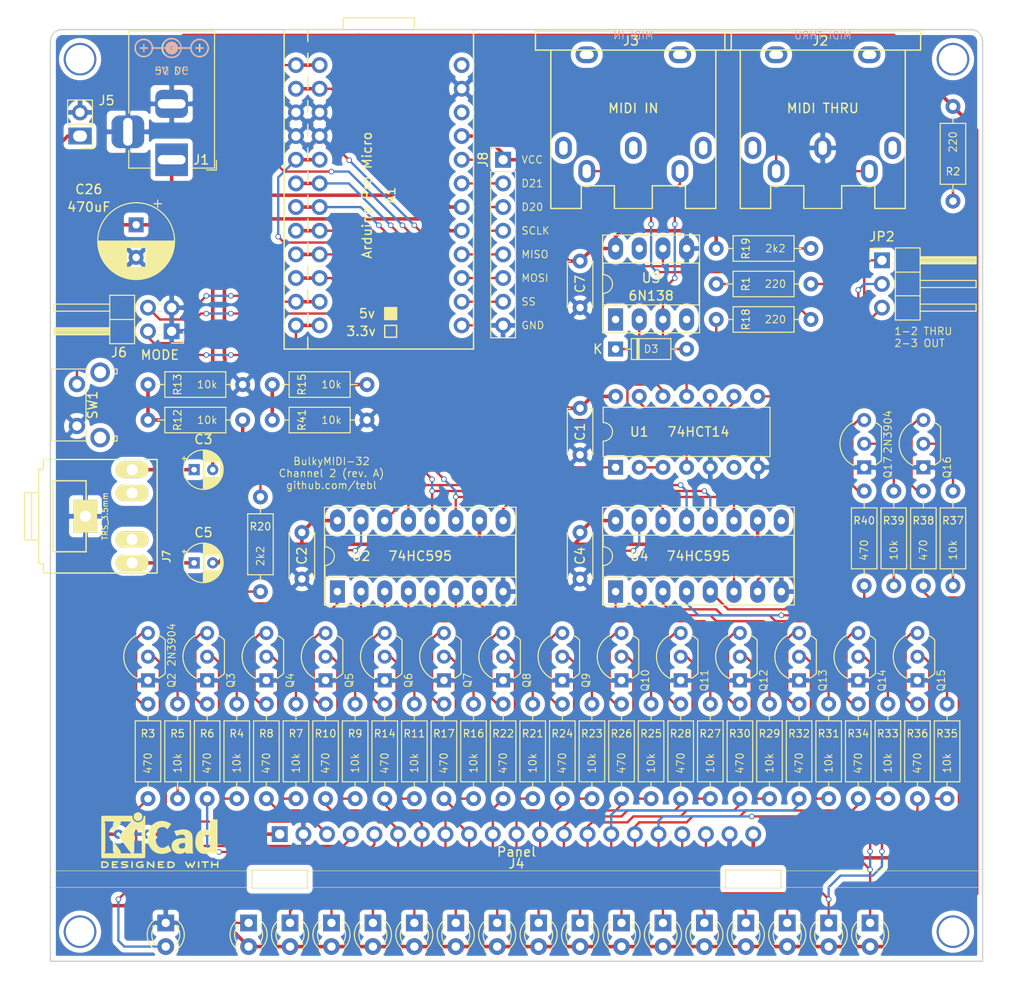
<source format=kicad_pcb>
(kicad_pcb (version 20171130) (host pcbnew "(5.1.8)-1")
  (layers (0 F.Cu signal) (31 B.Cu signal) (34 B.Paste user) (35 F.Paste user) (36 B.SilkS user) (37 F.SilkS user) (38 B.Mask user) (39 F.Mask user) (44 Edge.Cuts user))
  (net 0 "")
  (net 1 GND)
  (net 2 +5V)
  (net 3 "Net-(J2-Pad5)")
  (net 4 "Net-(J2-Pad4)")
  (net 5 "Net-(D3-Pad1)")
  (net 6 "Net-(D3-Pad2)")
  (net 7 "Net-(J3-Pad4)")
  (net 8 "Net-(R19-Pad2)")
  (net 9 /CH1)
  (net 10 /CH2)
  (net 11 /ACT)
  (net 12 /CH3)
  (net 13 /CH4)
  (net 14 /CH5)
  (net 15 /CH6)
  (net 16 /CH7)
  (net 17 /CH8)
  (net 18 /CH9)
  (net 19 /CH10)
  (net 20 /CH11)
  (net 21 /CH12)
  (net 22 /CH13)
  (net 23 /CH14)
  (net 24 /CH15)
  (net 25 /CH16)
  (net 26 "Net-(Q2-Pad2)")
  (net 27 "Net-(Q3-Pad2)")
  (net 28 "Net-(Q4-Pad2)")
  (net 29 "Net-(Q5-Pad2)")
  (net 30 "Net-(Q6-Pad2)")
  (net 31 "Net-(Q7-Pad2)")
  (net 32 "Net-(Q8-Pad2)")
  (net 33 "Net-(Q9-Pad2)")
  (net 34 "Net-(Q10-Pad2)")
  (net 35 "Net-(Q11-Pad2)")
  (net 36 "Net-(Q12-Pad2)")
  (net 37 "Net-(Q13-Pad2)")
  (net 38 "Net-(Q14-Pad2)")
  (net 39 "Net-(Q15-Pad2)")
  (net 40 "Net-(Q16-Pad2)")
  (net 41 "Net-(Q17-Pad2)")
  (net 42 /C1)
  (net 43 /C0)
  (net 44 /C2)
  (net 45 /C3)
  (net 46 /C4)
  (net 47 /C5)
  (net 48 /C6)
  (net 49 /C7)
  (net 50 /C8)
  (net 51 /C9)
  (net 52 /C10)
  (net 53 /C11)
  (net 54 /C12)
  (net 55 /C13)
  (net 56 /C14)
  (net 57 /C15)
  (net 58 "Net-(U2-Pad9)")
  (net 59 "Net-(C3-Pad1)")
  (net 60 VU_R)
  (net 61 VU_L)
  (net 62 "Net-(C5-Pad1)")
  (net 63 "Net-(A1-Pad10)")
  (net 64 "Net-(A1-Pad11)")
  (net 65 /D21)
  (net 66 /D20)
  (net 67 /SCLK)
  (net 68 /MISO)
  (net 69 /MOSI)
  (net 70 /SS)
  (net 71 "Net-(JP2-Pad1)")
  (net 72 "Net-(JP2-Pad2)")
  (net 73 "Net-(JP2-Pad3)")
  (net 74 "Net-(Q2-Pad3)")
  (net 75 "Net-(Q3-Pad3)")
  (net 76 "Net-(Q4-Pad3)")
  (net 77 "Net-(Q5-Pad3)")
  (net 78 "Net-(Q6-Pad3)")
  (net 79 "Net-(Q7-Pad3)")
  (net 80 "Net-(Q8-Pad3)")
  (net 81 "Net-(Q9-Pad3)")
  (net 82 "Net-(Q10-Pad3)")
  (net 83 "Net-(Q11-Pad3)")
  (net 84 "Net-(Q12-Pad3)")
  (net 85 "Net-(Q13-Pad3)")
  (net 86 "Net-(Q14-Pad3)")
  (net 87 "Net-(Q15-Pad3)")
  (net 88 "Net-(Q16-Pad3)")
  (net 89 "Net-(Q17-Pad3)")
  (net 90 "Net-(A1-Pad9)")
  (net 91 "Net-(A1-Pad12)")
  (net 92 MIDI_OUT)
  (net 93 "Net-(U1-Pad2)")
  (net 94 "Net-(U1-Pad10)")
  (net 95 MIDI_IN)
  (net 96 /CLOCK)
  (net 97 /LATCH)
  (net 98 /~OE)
  (net 99 /DATA)
  (module Resistor_THT:R_Axial_DIN0207_L6.3mm_D2.5mm_P10.16mm_Horizontal (layer F.Cu) (at 151.765 81.915 180)
    (fp_text reference R1 (at 6.985 0 90) (layer F.SilkS) (effects (font (size 0.8 0.8) (thickness 0.1))))
    (fp_text value 220 (at 3.81 0) (layer F.SilkS) (effects (font (size 0.8 0.8) (thickness 0.1))))
    (fp_text user %R (at 6.985 0 90) (layer F.SilkS) (effects (font (size 0.8 0.8) (thickness 0.1))))
    (pad 1 thru_hole circle (at 0 0 180) (size 1.6 1.6) (drill 0.8) (layers *.Cu *.Mask) (net 3 "Net-(J2-Pad5)"))
    (pad 2 thru_hole oval (at 10.16 0 180) (size 1.6 1.6) (drill 0.8) (layers *.Cu *.Mask) (net 72 "Net-(JP2-Pad2)"))
  )
  (module BulkyMIDI-32:Channel_Panel (layer F.Cu) (at 120.18 140.97)
    (fp_text reference J4 (at 0 3.175 180) (layer F.SilkS))
    (fp_text value Panel (at 0 1.905) (layer F.SilkS))
    (pad 4 thru_hole oval (at -17.78 0) (size 1.7 1.7) (drill 1) (layers *.Cu *.Mask) (net 9 /CH1))
    (pad 3 thru_hole oval (at -20.32 0) (size 1.7 1.7) (drill 1) (layers *.Cu *.Mask) (net 11 /ACT))
    (pad 2 thru_hole oval (at -22.86 0) (size 1.7 1.7) (drill 1) (layers *.Cu *.Mask) (net 1 GND))
    (pad 1 thru_hole rect (at -25.4 0) (size 1.7 1.7) (drill 1) (layers *.Cu *.Mask) (net 2 +5V))
    (pad 5 thru_hole oval (at -15.24 0) (size 1.7 1.7) (drill 1) (layers *.Cu *.Mask) (net 10 /CH2))
    (pad 6 thru_hole oval (at -12.7 0) (size 1.7 1.7) (drill 1) (layers *.Cu *.Mask) (net 12 /CH3))
    (pad 7 thru_hole oval (at -10.16 0) (size 1.7 1.7) (drill 1) (layers *.Cu *.Mask) (net 13 /CH4))
    (pad 8 thru_hole oval (at -7.62 0) (size 1.7 1.7) (drill 1) (layers *.Cu *.Mask) (net 14 /CH5))
    (pad 9 thru_hole oval (at -5.08 0) (size 1.7 1.7) (drill 1) (layers *.Cu *.Mask) (net 15 /CH6))
    (pad 10 thru_hole oval (at -2.54 0) (size 1.7 1.7) (drill 1) (layers *.Cu *.Mask) (net 16 /CH7))
    (pad 11 thru_hole oval (at 0 0) (size 1.7 1.7) (drill 1) (layers *.Cu *.Mask) (net 17 /CH8))
    (pad 12 thru_hole oval (at 2.54 0) (size 1.7 1.7) (drill 1) (layers *.Cu *.Mask) (net 18 /CH9))
    (pad 13 thru_hole oval (at 5.08 0) (size 1.7 1.7) (drill 1) (layers *.Cu *.Mask) (net 19 /CH10))
    (pad 14 thru_hole oval (at 7.62 0) (size 1.7 1.7) (drill 1) (layers *.Cu *.Mask) (net 20 /CH11))
    (pad 15 thru_hole oval (at 10.16 0) (size 1.7 1.7) (drill 1) (layers *.Cu *.Mask) (net 21 /CH12))
    (pad 16 thru_hole oval (at 12.7 0) (size 1.7 1.7) (drill 1) (layers *.Cu *.Mask) (net 22 /CH13))
    (pad 17 thru_hole oval (at 15.24 0) (size 1.7 1.7) (drill 1) (layers *.Cu *.Mask) (net 23 /CH14))
    (pad 18 thru_hole oval (at 17.78 0) (size 1.7 1.7) (drill 1) (layers *.Cu *.Mask) (net 24 /CH15))
    (pad 19 thru_hole oval (at 20.32 0) (size 1.7 1.7) (drill 1) (layers *.Cu *.Mask) (net 25 /CH16))
    (pad 20 thru_hole oval (at 22.86 0) (size 1.7 1.7) (drill 1) (layers *.Cu *.Mask) (net 1 GND))
    (pad 21 thru_hole oval (at 25.4 0) (size 1.7 1.7) (drill 1) (layers *.Cu *.Mask) (net 2 +5V))
  )
  (module BulkyMIDI-32:DIN5_MIDI (layer F.Cu) (at 132.715 67.31 180)
    (fp_text reference J3 (at 0.25 11.5 180) (layer F.SilkS))
    (fp_text value "MIDI IN" (at 0 4.25 180) (layer F.SilkS))
    (pad 2 thru_hole oval (at 0 0 180) (size 1.8 2.4) (drill oval 0.9 1.5) (layers *.Cu *.Mask))
    (pad "" np_thru_hole oval (at 5 10 180) (size 2.4 1.8) (drill oval 1.5 0.9) (layers *.Cu *.Mask))
    (pad "" np_thru_hole oval (at -5 10 180) (size 2.4 1.8) (drill oval 1.5 0.9) (layers *.Cu *.Mask))
    (pad 1 thru_hole oval (at 7.5 0 180) (size 1.8 2.4) (drill oval 0.9 1.5) (layers *.Cu *.Mask))
    (pad 3 thru_hole oval (at -7.5 0 180) (size 1.8 2.4) (drill oval 0.9 1.5) (layers *.Cu *.Mask))
    (pad 4 thru_hole oval (at 5 -2.5 180) (size 1.8 2.4) (drill oval 0.9 1.5) (layers *.Cu *.Mask) (net 7 "Net-(J3-Pad4)"))
    (pad 5 thru_hole oval (at -5 -2.5 180) (size 1.8 2.4) (drill oval 0.9 1.5) (layers *.Cu *.Mask) (net 6 "Net-(D3-Pad2)"))
  )
  (module Symbols:KiCad-Logo2_6mm_SilkScreen (layer F.Cu) (at 81.915 141.605)
    (fp_text reference REF*** hide)
    (fp_text value KiCad-Logo2_6mm_SilkScreen hide)
  )
  (module Capacitor_THT:CP_Radial_D8.0mm_P3.50mm (layer F.Cu) (at 79.375 75.565 270)
    (fp_text reference C26 (at -3.81 5.08 180) (layer F.SilkS))
    (fp_text value 470uF (at -1.905 5.08 180) (layer F.SilkS))
    (pad 1 thru_hole rect (at 0 0 270) (size 1.6 1.6) (drill 0.8) (layers *.Cu *.Mask) (net 2 +5V))
    (pad 2 thru_hole circle (at 3.5 0 270) (size 1.6 1.6) (drill 0.8) (layers *.Cu *.Mask) (net 1 GND))
  )
  (module Resistor_THT:R_Axial_DIN0207_L6.3mm_D2.5mm_P10.16mm_Horizontal (layer F.Cu) (at 167.005 62.865 270)
    (fp_text reference R2 (at 6.985 0) (layer F.SilkS) (effects (font (size 0.8 0.8) (thickness 0.1))))
    (fp_text value 220 (at 3.81 0 90) (layer F.SilkS) (effects (font (size 0.8 0.8) (thickness 0.1))))
    (fp_text user %R (at 6.985 0) (layer F.SilkS) (effects (font (size 0.8 0.8) (thickness 0.1))))
    (pad 1 thru_hole circle (at 0 0 270) (size 1.6 1.6) (drill 0.8) (layers *.Cu *.Mask) (net 2 +5V))
    (pad 2 thru_hole oval (at 10.16 0 270) (size 1.6 1.6) (drill 0.8) (layers *.Cu *.Mask) (net 4 "Net-(J2-Pad4)"))
  )
  (module Resistor_THT:R_Axial_DIN0207_L6.3mm_D2.5mm_P10.16mm_Horizontal (layer F.Cu) (at 83.82 137.16 90)
    (fp_text reference R5 (at 6.985 0) (layer F.SilkS) (effects (font (size 0.8 0.8) (thickness 0.1))))
    (fp_text value 10k (at 3.81 0 90) (layer F.SilkS) (effects (font (size 0.8 0.8) (thickness 0.1))))
    (fp_text user %R (at 6.985 0) (layer F.SilkS) (effects (font (size 0.8 0.8) (thickness 0.1))))
    (pad 1 thru_hole circle (at 0 0 90) (size 1.6 1.6) (drill 0.8) (layers *.Cu *.Mask) (net 26 "Net-(Q2-Pad2)"))
    (pad 2 thru_hole oval (at 10.16 0 90) (size 1.6 1.6) (drill 0.8) (layers *.Cu *.Mask) (net 43 /C0))
  )
  (module mounting:M3 (layer F.Cu) (at 167.005 151.435)
    (fp_text reference M2 hide)
    (fp_text value Mounting hide)
    (pad "" np_thru_hole circle (at 0 0) (size 3.5 3.5) (drill 3.048) (layers *.Cu *.Mask))
  )
  (module Resistor_THT:R_Axial_DIN0207_L6.3mm_D2.5mm_P10.16mm_Horizontal (layer F.Cu) (at 92.71 114.935 90)
    (fp_text reference R20 (at 6.985 0 180) (layer F.SilkS) (effects (font (size 0.8 0.8) (thickness 0.1))))
    (fp_text value 2k2 (at 3.81 0 90) (layer F.SilkS) (effects (font (size 0.8 0.8) (thickness 0.1))))
    (fp_text user %R (at 6.985 0 180) (layer F.SilkS) (effects (font (size 0.8 0.8) (thickness 0.1))))
    (pad 1 thru_hole circle (at 0 0 90) (size 1.6 1.6) (drill 0.8) (layers *.Cu *.Mask) (net 11 /ACT))
    (pad 2 thru_hole oval (at 10.16 0 90) (size 1.6 1.6) (drill 0.8) (layers *.Cu *.Mask) (net 90 "Net-(A1-Pad9)"))
  )
  (module Package_TO_SOT_THT:TO-92_Inline_Wide (layer F.Cu) (at 80.645 124.46 90)
    (fp_text reference Q2 (at 0 2.54 90) (layer F.SilkS) (effects (font (size 0.8 0.8) (thickness 0.1))))
    (fp_text value 2N3904 (at 3.81 2.54 90) (layer F.SilkS) (effects (font (size 0.8 0.8) (thickness 0.1))))
    (pad 2 thru_hole circle (at 2.54 0 90) (size 1.5 1.5) (drill 0.8) (layers *.Cu *.Mask) (net 26 "Net-(Q2-Pad2)"))
    (pad 3 thru_hole circle (at 5.08 0 90) (size 1.5 1.5) (drill 0.8) (layers *.Cu *.Mask) (net 74 "Net-(Q2-Pad3)"))
    (pad 1 thru_hole rect (at 0 0 90) (size 1.5 1.5) (drill 0.8) (layers *.Cu *.Mask) (net 1 GND))
  )
  (module Package_TO_SOT_THT:TO-92_Inline_Wide (layer F.Cu) (at 86.995 124.46 90)
    (fp_text reference Q3 (at 0 2.54 90) (layer F.SilkS) (effects (font (size 0.8 0.8) (thickness 0.1))))
    (fp_text value 2N3904)
    (pad 2 thru_hole circle (at 2.54 0 90) (size 1.5 1.5) (drill 0.8) (layers *.Cu *.Mask) (net 27 "Net-(Q3-Pad2)"))
    (pad 3 thru_hole circle (at 5.08 0 90) (size 1.5 1.5) (drill 0.8) (layers *.Cu *.Mask) (net 75 "Net-(Q3-Pad3)"))
    (pad 1 thru_hole rect (at 0 0 90) (size 1.5 1.5) (drill 0.8) (layers *.Cu *.Mask) (net 1 GND))
  )
  (module Package_TO_SOT_THT:TO-92_Inline_Wide (layer F.Cu) (at 93.345 124.46 90)
    (fp_text reference Q4 (at 0 2.54 90) (layer F.SilkS) (effects (font (size 0.8 0.8) (thickness 0.1))))
    (fp_text value 2N3904)
    (pad 1 thru_hole rect (at 0 0 90) (size 1.5 1.5) (drill 0.8) (layers *.Cu *.Mask) (net 1 GND))
    (pad 3 thru_hole circle (at 5.08 0 90) (size 1.5 1.5) (drill 0.8) (layers *.Cu *.Mask) (net 76 "Net-(Q4-Pad3)"))
    (pad 2 thru_hole circle (at 2.54 0 90) (size 1.5 1.5) (drill 0.8) (layers *.Cu *.Mask) (net 28 "Net-(Q4-Pad2)"))
  )
  (module Package_TO_SOT_THT:TO-92_Inline_Wide (layer F.Cu) (at 99.695 124.46 90)
    (fp_text reference Q5 (at 0 2.54 90) (layer F.SilkS) (effects (font (size 0.8 0.8) (thickness 0.1))))
    (fp_text value 2N3904)
    (pad 2 thru_hole circle (at 2.54 0 90) (size 1.5 1.5) (drill 0.8) (layers *.Cu *.Mask) (net 29 "Net-(Q5-Pad2)"))
    (pad 3 thru_hole circle (at 5.08 0 90) (size 1.5 1.5) (drill 0.8) (layers *.Cu *.Mask) (net 77 "Net-(Q5-Pad3)"))
    (pad 1 thru_hole rect (at 0 0 90) (size 1.5 1.5) (drill 0.8) (layers *.Cu *.Mask) (net 1 GND))
  )
  (module Package_TO_SOT_THT:TO-92_Inline_Wide (layer F.Cu) (at 106.045 124.46 90)
    (fp_text reference Q6 (at 0 2.54 90) (layer F.SilkS) (effects (font (size 0.8 0.8) (thickness 0.1))))
    (fp_text value 2N3904)
    (pad 1 thru_hole rect (at 0 0 90) (size 1.5 1.5) (drill 0.8) (layers *.Cu *.Mask) (net 1 GND))
    (pad 3 thru_hole circle (at 5.08 0 90) (size 1.5 1.5) (drill 0.8) (layers *.Cu *.Mask) (net 78 "Net-(Q6-Pad3)"))
    (pad 2 thru_hole circle (at 2.54 0 90) (size 1.5 1.5) (drill 0.8) (layers *.Cu *.Mask) (net 30 "Net-(Q6-Pad2)"))
  )
  (module Package_TO_SOT_THT:TO-92_Inline_Wide (layer F.Cu) (at 112.395 124.46 90)
    (fp_text reference Q7 (at 0 2.54 90) (layer F.SilkS) (effects (font (size 0.8 0.8) (thickness 0.1))))
    (fp_text value 2N3904)
    (pad 2 thru_hole circle (at 2.54 0 90) (size 1.5 1.5) (drill 0.8) (layers *.Cu *.Mask) (net 31 "Net-(Q7-Pad2)"))
    (pad 3 thru_hole circle (at 5.08 0 90) (size 1.5 1.5) (drill 0.8) (layers *.Cu *.Mask) (net 79 "Net-(Q7-Pad3)"))
    (pad 1 thru_hole rect (at 0 0 90) (size 1.5 1.5) (drill 0.8) (layers *.Cu *.Mask) (net 1 GND))
  )
  (module Package_TO_SOT_THT:TO-92_Inline_Wide (layer F.Cu) (at 118.745 124.46 90)
    (fp_text reference Q8 (at 0 2.54 90) (layer F.SilkS) (effects (font (size 0.8 0.8) (thickness 0.1))))
    (fp_text value 2N3904)
    (pad 1 thru_hole rect (at 0 0 90) (size 1.5 1.5) (drill 0.8) (layers *.Cu *.Mask) (net 1 GND))
    (pad 3 thru_hole circle (at 5.08 0 90) (size 1.5 1.5) (drill 0.8) (layers *.Cu *.Mask) (net 80 "Net-(Q8-Pad3)"))
    (pad 2 thru_hole circle (at 2.54 0 90) (size 1.5 1.5) (drill 0.8) (layers *.Cu *.Mask) (net 32 "Net-(Q8-Pad2)"))
  )
  (module Package_TO_SOT_THT:TO-92_Inline_Wide (layer F.Cu) (at 125.095 124.46 90)
    (fp_text reference Q9 (at 0 2.54 90) (layer F.SilkS) (effects (font (size 0.8 0.8) (thickness 0.1))))
    (fp_text value 2N3904)
    (pad 1 thru_hole rect (at 0 0 90) (size 1.5 1.5) (drill 0.8) (layers *.Cu *.Mask) (net 1 GND))
    (pad 3 thru_hole circle (at 5.08 0 90) (size 1.5 1.5) (drill 0.8) (layers *.Cu *.Mask) (net 81 "Net-(Q9-Pad3)"))
    (pad 2 thru_hole circle (at 2.54 0 90) (size 1.5 1.5) (drill 0.8) (layers *.Cu *.Mask) (net 33 "Net-(Q9-Pad2)"))
  )
  (module Package_TO_SOT_THT:TO-92_Inline_Wide (layer F.Cu) (at 131.445 124.46 90)
    (fp_text reference Q10 (at 0 2.54 90) (layer F.SilkS) (effects (font (size 0.8 0.8) (thickness 0.1))))
    (fp_text value 2N3904)
    (pad 2 thru_hole circle (at 2.54 0 90) (size 1.5 1.5) (drill 0.8) (layers *.Cu *.Mask) (net 34 "Net-(Q10-Pad2)"))
    (pad 3 thru_hole circle (at 5.08 0 90) (size 1.5 1.5) (drill 0.8) (layers *.Cu *.Mask) (net 82 "Net-(Q10-Pad3)"))
    (pad 1 thru_hole rect (at 0 0 90) (size 1.5 1.5) (drill 0.8) (layers *.Cu *.Mask) (net 1 GND))
  )
  (module Package_TO_SOT_THT:TO-92_Inline_Wide (layer F.Cu) (at 137.795 124.46 90)
    (fp_text reference Q11 (at 0 2.54 90) (layer F.SilkS) (effects (font (size 0.8 0.8) (thickness 0.1))))
    (fp_text value 2N3904)
    (pad 1 thru_hole rect (at 0 0 90) (size 1.5 1.5) (drill 0.8) (layers *.Cu *.Mask) (net 1 GND))
    (pad 3 thru_hole circle (at 5.08 0 90) (size 1.5 1.5) (drill 0.8) (layers *.Cu *.Mask) (net 83 "Net-(Q11-Pad3)"))
    (pad 2 thru_hole circle (at 2.54 0 90) (size 1.5 1.5) (drill 0.8) (layers *.Cu *.Mask) (net 35 "Net-(Q11-Pad2)"))
  )
  (module Package_TO_SOT_THT:TO-92_Inline_Wide (layer F.Cu) (at 144.145 124.46 90)
    (fp_text reference Q12 (at 0 2.54 90) (layer F.SilkS) (effects (font (size 0.8 0.8) (thickness 0.1))))
    (fp_text value 2N3904)
    (pad 1 thru_hole rect (at 0 0 90) (size 1.5 1.5) (drill 0.8) (layers *.Cu *.Mask) (net 1 GND))
    (pad 3 thru_hole circle (at 5.08 0 90) (size 1.5 1.5) (drill 0.8) (layers *.Cu *.Mask) (net 84 "Net-(Q12-Pad3)"))
    (pad 2 thru_hole circle (at 2.54 0 90) (size 1.5 1.5) (drill 0.8) (layers *.Cu *.Mask) (net 36 "Net-(Q12-Pad2)"))
  )
  (module Package_TO_SOT_THT:TO-92_Inline_Wide (layer F.Cu) (at 150.495 124.46 90)
    (fp_text reference Q13 (at 0 2.54 90) (layer F.SilkS) (effects (font (size 0.8 0.8) (thickness 0.1))))
    (fp_text value 2N3904)
    (pad 1 thru_hole rect (at 0 0 90) (size 1.5 1.5) (drill 0.8) (layers *.Cu *.Mask) (net 1 GND))
    (pad 3 thru_hole circle (at 5.08 0 90) (size 1.5 1.5) (drill 0.8) (layers *.Cu *.Mask) (net 85 "Net-(Q13-Pad3)"))
    (pad 2 thru_hole circle (at 2.54 0 90) (size 1.5 1.5) (drill 0.8) (layers *.Cu *.Mask) (net 37 "Net-(Q13-Pad2)"))
  )
  (module Package_TO_SOT_THT:TO-92_Inline_Wide (layer F.Cu) (at 156.845 124.46 90)
    (fp_text reference Q14 (at 0 2.54 90) (layer F.SilkS) (effects (font (size 0.8 0.8) (thickness 0.1))))
    (fp_text value 2N3904)
    (pad 2 thru_hole circle (at 2.54 0 90) (size 1.5 1.5) (drill 0.8) (layers *.Cu *.Mask) (net 38 "Net-(Q14-Pad2)"))
    (pad 3 thru_hole circle (at 5.08 0 90) (size 1.5 1.5) (drill 0.8) (layers *.Cu *.Mask) (net 86 "Net-(Q14-Pad3)"))
    (pad 1 thru_hole rect (at 0 0 90) (size 1.5 1.5) (drill 0.8) (layers *.Cu *.Mask) (net 1 GND))
  )
  (module Package_TO_SOT_THT:TO-92_Inline_Wide (layer F.Cu) (at 163.195 124.46 90)
    (fp_text reference Q15 (at 0 2.54 90) (layer F.SilkS) (effects (font (size 0.8 0.8) (thickness 0.1))))
    (fp_text value 2N3904)
    (pad 2 thru_hole circle (at 2.54 0 90) (size 1.5 1.5) (drill 0.8) (layers *.Cu *.Mask) (net 39 "Net-(Q15-Pad2)"))
    (pad 3 thru_hole circle (at 5.08 0 90) (size 1.5 1.5) (drill 0.8) (layers *.Cu *.Mask) (net 87 "Net-(Q15-Pad3)"))
    (pad 1 thru_hole rect (at 0 0 90) (size 1.5 1.5) (drill 0.8) (layers *.Cu *.Mask) (net 1 GND))
  )
  (module Package_TO_SOT_THT:TO-92_Inline_Wide (layer F.Cu) (at 163.83 101.6 90)
    (fp_text reference Q16 (at 0 2.54 90) (layer F.SilkS) (effects (font (size 0.8 0.8) (thickness 0.1))))
    (fp_text value 2N3904)
    (pad 1 thru_hole rect (at 0 0 90) (size 1.5 1.5) (drill 0.8) (layers *.Cu *.Mask) (net 1 GND))
    (pad 3 thru_hole circle (at 5.08 0 90) (size 1.5 1.5) (drill 0.8) (layers *.Cu *.Mask) (net 88 "Net-(Q16-Pad3)"))
    (pad 2 thru_hole circle (at 2.54 0 90) (size 1.5 1.5) (drill 0.8) (layers *.Cu *.Mask) (net 40 "Net-(Q16-Pad2)"))
  )
  (module Package_TO_SOT_THT:TO-92_Inline_Wide (layer F.Cu) (at 157.48 101.6 90)
    (fp_text reference Q17 (at 0 2.54 90) (layer F.SilkS) (effects (font (size 0.8 0.8) (thickness 0.1))))
    (fp_text value 2N3904 (at 3.81 2.54 90) (layer F.SilkS) (effects (font (size 0.8 0.8) (thickness 0.1))))
    (pad 2 thru_hole circle (at 2.54 0 90) (size 1.5 1.5) (drill 0.8) (layers *.Cu *.Mask) (net 41 "Net-(Q17-Pad2)"))
    (pad 3 thru_hole circle (at 5.08 0 90) (size 1.5 1.5) (drill 0.8) (layers *.Cu *.Mask) (net 89 "Net-(Q17-Pad3)"))
    (pad 1 thru_hole rect (at 0 0 90) (size 1.5 1.5) (drill 0.8) (layers *.Cu *.Mask) (net 1 GND))
  )
  (module Resistor_THT:R_Axial_DIN0207_L6.3mm_D2.5mm_P10.16mm_Horizontal (layer F.Cu) (at 80.645 127 270)
    (fp_text reference R3 (at 3.175 0 180) (layer F.SilkS) (effects (font (size 0.8 0.8) (thickness 0.1))))
    (fp_text value 470 (at 6.35 0 90) (layer F.SilkS) (effects (font (size 0.8 0.8) (thickness 0.1))))
    (fp_text user %R (at 3.175 0 180) (layer F.SilkS) (effects (font (size 0.8 0.8) (thickness 0.1))))
    (pad 1 thru_hole circle (at 0 0 270) (size 1.6 1.6) (drill 0.8) (layers *.Cu *.Mask) (net 74 "Net-(Q2-Pad3)"))
    (pad 2 thru_hole oval (at 10.16 0 270) (size 1.6 1.6) (drill 0.8) (layers *.Cu *.Mask) (net 9 /CH1))
  )
  (module Resistor_THT:R_Axial_DIN0207_L6.3mm_D2.5mm_P10.16mm_Horizontal (layer F.Cu) (at 90.17 137.16 90)
    (fp_text reference R4 (at 6.985 0 180) (layer F.SilkS) (effects (font (size 0.8 0.8) (thickness 0.1))))
    (fp_text value 10k (at 3.81 0 90) (layer F.SilkS) (effects (font (size 0.8 0.8) (thickness 0.1))))
    (fp_text user %R (at 6.985 0 180) (layer F.SilkS) (effects (font (size 0.8 0.8) (thickness 0.1))))
    (pad 1 thru_hole circle (at 0 0 90) (size 1.6 1.6) (drill 0.8) (layers *.Cu *.Mask) (net 27 "Net-(Q3-Pad2)"))
    (pad 2 thru_hole oval (at 10.16 0 90) (size 1.6 1.6) (drill 0.8) (layers *.Cu *.Mask) (net 42 /C1))
  )
  (module Resistor_THT:R_Axial_DIN0207_L6.3mm_D2.5mm_P10.16mm_Horizontal (layer F.Cu) (at 86.995 127 270)
    (fp_text reference R6 (at 3.175 0 180) (layer F.SilkS) (effects (font (size 0.8 0.8) (thickness 0.1))))
    (fp_text value 470 (at 6.35 0 90) (layer F.SilkS) (effects (font (size 0.8 0.8) (thickness 0.1))))
    (fp_text user %R (at 3.175 0 180) (layer F.SilkS) (effects (font (size 0.8 0.8) (thickness 0.1))))
    (pad 2 thru_hole oval (at 10.16 0 270) (size 1.6 1.6) (drill 0.8) (layers *.Cu *.Mask) (net 10 /CH2))
    (pad 1 thru_hole circle (at 0 0 270) (size 1.6 1.6) (drill 0.8) (layers *.Cu *.Mask) (net 75 "Net-(Q3-Pad3)"))
  )
  (module Resistor_THT:R_Axial_DIN0207_L6.3mm_D2.5mm_P10.16mm_Horizontal (layer F.Cu) (at 96.52 137.16 90)
    (fp_text reference R7 (at 6.985 0 180) (layer F.SilkS) (effects (font (size 0.8 0.8) (thickness 0.1))))
    (fp_text value 10k (at 3.81 0 90) (layer F.SilkS) (effects (font (size 0.8 0.8) (thickness 0.1))))
    (fp_text user %R (at 6.985 0 180) (layer F.SilkS) (effects (font (size 0.8 0.8) (thickness 0.1))))
    (pad 2 thru_hole oval (at 10.16 0 90) (size 1.6 1.6) (drill 0.8) (layers *.Cu *.Mask) (net 44 /C2))
    (pad 1 thru_hole circle (at 0 0 90) (size 1.6 1.6) (drill 0.8) (layers *.Cu *.Mask) (net 28 "Net-(Q4-Pad2)"))
  )
  (module Resistor_THT:R_Axial_DIN0207_L6.3mm_D2.5mm_P10.16mm_Horizontal (layer F.Cu) (at 93.345 127 270)
    (fp_text reference R8 (at 3.175 0 180) (layer F.SilkS) (effects (font (size 0.8 0.8) (thickness 0.1))))
    (fp_text value 470 (at 6.35 0 90) (layer F.SilkS) (effects (font (size 0.8 0.8) (thickness 0.1))))
    (fp_text user %R (at 3.175 0 180) (layer F.SilkS) (effects (font (size 0.8 0.8) (thickness 0.1))))
    (pad 1 thru_hole circle (at 0 0 270) (size 1.6 1.6) (drill 0.8) (layers *.Cu *.Mask) (net 76 "Net-(Q4-Pad3)"))
    (pad 2 thru_hole oval (at 10.16 0 270) (size 1.6 1.6) (drill 0.8) (layers *.Cu *.Mask) (net 12 /CH3))
  )
  (module Resistor_THT:R_Axial_DIN0207_L6.3mm_D2.5mm_P10.16mm_Horizontal (layer F.Cu) (at 102.87 137.16 90)
    (fp_text reference R9 (at 6.985 0 180) (layer F.SilkS) (effects (font (size 0.8 0.8) (thickness 0.1))))
    (fp_text value 10k (at 3.81 0 90) (layer F.SilkS) (effects (font (size 0.8 0.8) (thickness 0.1))))
    (fp_text user %R (at 6.985 0 180) (layer F.SilkS) (effects (font (size 0.8 0.8) (thickness 0.1))))
    (pad 1 thru_hole circle (at 0 0 90) (size 1.6 1.6) (drill 0.8) (layers *.Cu *.Mask) (net 29 "Net-(Q5-Pad2)"))
    (pad 2 thru_hole oval (at 10.16 0 90) (size 1.6 1.6) (drill 0.8) (layers *.Cu *.Mask) (net 45 /C3))
  )
  (module Resistor_THT:R_Axial_DIN0207_L6.3mm_D2.5mm_P10.16mm_Horizontal (layer F.Cu) (at 99.695 127 270)
    (fp_text reference R10 (at 3.175 0 180) (layer F.SilkS) (effects (font (size 0.8 0.8) (thickness 0.1))))
    (fp_text value 470 (at 6.35 0 90) (layer F.SilkS) (effects (font (size 0.8 0.8) (thickness 0.1))))
    (fp_text user %R (at 3.175 0 180) (layer F.SilkS) (effects (font (size 0.8 0.8) (thickness 0.1))))
    (pad 2 thru_hole oval (at 10.16 0 270) (size 1.6 1.6) (drill 0.8) (layers *.Cu *.Mask) (net 13 /CH4))
    (pad 1 thru_hole circle (at 0 0 270) (size 1.6 1.6) (drill 0.8) (layers *.Cu *.Mask) (net 77 "Net-(Q5-Pad3)"))
  )
  (module Resistor_THT:R_Axial_DIN0207_L6.3mm_D2.5mm_P10.16mm_Horizontal (layer F.Cu) (at 109.22 137.16 90)
    (fp_text reference R11 (at 6.985 0 180) (layer F.SilkS) (effects (font (size 0.8 0.8) (thickness 0.1))))
    (fp_text value 10k (at 3.81 0 90) (layer F.SilkS) (effects (font (size 0.8 0.8) (thickness 0.1))))
    (fp_text user %R (at 6.985 0 180) (layer F.SilkS) (effects (font (size 0.8 0.8) (thickness 0.1))))
    (pad 2 thru_hole oval (at 10.16 0 90) (size 1.6 1.6) (drill 0.8) (layers *.Cu *.Mask) (net 46 /C4))
    (pad 1 thru_hole circle (at 0 0 90) (size 1.6 1.6) (drill 0.8) (layers *.Cu *.Mask) (net 30 "Net-(Q6-Pad2)"))
  )
  (module Resistor_THT:R_Axial_DIN0207_L6.3mm_D2.5mm_P10.16mm_Horizontal (layer F.Cu) (at 106.045 127 270)
    (fp_text reference R14 (at 3.175 0 180) (layer F.SilkS) (effects (font (size 0.8 0.8) (thickness 0.1))))
    (fp_text value 470 (at 6.35 0 90) (layer F.SilkS) (effects (font (size 0.8 0.8) (thickness 0.1))))
    (fp_text user %R (at 3.175 0 180) (layer F.SilkS) (effects (font (size 0.8 0.8) (thickness 0.1))))
    (pad 1 thru_hole circle (at 0 0 270) (size 1.6 1.6) (drill 0.8) (layers *.Cu *.Mask) (net 78 "Net-(Q6-Pad3)"))
    (pad 2 thru_hole oval (at 10.16 0 270) (size 1.6 1.6) (drill 0.8) (layers *.Cu *.Mask) (net 14 /CH5))
  )
  (module Resistor_THT:R_Axial_DIN0207_L6.3mm_D2.5mm_P10.16mm_Horizontal (layer F.Cu) (at 115.57 137.16 90)
    (fp_text reference R16 (at 6.985 0 180) (layer F.SilkS) (effects (font (size 0.8 0.8) (thickness 0.1))))
    (fp_text value 10k (at 3.81 0 90) (layer F.SilkS) (effects (font (size 0.8 0.8) (thickness 0.1))))
    (fp_text user %R (at 6.985 0 180) (layer F.SilkS) (effects (font (size 0.8 0.8) (thickness 0.1))))
    (pad 1 thru_hole circle (at 0 0 90) (size 1.6 1.6) (drill 0.8) (layers *.Cu *.Mask) (net 31 "Net-(Q7-Pad2)"))
    (pad 2 thru_hole oval (at 10.16 0 90) (size 1.6 1.6) (drill 0.8) (layers *.Cu *.Mask) (net 47 /C5))
  )
  (module Resistor_THT:R_Axial_DIN0207_L6.3mm_D2.5mm_P10.16mm_Horizontal (layer F.Cu) (at 112.395 127 270)
    (fp_text reference R17 (at 3.175 0 180) (layer F.SilkS) (effects (font (size 0.8 0.8) (thickness 0.1))))
    (fp_text value 470 (at 6.35 0 90) (layer F.SilkS) (effects (font (size 0.8 0.8) (thickness 0.1))))
    (fp_text user %R (at 3.175 0 180) (layer F.SilkS) (effects (font (size 0.8 0.8) (thickness 0.1))))
    (pad 2 thru_hole oval (at 10.16 0 270) (size 1.6 1.6) (drill 0.8) (layers *.Cu *.Mask) (net 15 /CH6))
    (pad 1 thru_hole circle (at 0 0 270) (size 1.6 1.6) (drill 0.8) (layers *.Cu *.Mask) (net 79 "Net-(Q7-Pad3)"))
  )
  (module Resistor_THT:R_Axial_DIN0207_L6.3mm_D2.5mm_P10.16mm_Horizontal (layer F.Cu) (at 121.92 137.16 90)
    (fp_text reference R21 (at 6.985 0 180) (layer F.SilkS) (effects (font (size 0.8 0.8) (thickness 0.1))))
    (fp_text value 10k (at 3.81 0 90) (layer F.SilkS) (effects (font (size 0.8 0.8) (thickness 0.1))))
    (fp_text user %R (at 6.985 0 180) (layer F.SilkS) (effects (font (size 0.8 0.8) (thickness 0.1))))
    (pad 2 thru_hole oval (at 10.16 0 90) (size 1.6 1.6) (drill 0.8) (layers *.Cu *.Mask) (net 48 /C6))
    (pad 1 thru_hole circle (at 0 0 90) (size 1.6 1.6) (drill 0.8) (layers *.Cu *.Mask) (net 32 "Net-(Q8-Pad2)"))
  )
  (module Resistor_THT:R_Axial_DIN0207_L6.3mm_D2.5mm_P10.16mm_Horizontal (layer F.Cu) (at 118.745 127 270)
    (fp_text reference R22 (at 3.175 0 180) (layer F.SilkS) (effects (font (size 0.8 0.8) (thickness 0.1))))
    (fp_text value 470 (at 6.35 0 90) (layer F.SilkS) (effects (font (size 0.8 0.8) (thickness 0.1))))
    (fp_text user %R (at 3.175 0 180) (layer F.SilkS) (effects (font (size 0.8 0.8) (thickness 0.1))))
    (pad 1 thru_hole circle (at 0 0 270) (size 1.6 1.6) (drill 0.8) (layers *.Cu *.Mask) (net 80 "Net-(Q8-Pad3)"))
    (pad 2 thru_hole oval (at 10.16 0 270) (size 1.6 1.6) (drill 0.8) (layers *.Cu *.Mask) (net 16 /CH7))
  )
  (module Resistor_THT:R_Axial_DIN0207_L6.3mm_D2.5mm_P10.16mm_Horizontal (layer F.Cu) (at 128.27 137.16 90)
    (fp_text reference R23 (at 6.985 0 180) (layer F.SilkS) (effects (font (size 0.8 0.8) (thickness 0.1))))
    (fp_text value 10k (at 3.81 0 90) (layer F.SilkS) (effects (font (size 0.8 0.8) (thickness 0.1))))
    (fp_text user %R (at 6.985 0 180) (layer F.SilkS) (effects (font (size 0.8 0.8) (thickness 0.1))))
    (pad 1 thru_hole circle (at 0 0 90) (size 1.6 1.6) (drill 0.8) (layers *.Cu *.Mask) (net 33 "Net-(Q9-Pad2)"))
    (pad 2 thru_hole oval (at 10.16 0 90) (size 1.6 1.6) (drill 0.8) (layers *.Cu *.Mask) (net 49 /C7))
  )
  (module Resistor_THT:R_Axial_DIN0207_L6.3mm_D2.5mm_P10.16mm_Horizontal (layer F.Cu) (at 125.095 127 270)
    (fp_text reference R24 (at 3.175 0 180) (layer F.SilkS) (effects (font (size 0.8 0.8) (thickness 0.1))))
    (fp_text value 470 (at 6.35 0 90) (layer F.SilkS) (effects (font (size 0.8 0.8) (thickness 0.1))))
    (fp_text user %R (at 3.175 0 180) (layer F.SilkS) (effects (font (size 0.8 0.8) (thickness 0.1))))
    (pad 2 thru_hole oval (at 10.16 0 270) (size 1.6 1.6) (drill 0.8) (layers *.Cu *.Mask) (net 17 /CH8))
    (pad 1 thru_hole circle (at 0 0 270) (size 1.6 1.6) (drill 0.8) (layers *.Cu *.Mask) (net 81 "Net-(Q9-Pad3)"))
  )
  (module Resistor_THT:R_Axial_DIN0207_L6.3mm_D2.5mm_P10.16mm_Horizontal (layer F.Cu) (at 134.62 137.16 90)
    (fp_text reference R25 (at 6.985 0 180) (layer F.SilkS) (effects (font (size 0.8 0.8) (thickness 0.1))))
    (fp_text value 10k (at 3.81 0 90) (layer F.SilkS) (effects (font (size 0.8 0.8) (thickness 0.1))))
    (fp_text user %R (at 6.985 0 180) (layer F.SilkS) (effects (font (size 0.8 0.8) (thickness 0.1))))
    (pad 2 thru_hole oval (at 10.16 0 90) (size 1.6 1.6) (drill 0.8) (layers *.Cu *.Mask) (net 50 /C8))
    (pad 1 thru_hole circle (at 0 0 90) (size 1.6 1.6) (drill 0.8) (layers *.Cu *.Mask) (net 34 "Net-(Q10-Pad2)"))
  )
  (module Resistor_THT:R_Axial_DIN0207_L6.3mm_D2.5mm_P10.16mm_Horizontal (layer F.Cu) (at 131.445 127 270)
    (fp_text reference R26 (at 3.175 0 180) (layer F.SilkS) (effects (font (size 0.8 0.8) (thickness 0.1))))
    (fp_text value 470 (at 6.35 0 90) (layer F.SilkS) (effects (font (size 0.8 0.8) (thickness 0.1))))
    (fp_text user %R (at 3.175 0 180) (layer F.SilkS) (effects (font (size 0.8 0.8) (thickness 0.1))))
    (pad 1 thru_hole circle (at 0 0 270) (size 1.6 1.6) (drill 0.8) (layers *.Cu *.Mask) (net 82 "Net-(Q10-Pad3)"))
    (pad 2 thru_hole oval (at 10.16 0 270) (size 1.6 1.6) (drill 0.8) (layers *.Cu *.Mask) (net 18 /CH9))
  )
  (module Resistor_THT:R_Axial_DIN0207_L6.3mm_D2.5mm_P10.16mm_Horizontal (layer F.Cu) (at 140.97 137.16 90)
    (fp_text reference R27 (at 6.985 0 180) (layer F.SilkS) (effects (font (size 0.8 0.8) (thickness 0.1))))
    (fp_text value 10k (at 3.81 0 90) (layer F.SilkS) (effects (font (size 0.8 0.8) (thickness 0.1))))
    (fp_text user %R (at 6.985 0 180) (layer F.SilkS) (effects (font (size 0.8 0.8) (thickness 0.1))))
    (pad 2 thru_hole oval (at 10.16 0 90) (size 1.6 1.6) (drill 0.8) (layers *.Cu *.Mask) (net 51 /C9))
    (pad 1 thru_hole circle (at 0 0 90) (size 1.6 1.6) (drill 0.8) (layers *.Cu *.Mask) (net 35 "Net-(Q11-Pad2)"))
  )
  (module Resistor_THT:R_Axial_DIN0207_L6.3mm_D2.5mm_P10.16mm_Horizontal (layer F.Cu) (at 137.795 127 270)
    (fp_text reference R28 (at 3.175 0 180) (layer F.SilkS) (effects (font (size 0.8 0.8) (thickness 0.1))))
    (fp_text value 470 (at 6.35 0 90) (layer F.SilkS) (effects (font (size 0.8 0.8) (thickness 0.1))))
    (fp_text user %R (at 3.175 0 180) (layer F.SilkS) (effects (font (size 0.8 0.8) (thickness 0.1))))
    (pad 2 thru_hole oval (at 10.16 0 270) (size 1.6 1.6) (drill 0.8) (layers *.Cu *.Mask) (net 19 /CH10))
    (pad 1 thru_hole circle (at 0 0 270) (size 1.6 1.6) (drill 0.8) (layers *.Cu *.Mask) (net 83 "Net-(Q11-Pad3)"))
  )
  (module Resistor_THT:R_Axial_DIN0207_L6.3mm_D2.5mm_P10.16mm_Horizontal (layer F.Cu) (at 147.32 137.16 90)
    (fp_text reference R29 (at 6.985 0 180) (layer F.SilkS) (effects (font (size 0.8 0.8) (thickness 0.1))))
    (fp_text value 10k (at 3.81 0 90) (layer F.SilkS) (effects (font (size 0.8 0.8) (thickness 0.1))))
    (fp_text user %R (at 6.985 0 180) (layer F.SilkS) (effects (font (size 0.8 0.8) (thickness 0.1))))
    (pad 1 thru_hole circle (at 0 0 90) (size 1.6 1.6) (drill 0.8) (layers *.Cu *.Mask) (net 36 "Net-(Q12-Pad2)"))
    (pad 2 thru_hole oval (at 10.16 0 90) (size 1.6 1.6) (drill 0.8) (layers *.Cu *.Mask) (net 52 /C10))
  )
  (module Resistor_THT:R_Axial_DIN0207_L6.3mm_D2.5mm_P10.16mm_Horizontal (layer F.Cu) (at 144.145 127 270)
    (fp_text reference R30 (at 3.175 0 180) (layer F.SilkS) (effects (font (size 0.8 0.8) (thickness 0.1))))
    (fp_text value 470 (at 6.35 0 90) (layer F.SilkS) (effects (font (size 0.8 0.8) (thickness 0.1))))
    (fp_text user %R (at 3.175 0 180) (layer F.SilkS) (effects (font (size 0.8 0.8) (thickness 0.1))))
    (pad 1 thru_hole circle (at 0 0 270) (size 1.6 1.6) (drill 0.8) (layers *.Cu *.Mask) (net 84 "Net-(Q12-Pad3)"))
    (pad 2 thru_hole oval (at 10.16 0 270) (size 1.6 1.6) (drill 0.8) (layers *.Cu *.Mask) (net 20 /CH11))
  )
  (module Resistor_THT:R_Axial_DIN0207_L6.3mm_D2.5mm_P10.16mm_Horizontal (layer F.Cu) (at 153.67 137.16 90)
    (fp_text reference R31 (at 6.985 0 180) (layer F.SilkS) (effects (font (size 0.8 0.8) (thickness 0.1))))
    (fp_text value 10k (at 3.81 0 90) (layer F.SilkS) (effects (font (size 0.8 0.8) (thickness 0.1))))
    (fp_text user %R (at 6.985 0 180) (layer F.SilkS) (effects (font (size 0.8 0.8) (thickness 0.1))))
    (pad 2 thru_hole oval (at 10.16 0 90) (size 1.6 1.6) (drill 0.8) (layers *.Cu *.Mask) (net 53 /C11))
    (pad 1 thru_hole circle (at 0 0 90) (size 1.6 1.6) (drill 0.8) (layers *.Cu *.Mask) (net 37 "Net-(Q13-Pad2)"))
  )
  (module Resistor_THT:R_Axial_DIN0207_L6.3mm_D2.5mm_P10.16mm_Horizontal (layer F.Cu) (at 150.495 127 270)
    (fp_text reference R32 (at 3.175 0 180) (layer F.SilkS) (effects (font (size 0.8 0.8) (thickness 0.1))))
    (fp_text value 470 (at 6.35 0 90) (layer F.SilkS) (effects (font (size 0.8 0.8) (thickness 0.1))))
    (fp_text user %R (at 3.175 0 180) (layer F.SilkS) (effects (font (size 0.8 0.8) (thickness 0.1))))
    (pad 2 thru_hole oval (at 10.16 0 270) (size 1.6 1.6) (drill 0.8) (layers *.Cu *.Mask) (net 21 /CH12))
    (pad 1 thru_hole circle (at 0 0 270) (size 1.6 1.6) (drill 0.8) (layers *.Cu *.Mask) (net 85 "Net-(Q13-Pad3)"))
  )
  (module Resistor_THT:R_Axial_DIN0207_L6.3mm_D2.5mm_P10.16mm_Horizontal (layer F.Cu) (at 160.02 137.16 90)
    (fp_text reference R33 (at 6.985 0 180) (layer F.SilkS) (effects (font (size 0.8 0.8) (thickness 0.1))))
    (fp_text value 10k (at 3.81 0 90) (layer F.SilkS) (effects (font (size 0.8 0.8) (thickness 0.1))))
    (fp_text user %R (at 6.985 0 180) (layer F.SilkS) (effects (font (size 0.8 0.8) (thickness 0.1))))
    (pad 1 thru_hole circle (at 0 0 90) (size 1.6 1.6) (drill 0.8) (layers *.Cu *.Mask) (net 38 "Net-(Q14-Pad2)"))
    (pad 2 thru_hole oval (at 10.16 0 90) (size 1.6 1.6) (drill 0.8) (layers *.Cu *.Mask) (net 54 /C12))
  )
  (module Resistor_THT:R_Axial_DIN0207_L6.3mm_D2.5mm_P10.16mm_Horizontal (layer F.Cu) (at 156.845 127 270)
    (fp_text reference R34 (at 3.175 0 180) (layer F.SilkS) (effects (font (size 0.8 0.8) (thickness 0.1))))
    (fp_text value 470 (at 6.35 0 90) (layer F.SilkS) (effects (font (size 0.8 0.8) (thickness 0.1))))
    (fp_text user %R (at 3.175 0 180) (layer F.SilkS) (effects (font (size 0.8 0.8) (thickness 0.1))))
    (pad 1 thru_hole circle (at 0 0 270) (size 1.6 1.6) (drill 0.8) (layers *.Cu *.Mask) (net 86 "Net-(Q14-Pad3)"))
    (pad 2 thru_hole oval (at 10.16 0 270) (size 1.6 1.6) (drill 0.8) (layers *.Cu *.Mask) (net 22 /CH13))
  )
  (module Resistor_THT:R_Axial_DIN0207_L6.3mm_D2.5mm_P10.16mm_Horizontal (layer F.Cu) (at 166.37 137.16 90)
    (fp_text reference R35 (at 6.985 0 180) (layer F.SilkS) (effects (font (size 0.8 0.8) (thickness 0.1))))
    (fp_text value 10k (at 3.81 0 90) (layer F.SilkS) (effects (font (size 0.8 0.8) (thickness 0.1))))
    (fp_text user %R (at 6.985 0 180) (layer F.SilkS) (effects (font (size 0.8 0.8) (thickness 0.1))))
    (pad 2 thru_hole oval (at 10.16 0 90) (size 1.6 1.6) (drill 0.8) (layers *.Cu *.Mask) (net 55 /C13))
    (pad 1 thru_hole circle (at 0 0 90) (size 1.6 1.6) (drill 0.8) (layers *.Cu *.Mask) (net 39 "Net-(Q15-Pad2)"))
  )
  (module Resistor_THT:R_Axial_DIN0207_L6.3mm_D2.5mm_P10.16mm_Horizontal (layer F.Cu) (at 163.195 127 270)
    (fp_text reference R36 (at 3.175 0 180) (layer F.SilkS) (effects (font (size 0.8 0.8) (thickness 0.1))))
    (fp_text value 470 (at 6.35 0 90) (layer F.SilkS) (effects (font (size 0.8 0.8) (thickness 0.1))))
    (fp_text user %R (at 3.175 0 180) (layer F.SilkS) (effects (font (size 0.8 0.8) (thickness 0.1))))
    (pad 2 thru_hole oval (at 10.16 0 270) (size 1.6 1.6) (drill 0.8) (layers *.Cu *.Mask) (net 23 /CH14))
    (pad 1 thru_hole circle (at 0 0 270) (size 1.6 1.6) (drill 0.8) (layers *.Cu *.Mask) (net 87 "Net-(Q15-Pad3)"))
  )
  (module Resistor_THT:R_Axial_DIN0207_L6.3mm_D2.5mm_P10.16mm_Horizontal (layer F.Cu) (at 167.005 104.14 270)
    (fp_text reference R37 (at 3.175 0 180) (layer F.SilkS) (effects (font (size 0.8 0.8) (thickness 0.1))))
    (fp_text value 10k (at 6.35 0 90) (layer F.SilkS) (effects (font (size 0.8 0.8) (thickness 0.1))))
    (fp_text user %R (at 3.175 0 180) (layer F.SilkS) (effects (font (size 0.8 0.8) (thickness 0.1))))
    (pad 1 thru_hole circle (at 0 0 270) (size 1.6 1.6) (drill 0.8) (layers *.Cu *.Mask) (net 40 "Net-(Q16-Pad2)"))
    (pad 2 thru_hole oval (at 10.16 0 270) (size 1.6 1.6) (drill 0.8) (layers *.Cu *.Mask) (net 56 /C14))
  )
  (module Resistor_THT:R_Axial_DIN0207_L6.3mm_D2.5mm_P10.16mm_Horizontal (layer F.Cu) (at 163.83 104.14 270)
    (fp_text reference R38 (at 3.175 0 180) (layer F.SilkS) (effects (font (size 0.8 0.8) (thickness 0.1))))
    (fp_text value 470 (at 6.35 0 90) (layer F.SilkS) (effects (font (size 0.8 0.8) (thickness 0.1))))
    (fp_text user %R (at 3.175 0 180) (layer F.SilkS) (effects (font (size 0.8 0.8) (thickness 0.1))))
    (pad 1 thru_hole circle (at 0 0 270) (size 1.6 1.6) (drill 0.8) (layers *.Cu *.Mask) (net 88 "Net-(Q16-Pad3)"))
    (pad 2 thru_hole oval (at 10.16 0 270) (size 1.6 1.6) (drill 0.8) (layers *.Cu *.Mask) (net 24 /CH15))
  )
  (module Resistor_THT:R_Axial_DIN0207_L6.3mm_D2.5mm_P10.16mm_Horizontal (layer F.Cu) (at 160.655 104.14 270)
    (fp_text reference R39 (at 3.175 0 180) (layer F.SilkS) (effects (font (size 0.8 0.8) (thickness 0.1))))
    (fp_text value 10k (at 6.35 0 90) (layer F.SilkS) (effects (font (size 0.8 0.8) (thickness 0.1))))
    (fp_text user %R (at 3.175 0 180) (layer F.SilkS) (effects (font (size 0.8 0.8) (thickness 0.1))))
    (pad 1 thru_hole circle (at 0 0 270) (size 1.6 1.6) (drill 0.8) (layers *.Cu *.Mask) (net 41 "Net-(Q17-Pad2)"))
    (pad 2 thru_hole oval (at 10.16 0 270) (size 1.6 1.6) (drill 0.8) (layers *.Cu *.Mask) (net 57 /C15))
  )
  (module Resistor_THT:R_Axial_DIN0207_L6.3mm_D2.5mm_P10.16mm_Horizontal (layer F.Cu) (at 157.48 104.14 270)
    (fp_text reference R40 (at 3.175 0 180) (layer F.SilkS) (effects (font (size 0.8 0.8) (thickness 0.1))))
    (fp_text value 470 (at 6.35 0 90) (layer F.SilkS) (effects (font (size 0.8 0.8) (thickness 0.1))))
    (fp_text user %R (at 3.175 0 180) (layer F.SilkS) (effects (font (size 0.8 0.8) (thickness 0.1))))
    (pad 2 thru_hole oval (at 10.16 0 270) (size 1.6 1.6) (drill 0.8) (layers *.Cu *.Mask) (net 25 /CH16))
    (pad 1 thru_hole circle (at 0 0 270) (size 1.6 1.6) (drill 0.8) (layers *.Cu *.Mask) (net 89 "Net-(Q17-Pad3)"))
  )
  (module LED_THT:LED_D3.0mm (layer F.Cu) (at 91.44 150.495 270)
    (fp_text reference D1 hide)
    (fp_text value CH1)
    (pad 2 thru_hole circle (at 2.54 0 270) (size 1.8 1.8) (drill 0.9) (layers *.Cu *.Mask) (net 2 +5V))
    (pad 1 thru_hole rect (at 0 0 270) (size 1.8 1.8) (drill 0.9) (layers *.Cu *.Mask) (net 9 /CH1))
  )
  (module LED_THT:LED_D3.0mm (layer F.Cu) (at 95.885 150.495 270)
    (fp_text reference D2 hide)
    (fp_text value CH2)
    (pad 1 thru_hole rect (at 0 0 270) (size 1.8 1.8) (drill 0.9) (layers *.Cu *.Mask) (net 10 /CH2))
    (pad 2 thru_hole circle (at 2.54 0 270) (size 1.8 1.8) (drill 0.9) (layers *.Cu *.Mask) (net 2 +5V))
  )
  (module LED_THT:LED_D3.0mm (layer F.Cu) (at 82.55 150.495 270)
    (fp_text reference D4)
    (fp_text value ACTIVITY hide)
    (pad 1 thru_hole rect (at 0 0 270) (size 1.8 1.8) (drill 0.9) (layers *.Cu *.Mask) (net 1 GND))
    (pad 2 thru_hole circle (at 2.54 0 270) (size 1.8 1.8) (drill 0.9) (layers *.Cu *.Mask) (net 11 /ACT))
  )
  (module LED_THT:LED_D3.0mm (layer F.Cu) (at 100.33 150.495 270)
    (fp_text reference D5)
    (fp_text value CH3)
    (pad 2 thru_hole circle (at 2.54 0 270) (size 1.8 1.8) (drill 0.9) (layers *.Cu *.Mask) (net 2 +5V))
    (pad 1 thru_hole rect (at 0 0 270) (size 1.8 1.8) (drill 0.9) (layers *.Cu *.Mask) (net 12 /CH3))
  )
  (module LED_THT:LED_D3.0mm (layer F.Cu) (at 104.775 150.495 270)
    (fp_text reference D6)
    (fp_text value CH4)
    (pad 1 thru_hole rect (at 0 0 270) (size 1.8 1.8) (drill 0.9) (layers *.Cu *.Mask) (net 13 /CH4))
    (pad 2 thru_hole circle (at 2.54 0 270) (size 1.8 1.8) (drill 0.9) (layers *.Cu *.Mask) (net 2 +5V))
  )
  (module LED_THT:LED_D3.0mm (layer F.Cu) (at 109.22 150.495 270)
    (fp_text reference D7)
    (fp_text value CH5)
    (pad 2 thru_hole circle (at 2.54 0 270) (size 1.8 1.8) (drill 0.9) (layers *.Cu *.Mask) (net 2 +5V))
    (pad 1 thru_hole rect (at 0 0 270) (size 1.8 1.8) (drill 0.9) (layers *.Cu *.Mask) (net 14 /CH5))
  )
  (module LED_THT:LED_D3.0mm (layer F.Cu) (at 113.665 150.495 270)
    (fp_text reference D8)
    (fp_text value CH6)
    (pad 2 thru_hole circle (at 2.54 0 270) (size 1.8 1.8) (drill 0.9) (layers *.Cu *.Mask) (net 2 +5V))
    (pad 1 thru_hole rect (at 0 0 270) (size 1.8 1.8) (drill 0.9) (layers *.Cu *.Mask) (net 15 /CH6))
  )
  (module LED_THT:LED_D3.0mm (layer F.Cu) (at 118.11 150.495 270)
    (fp_text reference D9)
    (fp_text value CH7)
    (pad 1 thru_hole rect (at 0 0 270) (size 1.8 1.8) (drill 0.9) (layers *.Cu *.Mask) (net 16 /CH7))
    (pad 2 thru_hole circle (at 2.54 0 270) (size 1.8 1.8) (drill 0.9) (layers *.Cu *.Mask) (net 2 +5V))
  )
  (module LED_THT:LED_D3.0mm (layer F.Cu) (at 122.555 150.495 270)
    (fp_text reference D10)
    (fp_text value CH8)
    (pad 2 thru_hole circle (at 2.54 0 270) (size 1.8 1.8) (drill 0.9) (layers *.Cu *.Mask) (net 2 +5V))
    (pad 1 thru_hole rect (at 0 0 270) (size 1.8 1.8) (drill 0.9) (layers *.Cu *.Mask) (net 17 /CH8))
  )
  (module LED_THT:LED_D3.0mm (layer F.Cu) (at 127 150.495 270)
    (fp_text reference D11)
    (fp_text value CH9)
    (pad 1 thru_hole rect (at 0 0 270) (size 1.8 1.8) (drill 0.9) (layers *.Cu *.Mask) (net 18 /CH9))
    (pad 2 thru_hole circle (at 2.54 0 270) (size 1.8 1.8) (drill 0.9) (layers *.Cu *.Mask) (net 2 +5V))
  )
  (module LED_THT:LED_D3.0mm (layer F.Cu) (at 131.445 150.495 270)
    (fp_text reference D12)
    (fp_text value CH10)
    (pad 1 thru_hole rect (at 0 0 270) (size 1.8 1.8) (drill 0.9) (layers *.Cu *.Mask) (net 19 /CH10))
    (pad 2 thru_hole circle (at 2.54 0 270) (size 1.8 1.8) (drill 0.9) (layers *.Cu *.Mask) (net 2 +5V))
  )
  (module LED_THT:LED_D3.0mm (layer F.Cu) (at 135.89 150.495 270)
    (fp_text reference D13)
    (fp_text value CH11)
    (pad 2 thru_hole circle (at 2.54 0 270) (size 1.8 1.8) (drill 0.9) (layers *.Cu *.Mask) (net 2 +5V))
    (pad 1 thru_hole rect (at 0 0 270) (size 1.8 1.8) (drill 0.9) (layers *.Cu *.Mask) (net 20 /CH11))
  )
  (module LED_THT:LED_D3.0mm (layer F.Cu) (at 140.335 150.495 270)
    (fp_text reference D14)
    (fp_text value CH12)
    (pad 2 thru_hole circle (at 2.54 0 270) (size 1.8 1.8) (drill 0.9) (layers *.Cu *.Mask) (net 2 +5V))
    (pad 1 thru_hole rect (at 0 0 270) (size 1.8 1.8) (drill 0.9) (layers *.Cu *.Mask) (net 21 /CH12))
  )
  (module LED_THT:LED_D3.0mm (layer F.Cu) (at 144.78 150.495 270)
    (fp_text reference D15)
    (fp_text value CH13)
    (pad 1 thru_hole rect (at 0 0 270) (size 1.8 1.8) (drill 0.9) (layers *.Cu *.Mask) (net 22 /CH13))
    (pad 2 thru_hole circle (at 2.54 0 270) (size 1.8 1.8) (drill 0.9) (layers *.Cu *.Mask) (net 2 +5V))
  )
  (module LED_THT:LED_D3.0mm (layer F.Cu) (at 149.225 150.495 270)
    (fp_text reference D16)
    (fp_text value CH14)
    (pad 1 thru_hole rect (at 0 0 270) (size 1.8 1.8) (drill 0.9) (layers *.Cu *.Mask) (net 23 /CH14))
    (pad 2 thru_hole circle (at 2.54 0 270) (size 1.8 1.8) (drill 0.9) (layers *.Cu *.Mask) (net 2 +5V))
  )
  (module LED_THT:LED_D3.0mm (layer F.Cu) (at 153.67 150.495 270)
    (fp_text reference D17)
    (fp_text value CH15)
    (pad 1 thru_hole rect (at 0 0 270) (size 1.8 1.8) (drill 0.9) (layers *.Cu *.Mask) (net 24 /CH15))
    (pad 2 thru_hole circle (at 2.54 0 270) (size 1.8 1.8) (drill 0.9) (layers *.Cu *.Mask) (net 2 +5V))
  )
  (module LED_THT:LED_D3.0mm (layer F.Cu) (at 158.115 150.495 270)
    (fp_text reference D18)
    (fp_text value CH16)
    (pad 2 thru_hole circle (at 2.54 0 270) (size 1.8 1.8) (drill 0.9) (layers *.Cu *.Mask) (net 2 +5V))
    (pad 1 thru_hole rect (at 0 0 270) (size 1.8 1.8) (drill 0.9) (layers *.Cu *.Mask) (net 25 /CH16))
  )
  (module BulkyMIDI-32:Conn_Power (layer F.Cu) (at 73.355 66.04 180)
    (fp_text reference J5 (at -2.845 3.81 180) (layer F.SilkS))
    (fp_text value Conn_Power)
    (pad 1 thru_hole rect (at 0 0 180) (size 2.5 1.8) (drill oval 1.5 1.2) (layers *.Cu *.Mask) (net 2 +5V))
    (pad 2 thru_hole oval (at 0 2.54 180) (size 1.7 1.7) (drill 1) (layers *.Cu *.Mask) (net 1 GND))
  )
  (module Capacitor_THT:C_Disc_D4.7mm_W2.5mm_P5.00mm (layer F.Cu) (at 97.155 108.585 270)
    (fp_text reference C2 (at 2.5 0 90) (layer F.SilkS))
    (fp_text value 100nF)
    (pad 1 thru_hole circle (at 0 0 270) (size 1.6 1.6) (drill 0.8) (layers *.Cu *.Mask) (net 2 +5V))
    (pad 2 thru_hole circle (at 5 0 270) (size 1.6 1.6) (drill 0.8) (layers *.Cu *.Mask) (net 1 GND))
  )
  (module Capacitor_THT:CP_Radial_D4.0mm_P2.00mm (layer F.Cu) (at 85.59292 101.84892)
    (fp_text reference C3 (at 1 -3.25) (layer F.SilkS))
    (fp_text value 10uF)
    (pad 1 thru_hole rect (at 0 0) (size 1.2 1.2) (drill 0.6) (layers *.Cu *.Mask) (net 59 "Net-(C3-Pad1)"))
    (pad 2 thru_hole circle (at 2 0) (size 1.2 1.2) (drill 0.6) (layers *.Cu *.Mask) (net 60 VU_R))
  )
  (module Capacitor_THT:C_Disc_D4.7mm_W2.5mm_P5.00mm (layer F.Cu) (at 127 108.585 270)
    (fp_text reference C4 (at 2.5 0 270) (layer F.SilkS))
    (fp_text value 100nF)
    (pad 2 thru_hole circle (at 5 0 270) (size 1.6 1.6) (drill 0.8) (layers *.Cu *.Mask) (net 1 GND))
    (pad 1 thru_hole circle (at 0 0 270) (size 1.6 1.6) (drill 0.8) (layers *.Cu *.Mask) (net 2 +5V))
  )
  (module Capacitor_THT:CP_Radial_D4.0mm_P2.00mm (layer F.Cu) (at 85.59292 111.8489)
    (fp_text reference C5 (at 1 -3.25) (layer F.SilkS))
    (fp_text value 10uF)
    (pad 2 thru_hole circle (at 2 0) (size 1.2 1.2) (drill 0.6) (layers *.Cu *.Mask) (net 61 VU_L))
    (pad 1 thru_hole rect (at 0 0) (size 1.2 1.2) (drill 0.6) (layers *.Cu *.Mask) (net 62 "Net-(C5-Pad1)"))
  )
  (module Capacitor_THT:C_Disc_D4.7mm_W2.5mm_P5.00mm (layer F.Cu) (at 127 84.455 90)
    (fp_text reference C7 (at 2.54 0 90) (layer F.SilkS))
    (fp_text value 100nF)
    (pad 1 thru_hole circle (at 0 0 90) (size 1.6 1.6) (drill 0.8) (layers *.Cu *.Mask) (net 1 GND))
    (pad 2 thru_hole circle (at 5 0 90) (size 1.6 1.6) (drill 0.8) (layers *.Cu *.Mask) (net 2 +5V))
  )
  (module BulkyMIDI-32:DIN5_MIDI (layer F.Cu) (at 153.035 67.31 180)
    (fp_text reference J2 (at 0.25 11.5 180) (layer F.SilkS))
    (fp_text value "MIDI THRU" (at 0 4.25 180) (layer F.SilkS))
    (pad 5 thru_hole oval (at -5 -2.5 180) (size 1.8 2.4) (drill oval 0.9 1.5) (layers *.Cu *.Mask) (net 3 "Net-(J2-Pad5)"))
    (pad 4 thru_hole oval (at 5 -2.5 180) (size 1.8 2.4) (drill oval 0.9 1.5) (layers *.Cu *.Mask) (net 4 "Net-(J2-Pad4)"))
    (pad 3 thru_hole oval (at -7.5 0 180) (size 1.8 2.4) (drill oval 0.9 1.5) (layers *.Cu *.Mask))
    (pad 1 thru_hole oval (at 7.5 0 180) (size 1.8 2.4) (drill oval 0.9 1.5) (layers *.Cu *.Mask))
    (pad "" np_thru_hole oval (at -5 10 180) (size 2.4 1.8) (drill oval 1.5 0.9) (layers *.Cu *.Mask))
    (pad "" np_thru_hole oval (at 5 10 180) (size 2.4 1.8) (drill oval 1.5 0.9) (layers *.Cu *.Mask))
    (pad 2 thru_hole oval (at 0 0 180) (size 1.8 2.4) (drill oval 0.9 1.5) (layers *.Cu *.Mask) (net 1 GND))
  )
  (module Connector_PinHeader_2.54mm:PinHeader_1x08_P2.54mm_Vertical (layer F.Cu) (at 118.745 68.58)
    (fp_text reference J8 (at -2.159 0 90) (layer F.SilkS))
    (fp_text value Breakout)
    (pad 1 thru_hole rect (at 0 0) (size 1.7 1.7) (drill 1) (layers *.Cu *.Mask) (net 2 +5V))
    (pad 2 thru_hole oval (at 0 2.54) (size 1.7 1.7) (drill 1) (layers *.Cu *.Mask) (net 65 /D21))
    (pad 3 thru_hole oval (at 0 5.08) (size 1.7 1.7) (drill 1) (layers *.Cu *.Mask) (net 66 /D20))
    (pad 4 thru_hole oval (at 0 7.62) (size 1.7 1.7) (drill 1) (layers *.Cu *.Mask) (net 67 /SCLK))
    (pad 5 thru_hole oval (at 0 10.16) (size 1.7 1.7) (drill 1) (layers *.Cu *.Mask) (net 68 /MISO))
    (pad 6 thru_hole oval (at 0 12.7) (size 1.7 1.7) (drill 1) (layers *.Cu *.Mask) (net 69 /MOSI))
    (pad 7 thru_hole oval (at 0 15.24) (size 1.7 1.7) (drill 1) (layers *.Cu *.Mask) (net 70 /SS))
    (pad 8 thru_hole oval (at 0 17.78) (size 1.7 1.7) (drill 1) (layers *.Cu *.Mask) (net 1 GND))
  )
  (module mounting:M3 (layer F.Cu) (at 73.355 151.435)
    (fp_text reference M1 hide)
    (fp_text value Mounting hide)
    (pad "" np_thru_hole circle (at 0 0) (size 3.5 3.5) (drill 3.048) (layers *.Cu *.Mask))
  )
  (module mounting:M3 (layer F.Cu) (at 167.005 57.785)
    (fp_text reference M3 hide)
    (fp_text value Mounting hide)
    (pad "" np_thru_hole circle (at 0 0) (size 3.5 3.5) (drill 3.048) (layers *.Cu *.Mask))
  )
  (module mounting:M3 (layer F.Cu) (at 73.355 57.785)
    (fp_text reference M4 hide)
    (fp_text value Mounting hide)
    (pad "" np_thru_hole circle (at 0 0) (size 3.5 3.5) (drill 3.048) (layers *.Cu *.Mask))
  )
  (module Resistor_THT:R_Axial_DIN0207_L6.3mm_D2.5mm_P10.16mm_Horizontal (layer F.Cu) (at 80.645 96.52)
    (fp_text reference R12 (at 3.175 0 90) (layer F.SilkS) (effects (font (size 0.8 0.8) (thickness 0.1))))
    (fp_text value 10k (at 6.35 0) (layer F.SilkS) (effects (font (size 0.8 0.8) (thickness 0.1))))
    (fp_text user %R (at 3.175 0 90) (layer F.SilkS) (effects (font (size 0.8 0.8) (thickness 0.1))))
    (pad 2 thru_hole oval (at 10.16 0) (size 1.6 1.6) (drill 0.8) (layers *.Cu *.Mask) (net 2 +5V))
    (pad 1 thru_hole circle (at 0 0) (size 1.6 1.6) (drill 0.8) (layers *.Cu *.Mask) (net 60 VU_R))
  )
  (module Resistor_THT:R_Axial_DIN0207_L6.3mm_D2.5mm_P10.16mm_Horizontal (layer F.Cu) (at 90.805 92.71 180)
    (fp_text reference R13 (at 6.985 0 90) (layer F.SilkS) (effects (font (size 0.8 0.8) (thickness 0.1))))
    (fp_text value 10k (at 3.81 0) (layer F.SilkS) (effects (font (size 0.8 0.8) (thickness 0.1))))
    (fp_text user %R (at 6.985 0 90) (layer F.SilkS) (effects (font (size 0.8 0.8) (thickness 0.1))))
    (pad 2 thru_hole oval (at 10.16 0 180) (size 1.6 1.6) (drill 0.8) (layers *.Cu *.Mask) (net 60 VU_R))
    (pad 1 thru_hole circle (at 0 0 180) (size 1.6 1.6) (drill 0.8) (layers *.Cu *.Mask) (net 1 GND))
  )
  (module Resistor_THT:R_Axial_DIN0207_L6.3mm_D2.5mm_P10.16mm_Horizontal (layer F.Cu) (at 93.98 92.71)
    (fp_text reference R15 (at 3.175 0 90) (layer F.SilkS) (effects (font (size 0.8 0.8) (thickness 0.1))))
    (fp_text value 10k (at 6.35 0) (layer F.SilkS) (effects (font (size 0.8 0.8) (thickness 0.1))))
    (fp_text user %R (at 3.175 0 90) (layer F.SilkS) (effects (font (size 0.8 0.8) (thickness 0.1))))
    (pad 1 thru_hole circle (at 0 0) (size 1.6 1.6) (drill 0.8) (layers *.Cu *.Mask) (net 61 VU_L))
    (pad 2 thru_hole oval (at 10.16 0) (size 1.6 1.6) (drill 0.8) (layers *.Cu *.Mask) (net 2 +5V))
  )
  (module Resistor_THT:R_Axial_DIN0207_L6.3mm_D2.5mm_P10.16mm_Horizontal (layer F.Cu) (at 104.14 96.52 180)
    (fp_text reference R41 (at 6.985 0 90) (layer F.SilkS) (effects (font (size 0.8 0.8) (thickness 0.1))))
    (fp_text value 10k (at 3.81 0) (layer F.SilkS) (effects (font (size 0.8 0.8) (thickness 0.1))))
    (fp_text user %R (at 6.985 0 90) (layer F.SilkS) (effects (font (size 0.8 0.8) (thickness 0.1))))
    (pad 1 thru_hole circle (at 0 0 180) (size 1.6 1.6) (drill 0.8) (layers *.Cu *.Mask) (net 1 GND))
    (pad 2 thru_hole oval (at 10.16 0 180) (size 1.6 1.6) (drill 0.8) (layers *.Cu *.Mask) (net 61 VU_L))
  )
  (module Button_Switch_THT:SW_Tactile_SPST_Angled_PTS645Vx39-2LFS (layer F.Cu) (at 73.025 97.155 90)
    (fp_text reference SW1 (at 2.25 1.68 90) (layer F.SilkS))
    (fp_text value SELECT)
    (pad "" thru_hole circle (at 5.76 2.49 90) (size 2.1 2.1) (drill 1.3) (layers *.Cu *.Mask))
    (pad 2 thru_hole circle (at 4.5 0 90) (size 1.75 1.75) (drill 0.99) (layers *.Cu *.Mask) (net 91 "Net-(A1-Pad12)"))
    (pad 1 thru_hole circle (at 0 0 90) (size 1.75 1.75) (drill 0.99) (layers *.Cu *.Mask) (net 1 GND))
    (pad "" thru_hole circle (at -1.25 2.49 90) (size 2.1 2.1) (drill 1.3) (layers *.Cu *.Mask))
  )
  (module BulkyMIDI-32:PWR_Specification (layer F.Cu) (at 83.185 56.515)
    (fp_text reference SYM1 hide)
    (fp_text value DC_5V)
    (fp_text user + (at 3 0) (layer F.SilkS))
    (fp_text user - (at -3 0) (layer F.SilkS))
    (fp_text user - (at 2.9845 0) (layer B.SilkS))
    (fp_text user + (at -2.9845 0) (layer B.SilkS))
  )
  (module Package_DIP:DIP-14_W7.62mm (layer F.Cu) (at 130.81 101.6 90)
    (fp_text reference U1 (at 3.81 2.54 180) (layer F.SilkS))
    (fp_text value 74HCT14 (at 3.81 8.89 180) (layer F.SilkS))
    (pad 1 thru_hole rect (at 0 0 90) (size 1.6 1.6) (drill 0.8) (layers *.Cu *.Mask) (net 92 MIDI_OUT))
    (pad 8 thru_hole oval (at 7.62 15.24 90) (size 1.6 1.6) (drill 0.8) (layers *.Cu *.Mask) (net 71 "Net-(JP2-Pad1)"))
    (pad 2 thru_hole oval (at 0 2.54 90) (size 1.6 1.6) (drill 0.8) (layers *.Cu *.Mask) (net 93 "Net-(U1-Pad2)"))
    (pad 9 thru_hole oval (at 7.62 12.7 90) (size 1.6 1.6) (drill 0.8) (layers *.Cu *.Mask) (net 94 "Net-(U1-Pad10)"))
    (pad 3 thru_hole oval (at 0 5.08 90) (size 1.6 1.6) (drill 0.8) (layers *.Cu *.Mask) (net 93 "Net-(U1-Pad2)"))
    (pad 10 thru_hole oval (at 7.62 10.16 90) (size 1.6 1.6) (drill 0.8) (layers *.Cu *.Mask) (net 94 "Net-(U1-Pad10)"))
    (pad 4 thru_hole oval (at 0 7.62 90) (size 1.6 1.6) (drill 0.8) (layers *.Cu *.Mask) (net 73 "Net-(JP2-Pad3)"))
    (pad 11 thru_hole oval (at 7.62 7.62 90) (size 1.6 1.6) (drill 0.8) (layers *.Cu *.Mask) (net 8 "Net-(R19-Pad2)"))
    (pad 5 thru_hole oval (at 0 10.16 90) (size 1.6 1.6) (drill 0.8) (layers *.Cu *.Mask) (net 1 GND))
    (pad 12 thru_hole oval (at 7.62 5.08 90) (size 1.6 1.6) (drill 0.8) (layers *.Cu *.Mask) (net 95 MIDI_IN))
    (pad 6 thru_hole oval (at 0 12.7 90) (size 1.6 1.6) (drill 0.8) (layers *.Cu *.Mask))
    (pad 13 thru_hole oval (at 7.62 2.54 90) (size 1.6 1.6) (drill 0.8) (layers *.Cu *.Mask) (net 94 "Net-(U1-Pad10)"))
    (pad 7 thru_hole oval (at 0 15.24 90) (size 1.6 1.6) (drill 0.8) (layers *.Cu *.Mask) (net 1 GND))
    (pad 14 thru_hole oval (at 7.62 0 90) (size 1.6 1.6) (drill 0.8) (layers *.Cu *.Mask) (net 2 +5V))
  )
  (module Package_DIP:DIP-16_W7.62mm_Socket_LongPads (layer F.Cu) (at 100.965 114.935 90)
    (fp_text reference U2 (at 3.81 2.54 180) (layer F.SilkS))
    (fp_text value 74HC595 (at 3.81 8.89 180) (layer F.SilkS))
    (pad 1 thru_hole rect (at 0 0 90) (size 2.4 1.6) (drill 0.8) (layers *.Cu *.Mask) (net 42 /C1))
    (pad 9 thru_hole oval (at 7.62 17.78 90) (size 2.4 1.6) (drill 0.8) (layers *.Cu *.Mask) (net 58 "Net-(U2-Pad9)"))
    (pad 2 thru_hole oval (at 0 2.54 90) (size 2.4 1.6) (drill 0.8) (layers *.Cu *.Mask) (net 44 /C2))
    (pad 10 thru_hole oval (at 7.62 15.24 90) (size 2.4 1.6) (drill 0.8) (layers *.Cu *.Mask) (net 2 +5V))
    (pad 3 thru_hole oval (at 0 5.08 90) (size 2.4 1.6) (drill 0.8) (layers *.Cu *.Mask) (net 45 /C3))
    (pad 11 thru_hole oval (at 7.62 12.7 90) (size 2.4 1.6) (drill 0.8) (layers *.Cu *.Mask) (net 96 /CLOCK))
    (pad 4 thru_hole oval (at 0 7.62 90) (size 2.4 1.6) (drill 0.8) (layers *.Cu *.Mask) (net 46 /C4))
    (pad 12 thru_hole oval (at 7.62 10.16 90) (size 2.4 1.6) (drill 0.8) (layers *.Cu *.Mask) (net 97 /LATCH))
    (pad 5 thru_hole oval (at 0 10.16 90) (size 2.4 1.6) (drill 0.8) (layers *.Cu *.Mask) (net 47 /C5))
    (pad 13 thru_hole oval (at 7.62 7.62 90) (size 2.4 1.6) (drill 0.8) (layers *.Cu *.Mask) (net 98 /~OE))
    (pad 6 thru_hole oval (at 0 12.7 90) (size 2.4 1.6) (drill 0.8) (layers *.Cu *.Mask) (net 48 /C6))
    (pad 14 thru_hole oval (at 7.62 5.08 90) (size 2.4 1.6) (drill 0.8) (layers *.Cu *.Mask) (net 99 /DATA))
    (pad 7 thru_hole oval (at 0 15.24 90) (size 2.4 1.6) (drill 0.8) (layers *.Cu *.Mask) (net 49 /C7))
    (pad 15 thru_hole oval (at 7.62 2.54 90) (size 2.4 1.6) (drill 0.8) (layers *.Cu *.Mask) (net 43 /C0))
    (pad 8 thru_hole oval (at 0 17.78 90) (size 2.4 1.6) (drill 0.8) (layers *.Cu *.Mask) (net 1 GND))
    (pad 16 thru_hole oval (at 7.62 0 90) (size 2.4 1.6) (drill 0.8) (layers *.Cu *.Mask) (net 2 +5V))
  )
  (module Package_DIP:DIP-16_W7.62mm_Socket_LongPads (layer F.Cu) (at 130.81 114.935 90)
    (fp_text reference U4 (at 3.81 2.54 180) (layer F.SilkS))
    (fp_text value 74HC595 (at 3.81 8.89 180) (layer F.SilkS))
    (pad 16 thru_hole oval (at 7.62 0 90) (size 2.4 1.6) (drill 0.8) (layers *.Cu *.Mask) (net 2 +5V))
    (pad 8 thru_hole oval (at 0 17.78 90) (size 2.4 1.6) (drill 0.8) (layers *.Cu *.Mask) (net 1 GND))
    (pad 15 thru_hole oval (at 7.62 2.54 90) (size 2.4 1.6) (drill 0.8) (layers *.Cu *.Mask) (net 50 /C8))
    (pad 7 thru_hole oval (at 0 15.24 90) (size 2.4 1.6) (drill 0.8) (layers *.Cu *.Mask) (net 57 /C15))
    (pad 14 thru_hole oval (at 7.62 5.08 90) (size 2.4 1.6) (drill 0.8) (layers *.Cu *.Mask) (net 58 "Net-(U2-Pad9)"))
    (pad 6 thru_hole oval (at 0 12.7 90) (size 2.4 1.6) (drill 0.8) (layers *.Cu *.Mask) (net 56 /C14))
    (pad 13 thru_hole oval (at 7.62 7.62 90) (size 2.4 1.6) (drill 0.8) (layers *.Cu *.Mask) (net 98 /~OE))
    (pad 5 thru_hole oval (at 0 10.16 90) (size 2.4 1.6) (drill 0.8) (layers *.Cu *.Mask) (net 55 /C13))
    (pad 12 thru_hole oval (at 7.62 10.16 90) (size 2.4 1.6) (drill 0.8) (layers *.Cu *.Mask) (net 97 /LATCH))
    (pad 4 thru_hole oval (at 0 7.62 90) (size 2.4 1.6) (drill 0.8) (layers *.Cu *.Mask) (net 54 /C12))
    (pad 11 thru_hole oval (at 7.62 12.7 90) (size 2.4 1.6) (drill 0.8) (layers *.Cu *.Mask) (net 96 /CLOCK))
    (pad 3 thru_hole oval (at 0 5.08 90) (size 2.4 1.6) (drill 0.8) (layers *.Cu *.Mask) (net 53 /C11))
    (pad 10 thru_hole oval (at 7.62 15.24 90) (size 2.4 1.6) (drill 0.8) (layers *.Cu *.Mask) (net 2 +5V))
    (pad 2 thru_hole oval (at 0 2.54 90) (size 2.4 1.6) (drill 0.8) (layers *.Cu *.Mask) (net 52 /C10))
    (pad 9 thru_hole oval (at 7.62 17.78 90) (size 2.4 1.6) (drill 0.8) (layers *.Cu *.Mask))
    (pad 1 thru_hole rect (at 0 0 90) (size 2.4 1.6) (drill 0.8) (layers *.Cu *.Mask) (net 51 /C9))
  )
  (module arduino_pro_micro:Arduino_Pro_Micro (layer F.Cu) (at 105.41 72.39)
    (fp_text reference A1 (at 1.27 0 90) (layer F.SilkS))
    (fp_text value "Arduino Pro Micro" (at -1.27 0 90) (layer F.SilkS))
    (fp_text user 3.3v (at -1.905 14.605) (layer F.SilkS))
    (fp_text user 5v (at -1.27 12.7) (layer F.SilkS))
    (pad 12 thru_hole circle (at -6.35 13.97) (size 1.7 1.7) (drill 1) (layers *.Cu *.Mask) (net 91 "Net-(A1-Pad12)"))
    (pad 11 thru_hole circle (at -6.35 11.43) (size 1.7 1.7) (drill 1) (layers *.Cu *.Mask) (net 64 "Net-(A1-Pad11)"))
    (pad 10 thru_hole circle (at -6.35 8.89) (size 1.7 1.7) (drill 1) (layers *.Cu *.Mask) (net 63 "Net-(A1-Pad10)"))
    (pad 9 thru_hole circle (at -6.35 6.35) (size 1.7 1.7) (drill 1) (layers *.Cu *.Mask) (net 90 "Net-(A1-Pad9)"))
    (pad 8 thru_hole circle (at -6.35 3.81) (size 1.7 1.7) (drill 1) (layers *.Cu *.Mask) (net 98 /~OE))
    (pad 7 thru_hole circle (at -6.35 1.27) (size 1.7 1.7) (drill 1) (layers *.Cu *.Mask) (net 97 /LATCH))
    (pad 6 thru_hole circle (at -6.35 -1.27) (size 1.7 1.7) (drill 1) (layers *.Cu *.Mask) (net 96 /CLOCK))
    (pad 5 thru_hole circle (at -6.35 -3.81) (size 1.7 1.7) (drill 1) (layers *.Cu *.Mask) (net 99 /DATA))
    (pad 4 thru_hole circle (at -6.35 -6.35) (size 1.7 1.7) (drill 1) (layers *.Cu *.Mask) (net 1 GND))
    (pad 3 thru_hole circle (at -6.35 -8.89) (size 1.7 1.7) (drill 1) (layers *.Cu *.Mask) (net 1 GND))
    (pad 2 thru_hole circle (at -6.35 -11.43) (size 1.7 1.7) (drill 1) (layers *.Cu *.Mask) (net 95 MIDI_IN))
    (pad 1 thru_hole circle (at -6.35 -13.97) (size 1.7 1.7) (drill 1) (layers *.Cu *.Mask) (net 92 MIDI_OUT))
    (pad 2 thru_hole circle (at -8.89 -11.43) (size 1.7 1.7) (drill 1) (layers *.Cu *.Mask) (net 95 MIDI_IN))
    (pad 3 thru_hole circle (at -8.89 -8.89) (size 1.7 1.7) (drill 1) (layers *.Cu *.Mask) (net 1 GND))
    (pad 4 thru_hole circle (at -8.89 -6.35) (size 1.7 1.7) (drill 1) (layers *.Cu *.Mask) (net 1 GND))
    (pad 5 thru_hole circle (at -8.89 -3.81) (size 1.7 1.7) (drill 1) (layers *.Cu *.Mask) (net 99 /DATA))
    (pad 6 thru_hole circle (at -8.89 -1.27) (size 1.7 1.7) (drill 1) (layers *.Cu *.Mask) (net 96 /CLOCK))
    (pad 7 thru_hole circle (at -8.89 1.27) (size 1.7 1.7) (drill 1) (layers *.Cu *.Mask) (net 97 /LATCH))
    (pad 8 thru_hole circle (at -8.89 3.81) (size 1.7 1.7) (drill 1) (layers *.Cu *.Mask) (net 98 /~OE))
    (pad 9 thru_hole circle (at -8.89 6.35) (size 1.7 1.7) (drill 1) (layers *.Cu *.Mask) (net 90 "Net-(A1-Pad9)"))
    (pad 10 thru_hole circle (at -8.89 8.89) (size 1.7 1.7) (drill 1) (layers *.Cu *.Mask) (net 63 "Net-(A1-Pad10)"))
    (pad 11 thru_hole circle (at -8.89 11.43) (size 1.7 1.7) (drill 1) (layers *.Cu *.Mask) (net 64 "Net-(A1-Pad11)"))
    (pad 12 thru_hole circle (at -8.89 13.97) (size 1.7 1.7) (drill 1) (layers *.Cu *.Mask) (net 91 "Net-(A1-Pad12)"))
    (pad 13 thru_hole circle (at 8.89 13.97) (size 1.7 1.7) (drill 1) (layers *.Cu *.Mask) (net 70 /SS))
    (pad 14 thru_hole circle (at 8.89 11.43) (size 1.7 1.7) (drill 1) (layers *.Cu *.Mask) (net 69 /MOSI))
    (pad 15 thru_hole circle (at 8.89 8.89) (size 1.7 1.7) (drill 1) (layers *.Cu *.Mask) (net 68 /MISO))
    (pad 16 thru_hole circle (at 8.89 6.35) (size 1.7 1.7) (drill 1) (layers *.Cu *.Mask) (net 67 /SCLK))
    (pad 17 thru_hole circle (at 8.89 3.81) (size 1.7 1.7) (drill 1) (layers *.Cu *.Mask) (net 61 VU_L))
    (pad 18 thru_hole circle (at 8.89 1.27) (size 1.7 1.7) (drill 1) (layers *.Cu *.Mask) (net 60 VU_R))
    (pad 19 thru_hole circle (at 8.89 -1.27) (size 1.7 1.7) (drill 1) (layers *.Cu *.Mask) (net 66 /D20))
    (pad 20 thru_hole circle (at 8.89 -3.81) (size 1.7 1.7) (drill 1) (layers *.Cu *.Mask) (net 65 /D21))
    (pad 21 thru_hole circle (at 8.89 -6.35) (size 1.7 1.7) (drill 1) (layers *.Cu *.Mask) (net 2 +5V))
    (pad 22 thru_hole circle (at 8.89 -8.89) (size 1.7 1.7) (drill 1) (layers *.Cu *.Mask))
    (pad 23 thru_hole circle (at 8.89 -11.43) (size 1.7 1.7) (drill 1) (layers *.Cu *.Mask) (net 1 GND))
    (pad 24 thru_hole circle (at 8.89 -13.97) (size 1.7 1.7) (drill 1) (layers *.Cu *.Mask))
    (pad 1 thru_hole circle (at -8.89 -13.97) (size 1.7 1.7) (drill 1) (layers *.Cu *.Mask) (net 92 MIDI_OUT))
  )
  (module Connector_BarrelJack:BarrelJack_Horizontal (layer F.Cu) (at 83.185 68.58 270)
    (fp_text reference J1 (at 0 -3.175 180) (layer F.SilkS))
    (fp_text value "DC IN")
    (pad 1 thru_hole rect (at 0 0 270) (size 3.5 3.5) (drill oval 1 3) (layers *.Cu *.Mask) (net 2 +5V))
    (pad 2 thru_hole roundrect (at -6 0 270) (size 3 3.5) (drill oval 1 3) (layers *.Cu *.Mask) (net 1 GND))
    (pad 3 thru_hole roundrect (at -3 4.7 270) (size 3.5 3.5) (drill oval 3 1) (layers *.Cu *.Mask) (net 1 GND))
  )
  (module audio_jack:Tayda_3.5mm_stereo_TRS_jack_A-853 (layer F.Cu) (at 75.529001 106.848999 90)
    (fp_text reference J7 (at -4.318 7.112 90) (layer F.SilkS) (effects (font (size 0.8 0.8))))
    (fp_text value TRS_3.5mm (at 0 0.508 90) (layer F.SilkS) (effects (font (size 0.6 0.6) (thickness 0.1))))
    (pad 1 thru_hole rect (at 0 -1.596 90) (size 3.5 2.5) (drill 1.2) (layers *.Cu *.Mask F.SilkS) (net 1 GND))
    (pad 2 thru_hole oval (at 5 3.41 90) (size 1.75 3.5) (drill 1.2) (layers *.Cu *.Mask F.SilkS) (net 59 "Net-(C3-Pad1)"))
    (pad 5 thru_hole oval (at -5 3.41 90) (size 1.75 3.5) (drill 1.2) (layers *.Cu *.Mask F.SilkS) (net 62 "Net-(C5-Pad1)"))
    (pad 3 thru_hole oval (at 2.5 3.41 90) (size 1.75 3.5) (drill 1.2) (layers *.Cu *.Mask F.SilkS))
    (pad 4 thru_hole oval (at -2.5 3.41 90) (size 1.75 3.5) (drill 1.2) (layers *.Cu *.Mask F.SilkS))
  )
  (module Capacitor_THT:C_Disc_D4.7mm_W2.5mm_P5.00mm (layer F.Cu) (at 127 95.25 270)
    (fp_text reference C1 (at 2.54 0 90) (layer F.SilkS))
    (fp_text value 100nF)
    (pad 1 thru_hole circle (at 0 0 270) (size 1.6 1.6) (drill 0.8) (layers *.Cu *.Mask) (net 2 +5V))
    (pad 2 thru_hole circle (at 5 0 270) (size 1.6 1.6) (drill 0.8) (layers *.Cu *.Mask) (net 1 GND))
  )
  (module Diode_THT:D_DO-35_SOD27_P7.62mm_Horizontal (layer F.Cu) (at 130.81 88.9)
    (fp_text reference D3 (at 3.81 0) (layer F.SilkS) (effects (font (size 0.8 0.8) (thickness 0.1))))
    (fp_text value 1N4148)
    (fp_text user K (at -1.905 0) (layer F.SilkS))
    (pad 1 thru_hole rect (at 0 0) (size 1.6 1.6) (drill 0.8) (layers *.Cu *.Mask) (net 5 "Net-(D3-Pad1)"))
    (pad 2 thru_hole oval (at 7.62 0) (size 1.6 1.6) (drill 0.8) (layers *.Cu *.Mask) (net 6 "Net-(D3-Pad2)"))
  )
  (module Resistor_THT:R_Axial_DIN0207_L6.3mm_D2.5mm_P10.16mm_Horizontal (layer F.Cu) (at 141.605 85.725)
    (fp_text reference R18 (at 3.175 0 90) (layer F.SilkS) (effects (font (size 0.8 0.8) (thickness 0.1))))
    (fp_text value 220 (at 6.35 0) (layer F.SilkS) (effects (font (size 0.8 0.8) (thickness 0.1))))
    (fp_text user %R (at 3.175 0 90) (layer F.SilkS) (effects (font (size 0.8 0.8) (thickness 0.1))))
    (pad 2 thru_hole oval (at 10.16 0) (size 1.6 1.6) (drill 0.8) (layers *.Cu *.Mask) (net 7 "Net-(J3-Pad4)"))
    (pad 1 thru_hole circle (at 0 0) (size 1.6 1.6) (drill 0.8) (layers *.Cu *.Mask) (net 5 "Net-(D3-Pad1)"))
  )
  (module Resistor_THT:R_Axial_DIN0207_L6.3mm_D2.5mm_P10.16mm_Horizontal (layer F.Cu) (at 141.605 78.105)
    (fp_text reference R19 (at 3.175 0 90) (layer F.SilkS) (effects (font (size 0.8 0.8) (thickness 0.1))))
    (fp_text value 2k2 (at 6.35 0) (layer F.SilkS) (effects (font (size 0.8 0.8) (thickness 0.1))))
    (fp_text user %R (at 3.175 0 90) (layer F.SilkS) (effects (font (size 0.8 0.8) (thickness 0.1))))
    (pad 1 thru_hole circle (at 0 0) (size 1.6 1.6) (drill 0.8) (layers *.Cu *.Mask) (net 2 +5V))
    (pad 2 thru_hole oval (at 10.16 0) (size 1.6 1.6) (drill 0.8) (layers *.Cu *.Mask) (net 8 "Net-(R19-Pad2)"))
  )
  (module Package_DIP:DIP-8_W7.62mm_Socket_LongPads (layer F.Cu) (at 130.81 85.725 90)
    (fp_text reference U3 (at 4.445 3.81 180) (layer F.SilkS))
    (fp_text value 6N138 (at 2.54 3.81 180) (layer F.SilkS))
    (pad 1 thru_hole rect (at 0 0 90) (size 2.4 1.6) (drill 0.8) (layers *.Cu *.Mask))
    (pad 5 thru_hole oval (at 7.62 7.62 90) (size 2.4 1.6) (drill 0.8) (layers *.Cu *.Mask) (net 1 GND))
    (pad 2 thru_hole oval (at 0 2.54 90) (size 2.4 1.6) (drill 0.8) (layers *.Cu *.Mask) (net 5 "Net-(D3-Pad1)"))
    (pad 6 thru_hole oval (at 7.62 5.08 90) (size 2.4 1.6) (drill 0.8) (layers *.Cu *.Mask) (net 8 "Net-(R19-Pad2)"))
    (pad 3 thru_hole oval (at 0 5.08 90) (size 2.4 1.6) (drill 0.8) (layers *.Cu *.Mask) (net 6 "Net-(D3-Pad2)"))
    (pad 7 thru_hole oval (at 7.62 2.54 90) (size 2.4 1.6) (drill 0.8) (layers *.Cu *.Mask))
    (pad 4 thru_hole oval (at 0 7.62 90) (size 2.4 1.6) (drill 0.8) (layers *.Cu *.Mask))
    (pad 8 thru_hole oval (at 7.62 0 90) (size 2.4 1.6) (drill 0.8) (layers *.Cu *.Mask) (net 2 +5V))
  )
  (module Connector_PinHeader_2.54mm:PinHeader_2x02_P2.54mm_Horizontal (layer F.Cu) (at 83.185 86.995 180)
    (fp_text reference J6 (at 5.655 -2.27) (layer F.SilkS))
    (fp_text value MODE (at 1.27 -2.54) (layer F.SilkS))
    (pad 1 thru_hole rect (at 0 0 180) (size 1.7 1.7) (drill 1) (layers *.Cu *.Mask) (net 1 GND))
    (pad 2 thru_hole oval (at 2.54 0 180) (size 1.7 1.7) (drill 1) (layers *.Cu *.Mask) (net 63 "Net-(A1-Pad10)"))
    (pad 3 thru_hole oval (at 0 2.54 180) (size 1.7 1.7) (drill 1) (layers *.Cu *.Mask) (net 1 GND))
    (pad 4 thru_hole oval (at 2.54 2.54 180) (size 1.7 1.7) (drill 1) (layers *.Cu *.Mask) (net 64 "Net-(A1-Pad11)"))
  )
  (module Connector_PinHeader_2.54mm:PinHeader_1x03_P2.54mm_Horizontal (layer F.Cu) (at 159.385 79.375)
    (fp_text reference JP2 (at 0 -2.54) (layer F.SilkS))
    (fp_text value MIDI_SEL)
    (pad 1 thru_hole rect (at 0 0) (size 1.7 1.7) (drill 1) (layers *.Cu *.Mask) (net 71 "Net-(JP2-Pad1)"))
    (pad 2 thru_hole oval (at 0 2.54) (size 1.7 1.7) (drill 1) (layers *.Cu *.Mask) (net 72 "Net-(JP2-Pad2)"))
    (pad 3 thru_hole oval (at 0 5.08) (size 1.7 1.7) (drill 1) (layers *.Cu *.Mask) (net 73 "Net-(JP2-Pad3)"))
  )
  (gr_text "1-2 THRU\n2-3 OUT" (at 160.655 87.63) (layer F.SilkS) (effects (font (size 0.8 0.8) (thickness 0.1)) (justify left)))
  (gr_poly (pts (xy 107.315 85.725) (xy 106.045 85.725) (xy 106.045 84.455) (xy 107.315 84.455)) (layer F.SilkS) (width 0.1))
  (gr_text D21 (at 120.65 71.12) (layer F.SilkS) (effects (font (size 0.8 0.8) (thickness 0.1)) (justify left)))
  (gr_text D20 (at 120.65 73.66) (layer F.SilkS) (effects (font (size 0.8 0.8) (thickness 0.1)) (justify left)))
  (gr_text SCLK (at 120.65 76.2) (layer F.SilkS) (effects (font (size 0.8 0.8) (thickness 0.1)) (justify left)))
  (gr_text MISO (at 120.65 78.74) (layer F.SilkS) (effects (font (size 0.8 0.8) (thickness 0.1)) (justify left)))
  (gr_text MOSI (at 120.65 81.28) (layer F.SilkS) (effects (font (size 0.8 0.8) (thickness 0.1)) (justify left)))
  (gr_text SS (at 120.65 83.82) (layer F.SilkS) (effects (font (size 0.8 0.8) (thickness 0.1)) (justify left)))
  (gr_text GND (at 120.65 86.36) (layer F.SilkS) (effects (font (size 0.8 0.8) (thickness 0.1)) (justify left)))
  (gr_text VCC (at 120.65 68.58) (layer F.SilkS) (effects (font (size 0.8 0.8) (thickness 0.1)) (justify left)))
  (gr_line (start 142.575 144.803) (end 148.575 144.803) (layer Edge.Cuts) (width 0.05))
  (gr_line (start 148.575 146.808) (end 142.575 146.808) (layer Edge.Cuts) (width 0.05))
  (gr_line (start 142.575 146.808) (end 142.575 144.803) (layer Edge.Cuts) (width 0.05))
  (gr_line (start 148.575 144.803) (end 148.575 146.808) (layer Edge.Cuts) (width 0.05))
  (gr_line (start 91.775 144.803) (end 97.775 144.803) (layer Edge.Cuts) (width 0.05))
  (gr_line (start 91.775 146.808) (end 91.775 144.803) (layer Edge.Cuts) (width 0.05))
  (gr_line (start 97.775 146.808) (end 91.775 146.808) (layer Edge.Cuts) (width 0.05))
  (gr_line (start 97.775 144.803) (end 97.775 146.808) (layer Edge.Cuts) (width 0.05))
  (gr_text "MIDI IN" (at 132.715 55.245) (layer B.SilkS) (effects (font (size 0.8 0.8) (thickness 0.1)) (justify mirror)))
  (gr_text "MIDI THRU" (at 153.051 55.245) (layer B.SilkS) (effects (font (size 0.8 0.8) (thickness 0.1)) (justify mirror)))
  (gr_line (start 89.408 54.61) (end 168.91 54.61) (layer Edge.Cuts) (width 0.15))
  (gr_line (start 70.18 154.61) (end 170.18 154.61) (layer Edge.Cuts) (width 0.15))
  (gr_text "BulkyMIDI-32\nChannel 2 (rev. A)\ngithub.com/tebl" (at 100.33 102.235) (layer F.SilkS) (effects (font (size 0.8 0.8) (thickness 0.1))))
  (gr_text "5V DC" (at 83.185 59.055) (layer B.SilkS) (effects (font (size 0.8 0.8) (thickness 0.1)) (justify mirror)))
  (gr_text "5V DC" (at 83.185 59.055) (layer F.SilkS) (effects (font (size 0.8 0.8) (thickness 0.1))))
  (gr_line (start 170.18 78.74) (end 170.18 55.88) (layer Edge.Cuts) (width 0.15))
  (gr_line (start 70.18 55.88) (end 70.18 72.39) (layer Edge.Cuts) (width 0.15))
  (gr_line (start 70.18 139.954) (end 70.18 154.61) (layer Edge.Cuts) (width 0.15))
  (gr_line (start 70.18 139.954) (end 70.18 72.39) (layer Edge.Cuts) (width 0.15))
  (gr_line (start 89.408 54.61) (end 71.45 54.61) (angle 90) (layer Edge.Cuts) (width 0.15))
  (gr_arc (start 71.45 55.88) (end 70.18 55.88) (angle 90) (layer Edge.Cuts) (width 0.15))
  (gr_arc (start 168.91 55.88) (end 168.91 54.61) (angle 90) (layer Edge.Cuts) (width 0.15))
  (gr_line (start 170.18 154.61) (end 170.18 78.74) (angle 90) (layer Edge.Cuts) (width 0.15))
  (segment (start 163.83 104.14) (end 163.195 104.14) (width 0.25) (layer F.Cu) (net 88))
  (segment (start 163.195 104.14) (end 162.56 103.505) (width 0.25) (layer F.Cu) (net 88))
  (segment (start 163.195 96.52) (end 163.83 96.52) (width 0.25) (layer F.Cu) (net 88))
  (segment (start 162.56 97.155) (end 163.195 96.52) (width 0.25) (layer F.Cu) (net 88))
  (segment (start 162.56 103.505) (end 162.56 97.155) (width 0.25) (layer F.Cu) (net 88))
  (segment (start 157.48 104.14) (end 156.845 104.14) (width 0.25) (layer F.Cu) (net 89))
  (segment (start 156.845 104.14) (end 156.21 103.505) (width 0.25) (layer F.Cu) (net 89))
  (segment (start 156.845 96.52) (end 157.48 96.52) (width 0.25) (layer F.Cu) (net 89))
  (segment (start 156.21 97.155) (end 156.845 96.52) (width 0.25) (layer F.Cu) (net 89))
  (segment (start 156.21 103.505) (end 156.21 97.155) (width 0.25) (layer F.Cu) (net 89))
  (segment (start 95.885 153.035) (end 100.33 153.035) (width 0.381) (layer F.Cu) (net 2))
  (segment (start 100.33 153.035) (end 104.775 153.035) (width 0.381) (layer F.Cu) (net 2))
  (segment (start 104.775 153.035) (end 109.22 153.035) (width 0.381) (layer F.Cu) (net 2))
  (segment (start 109.22 153.035) (end 113.665 153.035) (width 0.381) (layer F.Cu) (net 2))
  (segment (start 113.665 153.035) (end 118.11 153.035) (width 0.381) (layer F.Cu) (net 2))
  (segment (start 118.11 153.035) (end 122.555 153.035) (width 0.381) (layer F.Cu) (net 2))
  (segment (start 122.555 153.035) (end 127 153.035) (width 0.381) (layer F.Cu) (net 2))
  (segment (start 127 153.035) (end 131.445 153.035) (width 0.381) (layer F.Cu) (net 2))
  (segment (start 131.445 153.035) (end 135.89 153.035) (width 0.381) (layer F.Cu) (net 2))
  (segment (start 135.89 153.035) (end 140.335 153.035) (width 0.381) (layer F.Cu) (net 2))
  (segment (start 140.335 153.035) (end 144.78 153.035) (width 0.381) (layer F.Cu) (net 2))
  (segment (start 144.78 153.035) (end 149.225 153.035) (width 0.381) (layer F.Cu) (net 2))
  (segment (start 149.225 153.035) (end 153.67 153.035) (width 0.381) (layer F.Cu) (net 2))
  (segment (start 153.67 153.035) (end 158.115 153.035) (width 0.381) (layer F.Cu) (net 2))
  (segment (start 95.885 153.035) (end 91.44 153.035) (width 0.381) (layer F.Cu) (net 2))
  (segment (start 159.385 153.035) (end 158.115 153.035) (width 0.381) (layer F.Cu) (net 2))
  (segment (start 160.655 55.245) (end 163.195 57.785) (width 0.381) (layer F.Cu) (net 2))
  (segment (start 103.836443 55.245003) (end 103.836446 55.245) (width 0.381) (layer F.Cu) (net 2))
  (segment (start 103.173559 55.245003) (end 103.836443 55.245003) (width 0.381) (layer F.Cu) (net 2))
  (segment (start 103.173556 55.245) (end 103.173559 55.245003) (width 0.381) (layer F.Cu) (net 2))
  (segment (start 93.345 55.245) (end 103.173556 55.245) (width 0.381) (layer F.Cu) (net 2))
  (segment (start 79.375 75.565) (end 74.295 75.565) (width 0.381) (layer F.Cu) (net 2))
  (segment (start 92.075 55.245) (end 93.345 55.245) (width 0.381) (layer F.Cu) (net 2))
  (segment (start 90.805 55.245) (end 92.075 55.245) (width 0.381) (layer F.Cu) (net 2))
  (segment (start 90.805 55.245) (end 90.17 55.245) (width 0.381) (layer F.Cu) (net 2))
  (segment (start 169.545 86.995) (end 169.545 147.32) (width 0.381) (layer F.Cu) (net 2))
  (segment (start 169.545 147.32) (end 168.91 147.955) (width 0.381) (layer F.Cu) (net 2))
  (segment (start 168.91 147.955) (end 164.465 147.955) (width 0.381) (layer F.Cu) (net 2))
  (segment (start 164.465 147.955) (end 163.83 148.59) (width 0.381) (layer F.Cu) (net 2))
  (segment (start 163.83 148.59) (end 163.83 152.4) (width 0.381) (layer F.Cu) (net 2))
  (segment (start 163.195 153.035) (end 159.385 153.035) (width 0.381) (layer F.Cu) (net 2))
  (segment (start 163.83 152.4) (end 163.195 153.035) (width 0.381) (layer F.Cu) (net 2))
  (segment (start 71.12 139.065) (end 71.12 123.825) (width 0.381) (layer F.Cu) (net 2))
  (via (at 80.645 140.97) (size 1) (drill 0.4) (layers F.Cu B.Cu) (net 2))
  (segment (start 94.78 140.97) (end 80.645 140.97) (width 0.381) (layer F.Cu) (net 2))
  (via (at 77.47 140.97) (size 1) (drill 0.4) (layers F.Cu B.Cu) (net 2))
  (segment (start 80.645 140.97) (end 77.47 140.97) (width 0.381) (layer B.Cu) (net 2))
  (segment (start 71.12 139.065) (end 73.025 140.97) (width 0.381) (layer F.Cu) (net 2))
  (segment (start 73.025 140.97) (end 77.47 140.97) (width 0.381) (layer F.Cu) (net 2))
  (segment (start 71.12 147.32) (end 71.12 139.065) (width 0.381) (layer F.Cu) (net 2))
  (segment (start 71.755 147.955) (end 71.12 147.32) (width 0.381) (layer F.Cu) (net 2))
  (segment (start 75.565 147.955) (end 71.755 147.955) (width 0.381) (layer F.Cu) (net 2))
  (segment (start 76.255516 148.645516) (end 75.565 147.955) (width 0.381) (layer F.Cu) (net 2))
  (segment (start 87.050516 148.645516) (end 76.255516 148.645516) (width 0.381) (layer F.Cu) (net 2))
  (segment (start 91.44 153.035) (end 87.050516 148.645516) (width 0.381) (layer F.Cu) (net 2))
  (segment (start 145.58 140.97) (end 145.58 142.405) (width 0.381) (layer F.Cu) (net 2))
  (segment (start 145.58 142.405) (end 146.685 143.51) (width 0.381) (layer F.Cu) (net 2))
  (segment (start 146.685 143.51) (end 163.195 143.51) (width 0.381) (layer F.Cu) (net 2))
  (segment (start 163.83 144.145) (end 163.83 148.59) (width 0.381) (layer F.Cu) (net 2))
  (segment (start 163.195 143.51) (end 163.83 144.145) (width 0.381) (layer F.Cu) (net 2))
  (segment (start 74.295 75.565) (end 71.12 75.565) (width 0.381) (layer F.Cu) (net 2))
  (segment (start 71.12 87.63) (end 71.12 75.565) (width 0.381) (layer F.Cu) (net 2))
  (segment (start 71.12 88.9) (end 71.12 87.63) (width 0.381) (layer F.Cu) (net 2))
  (segment (start 72.39 61.595) (end 71.12 62.865) (width 0.381) (layer F.Cu) (net 2))
  (segment (start 78.105 61.595) (end 72.39 61.595) (width 0.381) (layer F.Cu) (net 2))
  (segment (start 84.455 55.245) (end 78.105 61.595) (width 0.381) (layer F.Cu) (net 2))
  (segment (start 90.17 55.245) (end 84.455 55.245) (width 0.381) (layer F.Cu) (net 2))
  (segment (start 72.03 66.04) (end 71.12 66.95) (width 0.381) (layer F.Cu) (net 2))
  (segment (start 73.355 66.04) (end 72.03 66.04) (width 0.381) (layer F.Cu) (net 2))
  (segment (start 71.12 66.95) (end 71.12 75.565) (width 0.381) (layer F.Cu) (net 2))
  (segment (start 71.12 62.865) (end 71.12 66.95) (width 0.381) (layer F.Cu) (net 2))
  (segment (start 128.27 107.315) (end 127 108.585) (width 0.381) (layer F.Cu) (net 2))
  (segment (start 130.81 107.315) (end 128.27 107.315) (width 0.381) (layer F.Cu) (net 2))
  (segment (start 71.12 123.825) (end 71.12 114.3) (width 0.381) (layer F.Cu) (net 2))
  (segment (start 103.836446 55.245) (end 115.57 55.245) (width 0.381) (layer F.Cu) (net 2))
  (segment (start 116.205 109.22) (end 116.205 107.315) (width 0.381) (layer F.Cu) (net 2))
  (segment (start 98.425 107.315) (end 97.155 108.585) (width 0.381) (layer F.Cu) (net 2))
  (segment (start 100.965 107.315) (end 98.425 107.315) (width 0.381) (layer F.Cu) (net 2))
  (segment (start 146.05 109.22) (end 146.05 107.315) (width 0.381) (layer F.Cu) (net 2))
  (segment (start 97.155 109.855) (end 115.57 109.855) (width 0.381) (layer F.Cu) (net 2))
  (segment (start 115.57 109.855) (end 116.205 109.22) (width 0.381) (layer F.Cu) (net 2))
  (segment (start 115.57 109.855) (end 126.365 109.855) (width 0.381) (layer F.Cu) (net 2))
  (segment (start 126.365 109.855) (end 127 109.22) (width 0.381) (layer F.Cu) (net 2))
  (segment (start 127 109.22) (end 127 108.585) (width 0.381) (layer F.Cu) (net 2))
  (segment (start 126.365 109.855) (end 145.415 109.855) (width 0.381) (layer F.Cu) (net 2))
  (segment (start 145.415 109.855) (end 146.05 109.22) (width 0.381) (layer F.Cu) (net 2))
  (segment (start 97.155 108.585) (end 97.155 109.855) (width 0.381) (layer F.Cu) (net 2))
  (segment (start 97.155 109.855) (end 90.805 109.855) (width 0.381) (layer F.Cu) (net 2))
  (segment (start 90.805 109.855) (end 90.17 110.49) (width 0.381) (layer F.Cu) (net 2))
  (segment (start 90.17 110.49) (end 90.17 112.395) (width 0.381) (layer F.Cu) (net 2))
  (segment (start 72.7075 113.9825) (end 71.12 112.395) (width 0.381) (layer F.Cu) (net 2))
  (segment (start 88.5825 113.9825) (end 72.7075 113.9825) (width 0.381) (layer F.Cu) (net 2))
  (segment (start 71.12 112.395) (end 71.12 88.9) (width 0.381) (layer F.Cu) (net 2))
  (segment (start 71.12 114.3) (end 71.12 112.395) (width 0.381) (layer F.Cu) (net 2))
  (segment (start 90.17 112.395) (end 88.5825 113.9825) (width 0.381) (layer F.Cu) (net 2))
  (segment (start 83.185 68.58) (end 83.185 74.295) (width 0.381) (layer F.Cu) (net 2))
  (segment (start 81.915 75.565) (end 79.375 75.565) (width 0.381) (layer F.Cu) (net 2))
  (segment (start 83.185 74.295) (end 81.915 75.565) (width 0.381) (layer F.Cu) (net 2))
  (segment (start 128.35 78.105) (end 127 79.455) (width 0.381) (layer F.Cu) (net 2))
  (segment (start 130.81 78.105) (end 128.35 78.105) (width 0.381) (layer F.Cu) (net 2))
  (segment (start 141.605 78.105) (end 141.605 76.835) (width 0.381) (layer F.Cu) (net 2))
  (segment (start 141.605 76.835) (end 140.97 76.2) (width 0.381) (layer F.Cu) (net 2))
  (segment (start 140.97 76.2) (end 131.445 76.2) (width 0.381) (layer F.Cu) (net 2))
  (segment (start 130.81 76.835) (end 130.81 78.105) (width 0.381) (layer F.Cu) (net 2))
  (segment (start 131.445 76.2) (end 130.81 76.835) (width 0.381) (layer F.Cu) (net 2))
  (segment (start 118.11 55.245) (end 160.655 55.245) (width 0.381) (layer F.Cu) (net 2))
  (segment (start 90.805 96.52) (end 90.805 97.79) (width 0.381) (layer F.Cu) (net 2))
  (segment (start 91.44 98.425) (end 101.6 98.425) (width 0.381) (layer F.Cu) (net 2))
  (segment (start 101.6 98.425) (end 102.235 97.79) (width 0.381) (layer F.Cu) (net 2))
  (segment (start 102.235 97.79) (end 102.235 93.345) (width 0.381) (layer F.Cu) (net 2))
  (segment (start 102.87 92.71) (end 104.14 92.71) (width 0.381) (layer F.Cu) (net 2))
  (segment (start 102.235 93.345) (end 102.87 92.71) (width 0.381) (layer F.Cu) (net 2))
  (segment (start 90.17 110.49) (end 90.17 99.06) (width 0.381) (layer F.Cu) (net 2))
  (segment (start 90.805 98.425) (end 90.805 97.79) (width 0.381) (layer F.Cu) (net 2))
  (segment (start 90.17 99.06) (end 90.805 98.425) (width 0.381) (layer F.Cu) (net 2))
  (segment (start 91.44 98.425) (end 90.805 98.425) (width 0.381) (layer F.Cu) (net 2))
  (segment (start 118.745 68.58) (end 118.745 67.945) (width 0.381) (layer F.Cu) (net 2))
  (segment (start 116.84 66.04) (end 114.3 66.04) (width 0.381) (layer F.Cu) (net 2))
  (segment (start 118.745 67.945) (end 116.84 66.04) (width 0.381) (layer F.Cu) (net 2))
  (segment (start 116.84 55.88) (end 116.205 55.245) (width 0.381) (layer F.Cu) (net 2))
  (segment (start 116.84 66.04) (end 116.84 55.88) (width 0.381) (layer F.Cu) (net 2))
  (segment (start 116.205 55.245) (end 118.11 55.245) (width 0.381) (layer F.Cu) (net 2))
  (segment (start 115.57 55.245) (end 116.205 55.245) (width 0.381) (layer F.Cu) (net 2))
  (segment (start 169.545 65.405) (end 167.005 62.865) (width 0.381) (layer F.Cu) (net 2))
  (segment (start 169.545 86.995) (end 169.545 65.405) (width 0.381) (layer F.Cu) (net 2))
  (segment (start 167.005 62.865) (end 163.195 59.055) (width 0.381) (layer F.Cu) (net 2))
  (segment (start 163.195 57.785) (end 163.195 59.055) (width 0.381) (layer F.Cu) (net 2))
  (segment (start 128.27 93.98) (end 127 95.25) (width 0.381) (layer F.Cu) (net 2))
  (segment (start 130.81 93.98) (end 128.27 93.98) (width 0.381) (layer F.Cu) (net 2))
  (segment (start 125.81 79.455) (end 127 79.455) (width 0.381) (layer F.Cu) (net 2))
  (segment (start 125.095 78.74) (end 125.81 79.455) (width 0.381) (layer F.Cu) (net 2))
  (segment (start 125.095 94.615) (end 125.095 78.74) (width 0.381) (layer F.Cu) (net 2))
  (segment (start 125.73 95.25) (end 125.095 94.615) (width 0.381) (layer F.Cu) (net 2))
  (segment (start 127 95.25) (end 125.73 95.25) (width 0.381) (layer F.Cu) (net 2))
  (segment (start 125.095 78.74) (end 125.095 72.39) (width 0.381) (layer F.Cu) (net 2))
  (segment (start 121.285 68.58) (end 118.745 68.58) (width 0.381) (layer F.Cu) (net 2))
  (segment (start 125.095 72.39) (end 121.285 68.58) (width 0.381) (layer F.Cu) (net 2))
  (segment (start 158.035 69.81) (end 154.98 69.81) (width 0.25) (layer F.Cu) (net 3))
  (segment (start 154.98 69.81) (end 154.305 70.485) (width 0.25) (layer F.Cu) (net 3))
  (segment (start 154.305 81.28) (end 153.67 81.915) (width 0.25) (layer F.Cu) (net 3))
  (segment (start 154.305 70.485) (end 154.305 81.28) (width 0.25) (layer F.Cu) (net 3))
  (segment (start 151.765 81.915) (end 153.67 81.915) (width 0.25) (layer F.Cu) (net 3))
  (segment (start 167.005 65.405) (end 167.005 73.025) (width 0.25) (layer F.Cu) (net 4))
  (segment (start 166.37 64.77) (end 167.005 65.405) (width 0.25) (layer F.Cu) (net 4))
  (segment (start 148.59 64.77) (end 166.37 64.77) (width 0.25) (layer F.Cu) (net 4))
  (segment (start 148.035 65.325) (end 148.59 64.77) (width 0.25) (layer F.Cu) (net 4))
  (segment (start 148.035 69.81) (end 148.035 65.325) (width 0.25) (layer F.Cu) (net 4))
  (segment (start 133.35 85.725) (end 133.35 88.265) (width 0.25) (layer F.Cu) (net 5))
  (segment (start 132.715 88.9) (end 130.81 88.9) (width 0.25) (layer F.Cu) (net 5))
  (segment (start 133.35 88.265) (end 132.715 88.9) (width 0.25) (layer F.Cu) (net 5))
  (segment (start 141.605 85.725) (end 141.605 90.17) (width 0.25) (layer F.Cu) (net 5))
  (segment (start 141.605 90.17) (end 140.97 90.805) (width 0.25) (layer F.Cu) (net 5))
  (segment (start 140.97 90.805) (end 133.985 90.805) (width 0.25) (layer F.Cu) (net 5))
  (segment (start 133.35 90.17) (end 133.35 88.265) (width 0.25) (layer F.Cu) (net 5))
  (segment (start 133.985 90.805) (end 133.35 90.17) (width 0.25) (layer F.Cu) (net 5))
  (segment (start 135.89 85.725) (end 135.89 88.265) (width 0.25) (layer F.Cu) (net 6))
  (segment (start 136.525 88.9) (end 138.43 88.9) (width 0.25) (layer F.Cu) (net 6))
  (segment (start 135.89 88.265) (end 136.525 88.9) (width 0.25) (layer F.Cu) (net 6))
  (via (at 137.16 75.5095) (size 0.6) (drill 0.4) (layers F.Cu B.Cu) (net 6))
  (via (at 137.16 81.28) (size 0.6) (drill 0.4) (layers F.Cu B.Cu) (net 6))
  (segment (start 137.16 75.5095) (end 137.16 81.28) (width 0.25) (layer B.Cu) (net 6))
  (segment (start 135.89 85.725) (end 135.89 82.55) (width 0.25) (layer F.Cu) (net 6))
  (segment (start 135.89 82.55) (end 137.16 81.28) (width 0.25) (layer F.Cu) (net 6))
  (segment (start 137.715 71.2) (end 137.715 69.81) (width 0.25) (layer F.Cu) (net 6))
  (segment (start 137.16 71.755) (end 137.715 71.2) (width 0.25) (layer F.Cu) (net 6))
  (segment (start 137.16 75.5095) (end 137.16 71.755) (width 0.25) (layer F.Cu) (net 6))
  (via (at 135.255 80.645) (size 0.6) (drill 0.4) (layers F.Cu B.Cu) (net 7))
  (segment (start 135.255 80.645) (end 134.62 80.01) (width 0.25) (layer B.Cu) (net 7))
  (via (at 134.62 75.5095) (size 0.6) (drill 0.4) (layers F.Cu B.Cu) (net 7))
  (segment (start 134.62 80.01) (end 134.62 75.5095) (width 0.25) (layer B.Cu) (net 7))
  (segment (start 134.62 75.5095) (end 134.62 70.485) (width 0.25) (layer F.Cu) (net 7))
  (segment (start 133.945 69.81) (end 127.715 69.81) (width 0.25) (layer F.Cu) (net 7))
  (segment (start 134.62 70.485) (end 133.945 69.81) (width 0.25) (layer F.Cu) (net 7))
  (segment (start 139.065 80.645) (end 135.255 80.645) (width 0.25) (layer F.Cu) (net 7))
  (segment (start 146.685 80.645) (end 139.065 80.645) (width 0.25) (layer F.Cu) (net 7))
  (segment (start 151.765 85.725) (end 146.685 80.645) (width 0.25) (layer F.Cu) (net 7))
  (segment (start 135.89 79.375) (end 135.89 78.105) (width 0.25) (layer F.Cu) (net 8))
  (segment (start 138.43 93.98) (end 138.43 92.075) (width 0.25) (layer F.Cu) (net 8))
  (segment (start 138.43 92.075) (end 137.795 91.44) (width 0.25) (layer F.Cu) (net 8))
  (segment (start 137.795 91.44) (end 129.54 91.44) (width 0.25) (layer F.Cu) (net 8))
  (segment (start 129.54 91.44) (end 128.905 90.805) (width 0.25) (layer F.Cu) (net 8))
  (segment (start 128.905 90.805) (end 128.905 80.645) (width 0.25) (layer F.Cu) (net 8))
  (segment (start 128.905 80.645) (end 129.54 80.01) (width 0.25) (layer F.Cu) (net 8))
  (segment (start 129.54 80.01) (end 135.255 80.01) (width 0.25) (layer F.Cu) (net 8))
  (segment (start 135.89 78.105) (end 135.89 80.01) (width 0.25) (layer F.Cu) (net 8))
  (segment (start 135.89 80.01) (end 135.255 80.01) (width 0.25) (layer F.Cu) (net 8))
  (segment (start 136.525 80.01) (end 135.89 80.01) (width 0.25) (layer F.Cu) (net 8))
  (segment (start 142.875 80.01) (end 136.525 80.01) (width 0.25) (layer F.Cu) (net 8))
  (segment (start 144.78 78.105) (end 142.875 80.01) (width 0.25) (layer F.Cu) (net 8))
  (segment (start 151.765 78.105) (end 144.78 78.105) (width 0.25) (layer F.Cu) (net 8))
  (segment (start 106.045 127) (end 105.41 127) (width 0.25) (layer F.Cu) (net 78))
  (segment (start 105.41 127) (end 104.775 126.365) (width 0.25) (layer F.Cu) (net 78))
  (segment (start 105.41 119.38) (end 106.045 119.38) (width 0.25) (layer F.Cu) (net 78))
  (segment (start 104.775 120.015) (end 105.41 119.38) (width 0.25) (layer F.Cu) (net 78))
  (segment (start 104.775 126.365) (end 104.775 120.015) (width 0.25) (layer F.Cu) (net 78))
  (segment (start 112.395 127) (end 111.76 127) (width 0.25) (layer F.Cu) (net 79))
  (segment (start 111.76 127) (end 111.125 126.365) (width 0.25) (layer F.Cu) (net 79))
  (segment (start 111.76 119.38) (end 112.395 119.38) (width 0.25) (layer F.Cu) (net 79))
  (segment (start 111.125 120.015) (end 111.76 119.38) (width 0.25) (layer F.Cu) (net 79))
  (segment (start 111.125 126.365) (end 111.125 120.015) (width 0.25) (layer F.Cu) (net 79))
  (segment (start 118.745 127) (end 118.11 127) (width 0.25) (layer F.Cu) (net 80))
  (segment (start 118.11 127) (end 117.475 126.365) (width 0.25) (layer F.Cu) (net 80))
  (segment (start 118.11 119.38) (end 118.745 119.38) (width 0.25) (layer F.Cu) (net 80))
  (segment (start 117.475 120.015) (end 118.11 119.38) (width 0.25) (layer F.Cu) (net 80))
  (segment (start 117.475 126.365) (end 117.475 120.015) (width 0.25) (layer F.Cu) (net 80))
  (segment (start 125.095 127) (end 124.46 127) (width 0.25) (layer F.Cu) (net 81))
  (segment (start 124.46 127) (end 123.825 126.365) (width 0.25) (layer F.Cu) (net 81))
  (segment (start 124.46 119.38) (end 125.095 119.38) (width 0.25) (layer F.Cu) (net 81))
  (segment (start 123.825 120.015) (end 124.46 119.38) (width 0.25) (layer F.Cu) (net 81))
  (segment (start 123.825 126.365) (end 123.825 120.015) (width 0.25) (layer F.Cu) (net 81))
  (segment (start 131.445 127) (end 130.81 127) (width 0.25) (layer F.Cu) (net 82))
  (segment (start 130.81 127) (end 130.175 126.365) (width 0.25) (layer F.Cu) (net 82))
  (segment (start 130.81 119.38) (end 131.445 119.38) (width 0.25) (layer F.Cu) (net 82))
  (segment (start 130.175 120.015) (end 130.81 119.38) (width 0.25) (layer F.Cu) (net 82))
  (segment (start 130.175 126.365) (end 130.175 120.015) (width 0.25) (layer F.Cu) (net 82))
  (segment (start 137.795 127) (end 137.16 127) (width 0.25) (layer F.Cu) (net 83))
  (segment (start 137.16 127) (end 136.525 126.365) (width 0.25) (layer F.Cu) (net 83))
  (segment (start 137.16 119.38) (end 137.795 119.38) (width 0.25) (layer F.Cu) (net 83))
  (segment (start 136.525 120.015) (end 137.16 119.38) (width 0.25) (layer F.Cu) (net 83))
  (segment (start 136.525 126.365) (end 136.525 120.015) (width 0.25) (layer F.Cu) (net 83))
  (segment (start 144.145 127) (end 143.51 127) (width 0.25) (layer F.Cu) (net 84))
  (segment (start 143.51 127) (end 142.875 126.365) (width 0.25) (layer F.Cu) (net 84))
  (segment (start 143.51 119.38) (end 144.145 119.38) (width 0.25) (layer F.Cu) (net 84))
  (segment (start 142.875 120.015) (end 143.51 119.38) (width 0.25) (layer F.Cu) (net 84))
  (segment (start 142.875 126.365) (end 142.875 120.015) (width 0.25) (layer F.Cu) (net 84))
  (segment (start 150.495 127) (end 149.86 127) (width 0.25) (layer F.Cu) (net 85))
  (segment (start 149.86 127) (end 149.225 126.365) (width 0.25) (layer F.Cu) (net 85))
  (segment (start 149.86 119.38) (end 150.495 119.38) (width 0.25) (layer F.Cu) (net 85))
  (segment (start 149.225 120.015) (end 149.86 119.38) (width 0.25) (layer F.Cu) (net 85))
  (segment (start 149.225 126.365) (end 149.225 120.015) (width 0.25) (layer F.Cu) (net 85))
  (segment (start 156.845 127) (end 156.21 127) (width 0.25) (layer F.Cu) (net 86))
  (segment (start 156.21 127) (end 155.575 126.365) (width 0.25) (layer F.Cu) (net 86))
  (segment (start 156.21 119.38) (end 156.845 119.38) (width 0.25) (layer F.Cu) (net 86))
  (segment (start 155.575 120.015) (end 156.21 119.38) (width 0.25) (layer F.Cu) (net 86))
  (segment (start 155.575 126.365) (end 155.575 120.015) (width 0.25) (layer F.Cu) (net 86))
  (segment (start 163.195 127) (end 162.56 127) (width 0.25) (layer F.Cu) (net 87))
  (segment (start 162.56 127) (end 161.925 126.365) (width 0.25) (layer F.Cu) (net 87))
  (segment (start 162.56 119.38) (end 163.195 119.38) (width 0.25) (layer F.Cu) (net 87))
  (segment (start 161.925 120.015) (end 162.56 119.38) (width 0.25) (layer F.Cu) (net 87))
  (segment (start 161.925 126.365) (end 161.925 120.015) (width 0.25) (layer F.Cu) (net 87))
  (segment (start 80.645 127) (end 80.01 127) (width 0.25) (layer F.Cu) (net 74))
  (segment (start 80.01 127) (end 79.375 126.365) (width 0.25) (layer F.Cu) (net 74))
  (segment (start 79.375 126.365) (end 79.375 120.015) (width 0.25) (layer F.Cu) (net 74))
  (segment (start 80.01 119.38) (end 80.645 119.38) (width 0.25) (layer F.Cu) (net 74))
  (segment (start 79.375 120.015) (end 80.01 119.38) (width 0.25) (layer F.Cu) (net 74))
  (segment (start 86.995 127) (end 86.36 127) (width 0.25) (layer F.Cu) (net 75))
  (segment (start 86.36 127) (end 85.725 126.365) (width 0.25) (layer F.Cu) (net 75))
  (segment (start 86.36 119.38) (end 86.995 119.38) (width 0.25) (layer F.Cu) (net 75))
  (segment (start 85.725 120.015) (end 86.36 119.38) (width 0.25) (layer F.Cu) (net 75))
  (segment (start 85.725 126.365) (end 85.725 120.015) (width 0.25) (layer F.Cu) (net 75))
  (segment (start 93.345 127) (end 92.71 127) (width 0.25) (layer F.Cu) (net 76))
  (segment (start 92.71 127) (end 92.075 126.365) (width 0.25) (layer F.Cu) (net 76))
  (segment (start 92.71 119.38) (end 93.345 119.38) (width 0.25) (layer F.Cu) (net 76))
  (segment (start 92.075 120.015) (end 92.71 119.38) (width 0.25) (layer F.Cu) (net 76))
  (segment (start 92.075 126.365) (end 92.075 120.015) (width 0.25) (layer F.Cu) (net 76))
  (segment (start 99.695 127) (end 99.06 127) (width 0.25) (layer F.Cu) (net 77))
  (segment (start 99.06 127) (end 98.425 126.365) (width 0.25) (layer F.Cu) (net 77))
  (segment (start 99.06 119.38) (end 99.695 119.38) (width 0.25) (layer F.Cu) (net 77))
  (segment (start 98.425 120.015) (end 99.06 119.38) (width 0.25) (layer F.Cu) (net 77))
  (segment (start 98.425 126.365) (end 98.425 120.015) (width 0.25) (layer F.Cu) (net 77))
  (segment (start 79.375 138.43) (end 79.375 141.605) (width 0.25) (layer F.Cu) (net 9))
  (segment (start 80.645 137.16) (end 79.375 138.43) (width 0.25) (layer F.Cu) (net 9))
  (segment (start 79.375 142.24) (end 101.6 142.24) (width 0.25) (layer F.Cu) (net 9))
  (segment (start 102.4 141.44) (end 102.4 140.97) (width 0.25) (layer F.Cu) (net 9))
  (segment (start 101.6 142.24) (end 102.4 141.44) (width 0.25) (layer F.Cu) (net 9))
  (segment (start 79.375 141.605) (end 79.375 142.24) (width 0.25) (layer F.Cu) (net 9))
  (segment (start 79.375 147.32) (end 79.375 142.24) (width 0.25) (layer F.Cu) (net 9))
  (segment (start 80.01 147.955) (end 79.375 147.32) (width 0.25) (layer F.Cu) (net 9))
  (segment (start 87.63 147.955) (end 80.01 147.955) (width 0.25) (layer F.Cu) (net 9))
  (segment (start 90.17 150.495) (end 87.63 147.955) (width 0.25) (layer F.Cu) (net 9))
  (segment (start 91.44 150.495) (end 90.17 150.495) (width 0.25) (layer F.Cu) (net 9))
  (via (at 88.265 142.875) (size 0.6) (drill 0.4) (layers F.Cu B.Cu) (net 10))
  (segment (start 88.265 142.875) (end 87.63 142.875) (width 0.25) (layer B.Cu) (net 10))
  (segment (start 86.995 142.24) (end 86.995 137.16) (width 0.25) (layer B.Cu) (net 10))
  (segment (start 87.63 142.875) (end 86.995 142.24) (width 0.25) (layer B.Cu) (net 10))
  (segment (start 95.885 149.225) (end 95.885 150.495) (width 0.25) (layer F.Cu) (net 10))
  (segment (start 95.885 149.225) (end 96.52 148.59) (width 0.25) (layer F.Cu) (net 10))
  (segment (start 96.52 148.59) (end 99.06 148.59) (width 0.25) (layer F.Cu) (net 10))
  (segment (start 99.06 148.59) (end 99.695 147.955) (width 0.25) (layer F.Cu) (net 10))
  (segment (start 99.695 147.955) (end 99.695 143.51) (width 0.25) (layer F.Cu) (net 10))
  (segment (start 99.695 143.51) (end 100.33 142.875) (width 0.25) (layer F.Cu) (net 10))
  (segment (start 100.33 142.875) (end 88.265 142.875) (width 0.25) (layer F.Cu) (net 10))
  (segment (start 104.14 142.875) (end 100.33 142.875) (width 0.25) (layer F.Cu) (net 10))
  (segment (start 104.94 142.075) (end 104.14 142.875) (width 0.25) (layer F.Cu) (net 10))
  (segment (start 104.94 140.97) (end 104.94 142.075) (width 0.25) (layer F.Cu) (net 10))
  (via (at 77.47 147.954988) (size 0.6) (drill 0.4) (layers F.Cu B.Cu) (net 11))
  (segment (start 78.105 153.035) (end 77.47 152.4) (width 0.25) (layer B.Cu) (net 11))
  (segment (start 77.47 152.4) (end 77.47 147.954988) (width 0.25) (layer B.Cu) (net 11))
  (segment (start 82.55 153.035) (end 78.105 153.035) (width 0.25) (layer B.Cu) (net 11))
  (segment (start 77.769999 147.654989) (end 77.47 147.954988) (width 0.25) (layer F.Cu) (net 11))
  (segment (start 78.74 146.684988) (end 77.769999 147.654989) (width 0.25) (layer F.Cu) (net 11))
  (segment (start 78.74 138.43) (end 78.74 146.684988) (width 0.25) (layer F.Cu) (net 11))
  (segment (start 77.47 137.16) (end 78.74 138.43) (width 0.25) (layer F.Cu) (net 11))
  (segment (start 77.47 135.89) (end 77.47 137.16) (width 0.25) (layer F.Cu) (net 11))
  (segment (start 92.71 114.935) (end 78.74 114.935) (width 0.25) (layer F.Cu) (net 11))
  (segment (start 78.74 114.935) (end 77.47 116.205) (width 0.25) (layer F.Cu) (net 11))
  (segment (start 77.47 134.62) (end 77.47 135.89) (width 0.25) (layer F.Cu) (net 11))
  (segment (start 77.47 116.205) (end 77.47 134.62) (width 0.25) (layer F.Cu) (net 11))
  (segment (start 81.28 135.255) (end 78.105 135.255) (width 0.25) (layer F.Cu) (net 11))
  (segment (start 82.55 136.525) (end 81.28 135.255) (width 0.25) (layer F.Cu) (net 11))
  (segment (start 82.55 139.065) (end 82.55 136.525) (width 0.25) (layer F.Cu) (net 11))
  (segment (start 83.1025 139.6175) (end 82.55 139.065) (width 0.25) (layer F.Cu) (net 11))
  (segment (start 78.105 135.255) (end 77.47 134.62) (width 0.25) (layer F.Cu) (net 11))
  (segment (start 98.5075 139.6175) (end 83.1025 139.6175) (width 0.25) (layer F.Cu) (net 11))
  (segment (start 99.86 140.97) (end 98.5075 139.6175) (width 0.25) (layer F.Cu) (net 11))
  (segment (start 107.48 140.97) (end 107.48 140.5) (width 0.25) (layer F.Cu) (net 12))
  (segment (start 107.48 140.5) (end 106.68 139.7) (width 0.25) (layer F.Cu) (net 12))
  (segment (start 106.68 139.7) (end 105.41 139.7) (width 0.25) (layer F.Cu) (net 12))
  (segment (start 105.41 139.7) (end 104.775 139.065) (width 0.25) (layer F.Cu) (net 12))
  (segment (start 104.775 139.065) (end 99.695 139.065) (width 0.25) (layer F.Cu) (net 12))
  (segment (start 99.695 139.065) (end 99.06 138.43) (width 0.25) (layer F.Cu) (net 12))
  (segment (start 94.615 138.43) (end 93.345 137.16) (width 0.25) (layer F.Cu) (net 12))
  (segment (start 99.06 138.43) (end 94.615 138.43) (width 0.25) (layer F.Cu) (net 12))
  (segment (start 100.965 143.51) (end 100.33 144.145) (width 0.25) (layer F.Cu) (net 12))
  (segment (start 106.375 143.51) (end 100.965 143.51) (width 0.25) (layer F.Cu) (net 12))
  (segment (start 100.33 144.145) (end 100.33 150.495) (width 0.25) (layer F.Cu) (net 12))
  (segment (start 107.48 142.405) (end 106.375 143.51) (width 0.25) (layer F.Cu) (net 12))
  (segment (start 107.48 140.97) (end 107.48 142.405) (width 0.25) (layer F.Cu) (net 12))
  (segment (start 110.02 140.97) (end 110.02 139.865) (width 0.25) (layer F.Cu) (net 13))
  (segment (start 110.02 139.865) (end 109.22 139.065) (width 0.25) (layer F.Cu) (net 13))
  (segment (start 109.22 139.065) (end 106.045 139.065) (width 0.25) (layer F.Cu) (net 13))
  (segment (start 106.045 139.065) (end 105.41 138.43) (width 0.25) (layer F.Cu) (net 13))
  (segment (start 105.41 138.43) (end 100.33 138.43) (width 0.25) (layer F.Cu) (net 13))
  (segment (start 99.695 137.795) (end 99.695 137.16) (width 0.25) (layer F.Cu) (net 13))
  (segment (start 100.33 138.43) (end 99.695 137.795) (width 0.25) (layer F.Cu) (net 13))
  (segment (start 110.02 142.405) (end 110.02 140.97) (width 0.25) (layer F.Cu) (net 13))
  (segment (start 108.28 144.145) (end 110.02 142.405) (width 0.25) (layer F.Cu) (net 13))
  (segment (start 105.41 144.145) (end 108.28 144.145) (width 0.25) (layer F.Cu) (net 13))
  (segment (start 104.775 144.78) (end 105.41 144.145) (width 0.25) (layer F.Cu) (net 13))
  (segment (start 104.775 150.495) (end 104.775 144.78) (width 0.25) (layer F.Cu) (net 13))
  (segment (start 106.68 138.43) (end 106.045 137.795) (width 0.25) (layer F.Cu) (net 14))
  (segment (start 111.76 138.43) (end 106.68 138.43) (width 0.25) (layer F.Cu) (net 14))
  (segment (start 106.045 137.795) (end 106.045 137.16) (width 0.25) (layer F.Cu) (net 14))
  (segment (start 112.56 139.23) (end 111.76 138.43) (width 0.25) (layer F.Cu) (net 14))
  (segment (start 112.56 140.97) (end 112.56 139.23) (width 0.25) (layer F.Cu) (net 14))
  (segment (start 112.56 142.405) (end 112.56 140.97) (width 0.25) (layer F.Cu) (net 14))
  (segment (start 109.22 145.745) (end 112.56 142.405) (width 0.25) (layer F.Cu) (net 14))
  (segment (start 109.22 150.495) (end 109.22 145.745) (width 0.25) (layer F.Cu) (net 14))
  (segment (start 115.1 140.97) (end 113.665 139.535) (width 0.25) (layer F.Cu) (net 15))
  (segment (start 113.665 138.43) (end 112.395 137.16) (width 0.25) (layer F.Cu) (net 15))
  (segment (start 113.665 139.535) (end 113.665 138.43) (width 0.25) (layer F.Cu) (net 15))
  (segment (start 115.1 142.405) (end 115.1 140.97) (width 0.25) (layer F.Cu) (net 15))
  (segment (start 113.665 143.84) (end 115.1 142.405) (width 0.25) (layer F.Cu) (net 15))
  (segment (start 113.665 150.495) (end 113.665 143.84) (width 0.25) (layer F.Cu) (net 15))
  (segment (start 117.64 138.265) (end 118.745 137.16) (width 0.25) (layer F.Cu) (net 16))
  (segment (start 117.64 140.97) (end 117.64 138.265) (width 0.25) (layer F.Cu) (net 16))
  (segment (start 117.64 142.405) (end 117.64 140.97) (width 0.25) (layer F.Cu) (net 16))
  (segment (start 118.11 142.875) (end 117.64 142.405) (width 0.25) (layer F.Cu) (net 16))
  (segment (start 118.11 150.495) (end 118.11 142.875) (width 0.25) (layer F.Cu) (net 16))
  (segment (start 120.18 140.97) (end 120.18 138.9) (width 0.25) (layer F.Cu) (net 17))
  (segment (start 120.18 138.9) (end 120.65 138.43) (width 0.25) (layer F.Cu) (net 17))
  (segment (start 120.65 138.43) (end 124.46 138.43) (width 0.25) (layer F.Cu) (net 17))
  (segment (start 125.095 137.795) (end 125.095 137.16) (width 0.25) (layer F.Cu) (net 17))
  (segment (start 124.46 138.43) (end 125.095 137.795) (width 0.25) (layer F.Cu) (net 17))
  (segment (start 120.18 142.405) (end 120.18 140.97) (width 0.25) (layer F.Cu) (net 17))
  (segment (start 122.555 144.78) (end 120.18 142.405) (width 0.25) (layer F.Cu) (net 17))
  (segment (start 122.555 150.495) (end 122.555 144.78) (width 0.25) (layer F.Cu) (net 17))
  (segment (start 122.72 140.97) (end 122.72 139.535) (width 0.25) (layer F.Cu) (net 18))
  (segment (start 122.72 139.535) (end 123.19 139.065) (width 0.25) (layer F.Cu) (net 18))
  (segment (start 123.19 139.065) (end 125.095 139.065) (width 0.25) (layer F.Cu) (net 18))
  (segment (start 125.095 139.065) (end 125.73 138.43) (width 0.25) (layer F.Cu) (net 18))
  (segment (start 125.73 138.43) (end 130.81 138.43) (width 0.25) (layer F.Cu) (net 18))
  (segment (start 131.445 137.795) (end 131.445 137.16) (width 0.25) (layer F.Cu) (net 18))
  (segment (start 130.81 138.43) (end 131.445 137.795) (width 0.25) (layer F.Cu) (net 18))
  (segment (start 127 150.495) (end 127 146.685) (width 0.25) (layer F.Cu) (net 18))
  (segment (start 122.72 142.405) (end 122.72 140.97) (width 0.25) (layer F.Cu) (net 18))
  (segment (start 127 146.685) (end 122.72 142.405) (width 0.25) (layer F.Cu) (net 18))
  (segment (start 125.26 143.04) (end 125.26 140.97) (width 0.25) (layer F.Cu) (net 19))
  (segment (start 131.445 150.495) (end 131.445 146.685) (width 0.25) (layer F.Cu) (net 19))
  (segment (start 130.81 146.05) (end 128.27 146.05) (width 0.25) (layer F.Cu) (net 19))
  (segment (start 131.445 146.685) (end 130.81 146.05) (width 0.25) (layer F.Cu) (net 19))
  (segment (start 128.27 146.05) (end 125.26 143.04) (width 0.25) (layer F.Cu) (net 19))
  (segment (start 137.795 137.795) (end 137.795 137.16) (width 0.25) (layer F.Cu) (net 19))
  (segment (start 137.16 138.43) (end 137.795 137.795) (width 0.25) (layer F.Cu) (net 19))
  (segment (start 132.08 138.43) (end 137.16 138.43) (width 0.25) (layer F.Cu) (net 19))
  (segment (start 131.445 139.065) (end 132.08 138.43) (width 0.25) (layer F.Cu) (net 19))
  (segment (start 126.365 139.065) (end 131.445 139.065) (width 0.25) (layer F.Cu) (net 19))
  (segment (start 125.26 140.17) (end 126.365 139.065) (width 0.25) (layer F.Cu) (net 19))
  (segment (start 125.26 140.97) (end 125.26 140.17) (width 0.25) (layer F.Cu) (net 19))
  (segment (start 127.8 142.405) (end 127.8 140.97) (width 0.25) (layer F.Cu) (net 20))
  (segment (start 135.89 150.495) (end 135.89 146.05) (width 0.25) (layer F.Cu) (net 20))
  (segment (start 135.255 145.415) (end 130.81 145.415) (width 0.25) (layer F.Cu) (net 20))
  (segment (start 135.89 146.05) (end 135.255 145.415) (width 0.25) (layer F.Cu) (net 20))
  (segment (start 130.81 145.415) (end 127.8 142.405) (width 0.25) (layer F.Cu) (net 20))
  (segment (start 127.8 140.97) (end 127.8 140.17) (width 0.25) (layer F.Cu) (net 20))
  (segment (start 127.8 140.17) (end 128.27 139.7) (width 0.25) (layer F.Cu) (net 20))
  (segment (start 128.27 139.7) (end 132.08 139.7) (width 0.25) (layer F.Cu) (net 20))
  (segment (start 132.08 139.7) (end 132.715 139.065) (width 0.25) (layer F.Cu) (net 20))
  (segment (start 132.715 139.065) (end 137.795 139.065) (width 0.25) (layer F.Cu) (net 20))
  (segment (start 137.795 139.065) (end 138.43 138.43) (width 0.25) (layer F.Cu) (net 20))
  (segment (start 138.43 138.43) (end 143.51 138.43) (width 0.25) (layer F.Cu) (net 20))
  (segment (start 144.145 137.795) (end 144.145 137.16) (width 0.25) (layer F.Cu) (net 20))
  (segment (start 143.51 138.43) (end 144.145 137.795) (width 0.25) (layer F.Cu) (net 20))
  (segment (start 130.34 143.83859) (end 130.34 140.97) (width 0.25) (layer F.Cu) (net 21))
  (segment (start 131.28141 144.78) (end 130.34 143.83859) (width 0.25) (layer F.Cu) (net 21))
  (segment (start 135.89 144.78) (end 131.28141 144.78) (width 0.25) (layer F.Cu) (net 21))
  (segment (start 140.335 149.225) (end 135.89 144.78) (width 0.25) (layer F.Cu) (net 21))
  (segment (start 140.335 150.495) (end 140.335 149.225) (width 0.25) (layer F.Cu) (net 21))
  (segment (start 150.495 137.16) (end 150.495 137.795) (width 0.25) (layer B.Cu) (net 21))
  (segment (start 150.495 137.795) (end 149.86 138.43) (width 0.25) (layer B.Cu) (net 21))
  (segment (start 149.86 138.43) (end 130.81 138.43) (width 0.25) (layer B.Cu) (net 21))
  (segment (start 130.34 138.9) (end 130.34 140.97) (width 0.25) (layer B.Cu) (net 21))
  (segment (start 130.81 138.43) (end 130.34 138.9) (width 0.25) (layer B.Cu) (net 21))
  (segment (start 132.88 143.675) (end 132.88 140.97) (width 0.25) (layer F.Cu) (net 22))
  (segment (start 133.35 144.145) (end 132.88 143.675) (width 0.25) (layer F.Cu) (net 22))
  (segment (start 136.525 144.145) (end 133.35 144.145) (width 0.25) (layer F.Cu) (net 22))
  (segment (start 140.97 148.59) (end 136.525 144.145) (width 0.25) (layer F.Cu) (net 22))
  (segment (start 144.145 148.59) (end 140.97 148.59) (width 0.25) (layer F.Cu) (net 22))
  (segment (start 144.78 149.225) (end 144.145 148.59) (width 0.25) (layer F.Cu) (net 22))
  (segment (start 144.78 150.495) (end 144.78 149.225) (width 0.25) (layer F.Cu) (net 22))
  (segment (start 132.88 140.17) (end 132.88 140.97) (width 0.25) (layer F.Cu) (net 22))
  (segment (start 138.43 139.7) (end 133.35 139.7) (width 0.25) (layer F.Cu) (net 22))
  (segment (start 139.065 139.065) (end 138.43 139.7) (width 0.25) (layer F.Cu) (net 22))
  (segment (start 144.145 139.065) (end 139.065 139.065) (width 0.25) (layer F.Cu) (net 22))
  (segment (start 144.78 138.43) (end 144.145 139.065) (width 0.25) (layer F.Cu) (net 22))
  (segment (start 156.21 138.43) (end 144.78 138.43) (width 0.25) (layer F.Cu) (net 22))
  (segment (start 156.845 137.795) (end 156.21 138.43) (width 0.25) (layer F.Cu) (net 22))
  (segment (start 133.35 139.7) (end 132.88 140.17) (width 0.25) (layer F.Cu) (net 22))
  (segment (start 156.845 137.16) (end 156.845 137.795) (width 0.25) (layer F.Cu) (net 22))
  (segment (start 149.225 150.495) (end 149.225 148.59) (width 0.25) (layer F.Cu) (net 23))
  (segment (start 149.225 148.59) (end 148.59 147.955) (width 0.25) (layer F.Cu) (net 23))
  (segment (start 148.59 147.955) (end 141.605 147.955) (width 0.25) (layer F.Cu) (net 23))
  (segment (start 141.605 147.955) (end 137.16 143.51) (width 0.25) (layer F.Cu) (net 23))
  (segment (start 137.16 143.51) (end 135.89 143.51) (width 0.25) (layer F.Cu) (net 23))
  (segment (start 135.42 143.04) (end 135.42 140.97) (width 0.25) (layer F.Cu) (net 23))
  (segment (start 135.89 143.51) (end 135.42 143.04) (width 0.25) (layer F.Cu) (net 23))
  (segment (start 163.195 137.16) (end 163.195 138.43) (width 0.25) (layer F.Cu) (net 23))
  (segment (start 163.195 138.43) (end 162.56 139.065) (width 0.25) (layer F.Cu) (net 23))
  (segment (start 162.56 139.065) (end 145.415 139.065) (width 0.25) (layer F.Cu) (net 23))
  (via (at 145.415 139.065) (size 0.6) (drill 0.4) (layers F.Cu B.Cu) (net 23))
  (segment (start 145.415 139.065) (end 135.89 139.065) (width 0.25) (layer B.Cu) (net 23))
  (segment (start 135.42 139.535) (end 135.42 140.97) (width 0.25) (layer B.Cu) (net 23))
  (segment (start 135.89 139.065) (end 135.42 139.535) (width 0.25) (layer B.Cu) (net 23))
  (segment (start 142.098506 147.32) (end 137.96 143.181494) (width 0.25) (layer F.Cu) (net 24))
  (segment (start 153.035 147.32) (end 142.098506 147.32) (width 0.25) (layer F.Cu) (net 24))
  (segment (start 137.96 143.181494) (end 137.96 140.97) (width 0.25) (layer F.Cu) (net 24))
  (segment (start 153.67 147.955) (end 153.035 147.32) (width 0.25) (layer F.Cu) (net 24))
  (segment (start 153.67 150.495) (end 153.67 147.955) (width 0.25) (layer F.Cu) (net 24))
  (via (at 153.67 147.955) (size 0.6) (drill 0.4) (layers F.Cu B.Cu) (net 24))
  (via (at 159.385 142.8195) (size 0.6) (drill 0.4) (layers F.Cu B.Cu) (net 24))
  (segment (start 159.385 144.435002) (end 159.385 142.8195) (width 0.25) (layer B.Cu) (net 24))
  (segment (start 158.405002 145.415) (end 159.385 144.435002) (width 0.25) (layer B.Cu) (net 24))
  (segment (start 154.94 145.415) (end 158.405002 145.415) (width 0.25) (layer B.Cu) (net 24))
  (segment (start 153.67 146.685) (end 154.94 145.415) (width 0.25) (layer B.Cu) (net 24))
  (segment (start 153.67 147.955) (end 153.67 146.685) (width 0.25) (layer B.Cu) (net 24))
  (segment (start 159.385 140.97) (end 159.385 142.8195) (width 0.25) (layer F.Cu) (net 24))
  (segment (start 160.02 140.335) (end 159.385 140.97) (width 0.25) (layer F.Cu) (net 24))
  (segment (start 168.275 139.7) (end 167.64 140.335) (width 0.25) (layer F.Cu) (net 24))
  (segment (start 167.64 115.57) (end 168.275 116.205) (width 0.25) (layer F.Cu) (net 24))
  (segment (start 164.465 115.57) (end 167.64 115.57) (width 0.25) (layer F.Cu) (net 24))
  (segment (start 167.64 140.335) (end 160.02 140.335) (width 0.25) (layer F.Cu) (net 24))
  (segment (start 163.83 114.935) (end 164.465 115.57) (width 0.25) (layer F.Cu) (net 24))
  (segment (start 168.275 139.7) (end 168.275 116.205) (width 0.25) (layer F.Cu) (net 24))
  (segment (start 163.83 114.3) (end 163.83 114.935) (width 0.25) (layer F.Cu) (net 24))
  (segment (start 158.115 144.78) (end 158.115 150.495) (width 0.25) (layer F.Cu) (net 25))
  (segment (start 157.48 144.145) (end 158.115 144.78) (width 0.25) (layer F.Cu) (net 25))
  (segment (start 140.97 144.145) (end 157.48 144.145) (width 0.25) (layer F.Cu) (net 25))
  (segment (start 140.5 143.675) (end 140.97 144.145) (width 0.25) (layer F.Cu) (net 25))
  (segment (start 140.5 140.97) (end 140.5 143.675) (width 0.25) (layer F.Cu) (net 25))
  (via (at 158.115 144.78) (size 0.6) (drill 0.4) (layers F.Cu B.Cu) (net 25))
  (via (at 158.115 142.8195) (size 0.6) (drill 0.4) (layers F.Cu B.Cu) (net 25))
  (segment (start 158.115 144.78) (end 158.115 142.8195) (width 0.25) (layer B.Cu) (net 25))
  (segment (start 158.115 116.205) (end 157.48 115.57) (width 0.25) (layer F.Cu) (net 25))
  (segment (start 167.005 116.205) (end 158.115 116.205) (width 0.25) (layer F.Cu) (net 25))
  (segment (start 167.005 139.7) (end 167.64 139.065) (width 0.25) (layer F.Cu) (net 25))
  (segment (start 167.64 116.84) (end 167.005 116.205) (width 0.25) (layer F.Cu) (net 25))
  (segment (start 158.56501 139.7) (end 167.005 139.7) (width 0.25) (layer F.Cu) (net 25))
  (segment (start 158.115 140.15001) (end 158.56501 139.7) (width 0.25) (layer F.Cu) (net 25))
  (segment (start 158.115 142.8195) (end 158.115 140.15001) (width 0.25) (layer F.Cu) (net 25))
  (segment (start 167.64 116.84) (end 167.64 139.065) (width 0.25) (layer F.Cu) (net 25))
  (segment (start 157.48 114.3) (end 157.48 115.57) (width 0.25) (layer F.Cu) (net 25))
  (segment (start 83.82 129.54) (end 83.82 137.16) (width 0.25) (layer F.Cu) (net 26))
  (segment (start 81.915 122.555) (end 81.915 127.635) (width 0.25) (layer F.Cu) (net 26))
  (segment (start 81.28 121.92) (end 81.915 122.555) (width 0.25) (layer F.Cu) (net 26))
  (segment (start 81.915 127.635) (end 83.82 129.54) (width 0.25) (layer F.Cu) (net 26))
  (segment (start 80.645 121.92) (end 81.28 121.92) (width 0.25) (layer F.Cu) (net 26))
  (segment (start 88.265 122.555) (end 88.265 136.525) (width 0.25) (layer F.Cu) (net 27))
  (segment (start 86.995 121.92) (end 87.63 121.92) (width 0.25) (layer F.Cu) (net 27))
  (segment (start 88.265 136.525) (end 88.9 137.16) (width 0.25) (layer F.Cu) (net 27))
  (segment (start 87.63 121.92) (end 88.265 122.555) (width 0.25) (layer F.Cu) (net 27))
  (segment (start 88.9 137.16) (end 90.17 137.16) (width 0.25) (layer F.Cu) (net 27))
  (segment (start 94.615 122.555) (end 94.615 136.525) (width 0.25) (layer F.Cu) (net 28))
  (segment (start 93.345 121.92) (end 93.98 121.92) (width 0.25) (layer F.Cu) (net 28))
  (segment (start 94.615 136.525) (end 95.25 137.16) (width 0.25) (layer F.Cu) (net 28))
  (segment (start 93.98 121.92) (end 94.615 122.555) (width 0.25) (layer F.Cu) (net 28))
  (segment (start 95.25 137.16) (end 96.52 137.16) (width 0.25) (layer F.Cu) (net 28))
  (segment (start 100.965 122.555) (end 100.965 136.525) (width 0.25) (layer F.Cu) (net 29))
  (segment (start 99.695 121.92) (end 100.33 121.92) (width 0.25) (layer F.Cu) (net 29))
  (segment (start 100.965 136.525) (end 101.6 137.16) (width 0.25) (layer F.Cu) (net 29))
  (segment (start 100.33 121.92) (end 100.965 122.555) (width 0.25) (layer F.Cu) (net 29))
  (segment (start 101.6 137.16) (end 102.87 137.16) (width 0.25) (layer F.Cu) (net 29))
  (segment (start 107.315 122.555) (end 107.315 136.525) (width 0.25) (layer F.Cu) (net 30))
  (segment (start 106.045 121.92) (end 106.68 121.92) (width 0.25) (layer F.Cu) (net 30))
  (segment (start 107.315 136.525) (end 107.95 137.16) (width 0.25) (layer F.Cu) (net 30))
  (segment (start 106.68 121.92) (end 107.315 122.555) (width 0.25) (layer F.Cu) (net 30))
  (segment (start 107.95 137.16) (end 109.22 137.16) (width 0.25) (layer F.Cu) (net 30))
  (segment (start 113.665 122.555) (end 113.665 136.525) (width 0.25) (layer F.Cu) (net 31))
  (segment (start 112.395 121.92) (end 113.03 121.92) (width 0.25) (layer F.Cu) (net 31))
  (segment (start 113.665 136.525) (end 114.3 137.16) (width 0.25) (layer F.Cu) (net 31))
  (segment (start 113.03 121.92) (end 113.665 122.555) (width 0.25) (layer F.Cu) (net 31))
  (segment (start 114.3 137.16) (end 115.57 137.16) (width 0.25) (layer F.Cu) (net 31))
  (segment (start 120.015 122.555) (end 120.015 136.525) (width 0.25) (layer F.Cu) (net 32))
  (segment (start 118.745 121.92) (end 119.38 121.92) (width 0.25) (layer F.Cu) (net 32))
  (segment (start 120.015 136.525) (end 120.65 137.16) (width 0.25) (layer F.Cu) (net 32))
  (segment (start 119.38 121.92) (end 120.015 122.555) (width 0.25) (layer F.Cu) (net 32))
  (segment (start 120.65 137.16) (end 121.92 137.16) (width 0.25) (layer F.Cu) (net 32))
  (segment (start 126.365 122.555) (end 126.365 136.525) (width 0.25) (layer F.Cu) (net 33))
  (segment (start 125.095 121.92) (end 125.73 121.92) (width 0.25) (layer F.Cu) (net 33))
  (segment (start 126.365 136.525) (end 127 137.16) (width 0.25) (layer F.Cu) (net 33))
  (segment (start 125.73 121.92) (end 126.365 122.555) (width 0.25) (layer F.Cu) (net 33))
  (segment (start 127 137.16) (end 128.27 137.16) (width 0.25) (layer F.Cu) (net 33))
  (segment (start 132.715 122.555) (end 132.715 136.525) (width 0.25) (layer F.Cu) (net 34))
  (segment (start 131.445 121.92) (end 132.08 121.92) (width 0.25) (layer F.Cu) (net 34))
  (segment (start 132.715 136.525) (end 133.35 137.16) (width 0.25) (layer F.Cu) (net 34))
  (segment (start 132.08 121.92) (end 132.715 122.555) (width 0.25) (layer F.Cu) (net 34))
  (segment (start 133.35 137.16) (end 134.62 137.16) (width 0.25) (layer F.Cu) (net 34))
  (segment (start 139.065 122.555) (end 139.065 136.525) (width 0.25) (layer F.Cu) (net 35))
  (segment (start 137.795 121.92) (end 138.43 121.92) (width 0.25) (layer F.Cu) (net 35))
  (segment (start 139.065 136.525) (end 139.7 137.16) (width 0.25) (layer F.Cu) (net 35))
  (segment (start 138.43 121.92) (end 139.065 122.555) (width 0.25) (layer F.Cu) (net 35))
  (segment (start 139.7 137.16) (end 140.97 137.16) (width 0.25) (layer F.Cu) (net 35))
  (segment (start 145.415 122.555) (end 145.415 136.525) (width 0.25) (layer F.Cu) (net 36))
  (segment (start 144.145 121.92) (end 144.78 121.92) (width 0.25) (layer F.Cu) (net 36))
  (segment (start 145.415 136.525) (end 146.05 137.16) (width 0.25) (layer F.Cu) (net 36))
  (segment (start 144.78 121.92) (end 145.415 122.555) (width 0.25) (layer F.Cu) (net 36))
  (segment (start 146.05 137.16) (end 147.32 137.16) (width 0.25) (layer F.Cu) (net 36))
  (segment (start 151.765 122.555) (end 151.765 136.525) (width 0.25) (layer F.Cu) (net 37))
  (segment (start 150.495 121.92) (end 151.13 121.92) (width 0.25) (layer F.Cu) (net 37))
  (segment (start 151.765 136.525) (end 152.4 137.16) (width 0.25) (layer F.Cu) (net 37))
  (segment (start 151.13 121.92) (end 151.765 122.555) (width 0.25) (layer F.Cu) (net 37))
  (segment (start 152.4 137.16) (end 153.67 137.16) (width 0.25) (layer F.Cu) (net 37))
  (segment (start 158.115 122.555) (end 158.115 136.525) (width 0.25) (layer F.Cu) (net 38))
  (segment (start 156.845 121.92) (end 157.48 121.92) (width 0.25) (layer F.Cu) (net 38))
  (segment (start 158.115 136.525) (end 158.75 137.16) (width 0.25) (layer F.Cu) (net 38))
  (segment (start 157.48 121.92) (end 158.115 122.555) (width 0.25) (layer F.Cu) (net 38))
  (segment (start 158.75 137.16) (end 160.02 137.16) (width 0.25) (layer F.Cu) (net 38))
  (segment (start 164.465 122.555) (end 164.465 136.525) (width 0.25) (layer F.Cu) (net 39))
  (segment (start 163.195 121.92) (end 163.83 121.92) (width 0.25) (layer F.Cu) (net 39))
  (segment (start 164.465 136.525) (end 165.1 137.16) (width 0.25) (layer F.Cu) (net 39))
  (segment (start 163.83 121.92) (end 164.465 122.555) (width 0.25) (layer F.Cu) (net 39))
  (segment (start 165.1 137.16) (end 166.37 137.16) (width 0.25) (layer F.Cu) (net 39))
  (segment (start 167.005 104.14) (end 167.005 99.695) (width 0.25) (layer F.Cu) (net 40))
  (segment (start 166.37 99.06) (end 163.83 99.06) (width 0.25) (layer F.Cu) (net 40))
  (segment (start 167.005 99.695) (end 166.37 99.06) (width 0.25) (layer F.Cu) (net 40))
  (segment (start 160.655 104.14) (end 160.655 99.695) (width 0.25) (layer F.Cu) (net 41))
  (segment (start 160.02 99.06) (end 157.48 99.06) (width 0.25) (layer F.Cu) (net 41))
  (segment (start 160.655 99.695) (end 160.02 99.06) (width 0.25) (layer F.Cu) (net 41))
  (segment (start 90.17 127) (end 90.17 117.475) (width 0.25) (layer F.Cu) (net 42))
  (segment (start 90.17 117.475) (end 90.805 116.84) (width 0.25) (layer F.Cu) (net 42))
  (segment (start 90.805 116.84) (end 100.33 116.84) (width 0.25) (layer F.Cu) (net 42))
  (segment (start 100.965 116.205) (end 100.965 114.935) (width 0.25) (layer F.Cu) (net 42))
  (segment (start 100.33 116.84) (end 100.965 116.205) (width 0.25) (layer F.Cu) (net 42))
  (via (at 102.87 110.5455) (size 0.6) (drill 0.4) (layers F.Cu B.Cu) (net 43))
  (segment (start 102.87 110.5455) (end 103.505 109.9105) (width 0.25) (layer B.Cu) (net 43))
  (segment (start 103.505 109.9105) (end 103.505 107.315) (width 0.25) (layer B.Cu) (net 43))
  (segment (start 102.8145 110.49) (end 102.87 110.5455) (width 0.25) (layer F.Cu) (net 43))
  (segment (start 99.06 111.125) (end 99.695 110.49) (width 0.25) (layer F.Cu) (net 43))
  (segment (start 99.06 115.57) (end 99.06 111.125) (width 0.25) (layer F.Cu) (net 43))
  (segment (start 98.425 116.205) (end 99.06 115.57) (width 0.25) (layer F.Cu) (net 43))
  (segment (start 84.455 116.205) (end 98.425 116.205) (width 0.25) (layer F.Cu) (net 43))
  (segment (start 99.695 110.49) (end 102.8145 110.49) (width 0.25) (layer F.Cu) (net 43))
  (segment (start 83.82 116.84) (end 84.455 116.205) (width 0.25) (layer F.Cu) (net 43))
  (segment (start 83.82 127) (end 83.82 116.84) (width 0.25) (layer F.Cu) (net 43))
  (segment (start 96.52 127) (end 96.52 118.11) (width 0.25) (layer F.Cu) (net 44))
  (segment (start 96.52 118.11) (end 97.155 117.475) (width 0.25) (layer F.Cu) (net 44))
  (segment (start 97.155 117.475) (end 102.87 117.475) (width 0.25) (layer F.Cu) (net 44))
  (segment (start 103.505 116.84) (end 103.505 114.935) (width 0.25) (layer F.Cu) (net 44))
  (segment (start 102.87 117.475) (end 103.505 116.84) (width 0.25) (layer F.Cu) (net 44))
  (segment (start 102.87 127) (end 102.87 118.745) (width 0.25) (layer F.Cu) (net 45))
  (segment (start 102.87 118.745) (end 103.505 118.11) (width 0.25) (layer F.Cu) (net 45))
  (segment (start 103.505 118.11) (end 105.41 118.11) (width 0.25) (layer F.Cu) (net 45))
  (segment (start 106.045 117.475) (end 106.045 114.935) (width 0.25) (layer F.Cu) (net 45))
  (segment (start 105.41 118.11) (end 106.045 117.475) (width 0.25) (layer F.Cu) (net 45))
  (segment (start 109.22 127) (end 109.22 117.475) (width 0.25) (layer F.Cu) (net 46))
  (segment (start 108.585 116.84) (end 108.585 114.935) (width 0.25) (layer F.Cu) (net 46))
  (segment (start 109.22 117.475) (end 108.585 116.84) (width 0.25) (layer F.Cu) (net 46))
  (segment (start 115.57 127) (end 115.57 118.745) (width 0.25) (layer F.Cu) (net 47))
  (segment (start 115.57 118.745) (end 114.935 118.11) (width 0.25) (layer F.Cu) (net 47))
  (segment (start 114.935 118.11) (end 111.76 118.11) (width 0.25) (layer F.Cu) (net 47))
  (segment (start 111.125 117.475) (end 111.125 114.935) (width 0.25) (layer F.Cu) (net 47))
  (segment (start 111.76 118.11) (end 111.125 117.475) (width 0.25) (layer F.Cu) (net 47))
  (segment (start 113.665 114.935) (end 113.665 116.84) (width 0.25) (layer F.Cu) (net 48))
  (segment (start 113.665 116.84) (end 114.3 117.475) (width 0.25) (layer F.Cu) (net 48))
  (segment (start 121.285 117.475) (end 121.92 118.11) (width 0.25) (layer F.Cu) (net 48))
  (segment (start 114.3 117.475) (end 121.285 117.475) (width 0.25) (layer F.Cu) (net 48))
  (segment (start 121.92 118.11) (end 121.92 127) (width 0.25) (layer F.Cu) (net 48))
  (segment (start 116.205 114.935) (end 116.205 116.205) (width 0.25) (layer F.Cu) (net 49))
  (segment (start 116.205 116.205) (end 116.84 116.84) (width 0.25) (layer F.Cu) (net 49))
  (segment (start 127.635 116.84) (end 128.27 117.475) (width 0.25) (layer F.Cu) (net 49))
  (segment (start 116.84 116.84) (end 127.635 116.84) (width 0.25) (layer F.Cu) (net 49))
  (segment (start 128.27 117.475) (end 128.27 127) (width 0.25) (layer F.Cu) (net 49))
  (segment (start 134.62 118.745) (end 133.985 118.11) (width 0.25) (layer F.Cu) (net 50))
  (segment (start 134.62 127) (end 134.62 118.745) (width 0.25) (layer F.Cu) (net 50))
  (segment (start 133.985 118.11) (end 129.54 118.11) (width 0.25) (layer F.Cu) (net 50))
  (segment (start 129.54 118.11) (end 128.905 117.475) (width 0.25) (layer F.Cu) (net 50))
  (segment (start 128.905 117.475) (end 128.905 111.76) (width 0.25) (layer F.Cu) (net 50))
  (segment (start 128.905 111.76) (end 128.905 111.125) (width 0.25) (layer F.Cu) (net 50))
  (via (at 132.715 110.5455) (size 0.6) (drill 0.4) (layers F.Cu B.Cu) (net 50))
  (segment (start 129.4845 110.5455) (end 132.715 110.5455) (width 0.25) (layer F.Cu) (net 50))
  (segment (start 128.905 111.125) (end 129.4845 110.5455) (width 0.25) (layer F.Cu) (net 50))
  (segment (start 132.715 110.5455) (end 133.35 109.9105) (width 0.25) (layer B.Cu) (net 50))
  (segment (start 133.35 109.9105) (end 133.35 107.315) (width 0.25) (layer B.Cu) (net 50))
  (segment (start 130.81 114.935) (end 130.81 116.84) (width 0.25) (layer F.Cu) (net 51))
  (segment (start 130.81 116.84) (end 131.445 117.475) (width 0.25) (layer F.Cu) (net 51))
  (segment (start 140.97 118.745) (end 140.335 118.11) (width 0.25) (layer F.Cu) (net 51))
  (segment (start 140.97 118.745) (end 140.97 127) (width 0.25) (layer F.Cu) (net 51))
  (segment (start 140.335 118.11) (end 135.255 118.11) (width 0.25) (layer F.Cu) (net 51))
  (segment (start 135.255 118.11) (end 134.62 117.475) (width 0.25) (layer F.Cu) (net 51))
  (segment (start 131.445 117.475) (end 134.62 117.475) (width 0.25) (layer F.Cu) (net 51))
  (segment (start 147.32 118.745) (end 147.32 127) (width 0.25) (layer F.Cu) (net 52))
  (segment (start 146.685 118.11) (end 147.32 118.745) (width 0.25) (layer F.Cu) (net 52))
  (segment (start 141.605 118.11) (end 146.685 118.11) (width 0.25) (layer F.Cu) (net 52))
  (segment (start 140.97 117.475) (end 141.605 118.11) (width 0.25) (layer F.Cu) (net 52))
  (segment (start 135.89 117.475) (end 140.97 117.475) (width 0.25) (layer F.Cu) (net 52))
  (segment (start 133.985 116.84) (end 135.255 116.84) (width 0.25) (layer F.Cu) (net 52))
  (segment (start 135.255 116.84) (end 135.89 117.475) (width 0.25) (layer F.Cu) (net 52))
  (segment (start 133.35 116.205) (end 133.985 116.84) (width 0.25) (layer F.Cu) (net 52))
  (segment (start 133.35 114.935) (end 133.35 116.205) (width 0.25) (layer F.Cu) (net 52))
  (segment (start 135.89 114.935) (end 135.89 116.205) (width 0.25) (layer F.Cu) (net 53))
  (segment (start 135.89 116.205) (end 136.525 116.84) (width 0.25) (layer F.Cu) (net 53))
  (segment (start 136.525 116.84) (end 141.605 116.84) (width 0.25) (layer F.Cu) (net 53))
  (segment (start 141.605 116.84) (end 142.24 117.475) (width 0.25) (layer F.Cu) (net 53))
  (segment (start 142.24 117.475) (end 147.32 117.475) (width 0.25) (layer F.Cu) (net 53))
  (segment (start 147.32 117.475) (end 147.955 118.11) (width 0.25) (layer F.Cu) (net 53))
  (segment (start 147.955 118.11) (end 153.035 118.11) (width 0.25) (layer F.Cu) (net 53))
  (segment (start 153.035 118.11) (end 153.67 118.745) (width 0.25) (layer F.Cu) (net 53))
  (segment (start 153.67 127) (end 153.67 118.745) (width 0.25) (layer F.Cu) (net 53))
  (segment (start 138.43 114.935) (end 138.43 116.205) (width 0.25) (layer B.Cu) (net 54))
  (via (at 148.59 117.475) (size 0.6) (drill 0.4) (layers F.Cu B.Cu) (net 54))
  (segment (start 139.7 117.475) (end 148.59 117.475) (width 0.25) (layer B.Cu) (net 54))
  (segment (start 138.43 116.205) (end 139.7 117.475) (width 0.25) (layer B.Cu) (net 54))
  (segment (start 148.59 117.475) (end 159.385 117.475) (width 0.25) (layer F.Cu) (net 54))
  (segment (start 160.02 118.11) (end 160.02 127) (width 0.25) (layer F.Cu) (net 54))
  (segment (start 159.385 117.475) (end 160.02 118.11) (width 0.25) (layer F.Cu) (net 54))
  (segment (start 140.97 114.935) (end 142.875 116.84) (width 0.25) (layer F.Cu) (net 55))
  (segment (start 165.735 116.84) (end 166.37 117.475) (width 0.25) (layer F.Cu) (net 55))
  (segment (start 142.875 116.84) (end 165.735 116.84) (width 0.25) (layer F.Cu) (net 55))
  (segment (start 166.37 117.475) (end 166.37 127) (width 0.25) (layer F.Cu) (net 55))
  (segment (start 143.51 113.03) (end 143.51 114.935) (width 0.25) (layer F.Cu) (net 56))
  (segment (start 166.37 111.76) (end 144.78 111.76) (width 0.25) (layer F.Cu) (net 56))
  (segment (start 144.78 111.76) (end 143.51 113.03) (width 0.25) (layer F.Cu) (net 56))
  (segment (start 167.005 112.395) (end 166.37 111.76) (width 0.25) (layer F.Cu) (net 56))
  (segment (start 167.005 114.3) (end 167.005 112.395) (width 0.25) (layer F.Cu) (net 56))
  (segment (start 160.655 113.03) (end 160.655 114.3) (width 0.25) (layer F.Cu) (net 57))
  (segment (start 160.02 112.395) (end 160.655 113.03) (width 0.25) (layer F.Cu) (net 57))
  (segment (start 147.32 112.395) (end 160.02 112.395) (width 0.25) (layer F.Cu) (net 57))
  (segment (start 146.05 113.665) (end 147.32 112.395) (width 0.25) (layer F.Cu) (net 57))
  (segment (start 146.05 114.935) (end 146.05 113.665) (width 0.25) (layer F.Cu) (net 57))
  (segment (start 135.89 107.315) (end 135.89 106.045) (width 0.25) (layer F.Cu) (net 58))
  (segment (start 135.89 106.045) (end 135.255 105.41) (width 0.25) (layer F.Cu) (net 58))
  (segment (start 135.255 105.41) (end 119.38 105.41) (width 0.25) (layer F.Cu) (net 58))
  (segment (start 119.38 105.41) (end 118.745 106.045) (width 0.25) (layer F.Cu) (net 58))
  (segment (start 118.745 106.045) (end 118.745 107.315) (width 0.25) (layer F.Cu) (net 58))
  (segment (start 85.592841 101.848999) (end 85.59292 101.84892) (width 0.381) (layer F.Cu) (net 59))
  (segment (start 78.939001 101.848999) (end 85.592841 101.848999) (width 0.381) (layer F.Cu) (net 59))
  (segment (start 80.645 92.71) (end 80.645 96.52) (width 0.381) (layer F.Cu) (net 60))
  (segment (start 86.92084 96.52) (end 87.59292 97.19208) (width 0.381) (layer F.Cu) (net 60))
  (segment (start 80.645 96.52) (end 86.92084 96.52) (width 0.381) (layer F.Cu) (net 60))
  (segment (start 87.59292 97.19208) (end 87.59292 101.84892) (width 0.381) (layer F.Cu) (net 60))
  (segment (start 87.59292 97.19208) (end 87.59292 73.06208) (width 0.381) (layer F.Cu) (net 60))
  (segment (start 87.59292 73.06208) (end 88.265 72.39) (width 0.381) (layer F.Cu) (net 60))
  (segment (start 88.265 72.39) (end 111.76 72.39) (width 0.381) (layer F.Cu) (net 60))
  (segment (start 113.03 73.66) (end 114.3 73.66) (width 0.381) (layer F.Cu) (net 60))
  (segment (start 111.76 72.39) (end 113.03 73.66) (width 0.381) (layer F.Cu) (net 60))
  (segment (start 87.59292 111.8489) (end 88.1761 111.8489) (width 0.381) (layer F.Cu) (net 61))
  (segment (start 93.98 94.615) (end 89.535 94.615) (width 0.381) (layer F.Cu) (net 61))
  (segment (start 89.535 94.615) (end 88.9 95.25) (width 0.381) (layer F.Cu) (net 61))
  (segment (start 93.98 96.52) (end 93.98 94.615) (width 0.381) (layer F.Cu) (net 61))
  (segment (start 93.98 94.615) (end 93.98 92.71) (width 0.381) (layer F.Cu) (net 61))
  (segment (start 88.9 95.25) (end 88.9 111.125) (width 0.381) (layer F.Cu) (net 61))
  (segment (start 88.9 111.125) (end 88.1761 111.8489) (width 0.381) (layer F.Cu) (net 61))
  (segment (start 111.76 74.93) (end 113.03 76.2) (width 0.381) (layer F.Cu) (net 61))
  (segment (start 89.535 74.93) (end 111.76 74.93) (width 0.381) (layer F.Cu) (net 61))
  (segment (start 88.844499 75.620501) (end 89.535 74.93) (width 0.381) (layer F.Cu) (net 61))
  (segment (start 88.9 95.25) (end 88.9 89.921942) (width 0.381) (layer F.Cu) (net 61))
  (segment (start 113.03 76.2) (end 114.3 76.2) (width 0.381) (layer F.Cu) (net 61))
  (segment (start 88.9 89.921942) (end 88.844499 89.866441) (width 0.381) (layer F.Cu) (net 61))
  (segment (start 88.844499 89.866441) (end 88.844499 75.620501) (width 0.381) (layer F.Cu) (net 61))
  (segment (start 78.9391 111.8489) (end 78.939001 111.848999) (width 0.381) (layer F.Cu) (net 62))
  (segment (start 85.59292 111.8489) (end 78.9391 111.8489) (width 0.381) (layer F.Cu) (net 62))
  (segment (start 99.06 81.28) (end 96.52 81.28) (width 0.381) (layer F.Cu) (net 63))
  (segment (start 99.06 81.28) (end 100.33 81.28) (width 0.25) (layer F.Cu) (net 63))
  (segment (start 100.33 81.28) (end 100.965 81.915) (width 0.25) (layer F.Cu) (net 63))
  (segment (start 100.965 81.915) (end 100.965 84.455) (width 0.25) (layer F.Cu) (net 63))
  (via (at 89.535 85.09) (size 0.6) (drill 0.4) (layers F.Cu B.Cu) (net 63))
  (segment (start 100.33 85.09) (end 89.535 85.09) (width 0.25) (layer F.Cu) (net 63))
  (segment (start 100.965 84.455) (end 100.33 85.09) (width 0.25) (layer F.Cu) (net 63))
  (via (at 86.90242 85.09) (size 0.6) (drill 0.4) (layers F.Cu B.Cu) (net 63))
  (segment (start 89.535 85.09) (end 86.90242 85.09) (width 0.25) (layer B.Cu) (net 63))
  (segment (start 80.645 87.63) (end 80.645 86.995) (width 0.25) (layer F.Cu) (net 63))
  (segment (start 81.28 88.265) (end 80.645 87.63) (width 0.25) (layer F.Cu) (net 63))
  (segment (start 84.455 88.265) (end 81.28 88.265) (width 0.25) (layer F.Cu) (net 63))
  (segment (start 85.09 87.63) (end 84.455 88.265) (width 0.25) (layer F.Cu) (net 63))
  (segment (start 85.09 86.31371) (end 85.09 87.63) (width 0.25) (layer F.Cu) (net 63))
  (segment (start 86.31371 85.09) (end 85.09 86.31371) (width 0.25) (layer F.Cu) (net 63))
  (segment (start 86.90242 85.09) (end 86.31371 85.09) (width 0.25) (layer F.Cu) (net 63))
  (segment (start 96.52 83.82) (end 99.06 83.82) (width 0.381) (layer F.Cu) (net 64))
  (via (at 89.535 83.185) (size 0.6) (drill 0.4) (layers F.Cu B.Cu) (net 64))
  (via (at 86.90242 83.185) (size 0.6) (drill 0.4) (layers F.Cu B.Cu) (net 64))
  (segment (start 89.535 83.185) (end 86.90242 83.185) (width 0.25) (layer B.Cu) (net 64))
  (segment (start 94.615 83.185) (end 89.535 83.185) (width 0.25) (layer F.Cu) (net 64))
  (segment (start 95.25 83.82) (end 94.615 83.185) (width 0.25) (layer F.Cu) (net 64))
  (segment (start 96.52 83.82) (end 95.25 83.82) (width 0.25) (layer F.Cu) (net 64))
  (segment (start 84.36242 85.725) (end 86.90242 83.185) (width 0.25) (layer F.Cu) (net 64))
  (segment (start 81.915 85.725) (end 84.36242 85.725) (width 0.25) (layer F.Cu) (net 64))
  (segment (start 80.645 84.455) (end 81.915 85.725) (width 0.25) (layer F.Cu) (net 64))
  (segment (start 118.745 71.12) (end 117.475 71.12) (width 0.25) (layer F.Cu) (net 65))
  (segment (start 117.475 71.12) (end 116.84 70.485) (width 0.25) (layer F.Cu) (net 65))
  (segment (start 116.84 70.485) (end 116.84 69.215) (width 0.25) (layer F.Cu) (net 65))
  (segment (start 116.205 68.58) (end 114.3 68.58) (width 0.25) (layer F.Cu) (net 65))
  (segment (start 116.84 69.215) (end 116.205 68.58) (width 0.25) (layer F.Cu) (net 65))
  (segment (start 114.3 71.12) (end 115.57 71.12) (width 0.25) (layer F.Cu) (net 66))
  (segment (start 115.57 71.12) (end 116.205 71.755) (width 0.25) (layer F.Cu) (net 66))
  (segment (start 116.205 71.755) (end 116.205 73.025) (width 0.25) (layer F.Cu) (net 66))
  (segment (start 116.84 73.66) (end 118.745 73.66) (width 0.25) (layer F.Cu) (net 66))
  (segment (start 116.205 73.025) (end 116.84 73.66) (width 0.25) (layer F.Cu) (net 66))
  (segment (start 114.3 78.74) (end 115.57 78.74) (width 0.25) (layer F.Cu) (net 67))
  (segment (start 115.57 78.74) (end 116.205 78.105) (width 0.25) (layer F.Cu) (net 67))
  (segment (start 116.205 78.105) (end 116.205 76.835) (width 0.25) (layer F.Cu) (net 67))
  (segment (start 116.84 76.2) (end 118.745 76.2) (width 0.25) (layer F.Cu) (net 67))
  (segment (start 116.205 76.835) (end 116.84 76.2) (width 0.25) (layer F.Cu) (net 67))
  (segment (start 114.3 81.28) (end 115.57 81.28) (width 0.25) (layer F.Cu) (net 68))
  (segment (start 115.57 81.28) (end 116.205 80.645) (width 0.25) (layer F.Cu) (net 68))
  (segment (start 116.205 80.645) (end 116.205 79.375) (width 0.25) (layer F.Cu) (net 68))
  (segment (start 116.84 78.74) (end 118.745 78.74) (width 0.25) (layer F.Cu) (net 68))
  (segment (start 116.205 79.375) (end 116.84 78.74) (width 0.25) (layer F.Cu) (net 68))
  (segment (start 114.3 83.82) (end 115.57 83.82) (width 0.25) (layer F.Cu) (net 69))
  (segment (start 115.57 83.82) (end 116.205 83.185) (width 0.25) (layer F.Cu) (net 69))
  (segment (start 116.205 83.185) (end 116.205 81.915) (width 0.25) (layer F.Cu) (net 69))
  (segment (start 116.84 81.28) (end 118.745 81.28) (width 0.25) (layer F.Cu) (net 69))
  (segment (start 116.205 81.915) (end 116.84 81.28) (width 0.25) (layer F.Cu) (net 69))
  (segment (start 114.3 86.36) (end 115.57 86.36) (width 0.25) (layer F.Cu) (net 70))
  (segment (start 115.57 86.36) (end 116.205 85.725) (width 0.25) (layer F.Cu) (net 70))
  (segment (start 116.205 85.725) (end 116.205 84.455) (width 0.25) (layer F.Cu) (net 70))
  (segment (start 116.84 83.82) (end 118.745 83.82) (width 0.25) (layer F.Cu) (net 70))
  (segment (start 116.205 84.455) (end 116.84 83.82) (width 0.25) (layer F.Cu) (net 70))
  (segment (start 158.115 79.375) (end 159.385 79.375) (width 0.25) (layer F.Cu) (net 71))
  (segment (start 157.48 80.01) (end 158.115 79.375) (width 0.25) (layer F.Cu) (net 71))
  (segment (start 157.48 85.09) (end 157.48 80.01) (width 0.25) (layer F.Cu) (net 71))
  (segment (start 148.59 93.98) (end 157.48 85.09) (width 0.25) (layer F.Cu) (net 71))
  (segment (start 146.05 93.98) (end 148.59 93.98) (width 0.25) (layer F.Cu) (net 71))
  (segment (start 141.605 81.915) (end 145.415 81.915) (width 0.25) (layer F.Cu) (net 72))
  (segment (start 145.415 81.915) (end 151.13 87.63) (width 0.25) (layer F.Cu) (net 72))
  (segment (start 151.13 87.63) (end 153.67 87.63) (width 0.25) (layer F.Cu) (net 72))
  (segment (start 156.845 84.455) (end 156.845 82.55) (width 0.25) (layer F.Cu) (net 72))
  (via (at 156.845 82.55) (size 0.6) (drill 0.4) (layers F.Cu B.Cu) (net 72))
  (segment (start 153.67 87.63) (end 156.845 84.455) (width 0.25) (layer F.Cu) (net 72))
  (segment (start 156.845 82.55) (end 157.48 81.915) (width 0.25) (layer B.Cu) (net 72))
  (segment (start 157.48 81.915) (end 159.385 81.915) (width 0.25) (layer B.Cu) (net 72))
  (segment (start 139.065 95.885) (end 147.955 95.885) (width 0.25) (layer F.Cu) (net 73))
  (segment (start 147.955 95.885) (end 159.385 84.455) (width 0.25) (layer F.Cu) (net 73))
  (segment (start 138.43 96.52) (end 139.065 95.885) (width 0.25) (layer F.Cu) (net 73))
  (segment (start 138.43 101.6) (end 138.43 96.52) (width 0.25) (layer F.Cu) (net 73))
  (segment (start 96.52 78.74) (end 99.06 78.74) (width 0.381) (layer F.Cu) (net 90))
  (segment (start 92.71 104.775) (end 92.71 99.695) (width 0.25) (layer F.Cu) (net 90))
  (segment (start 92.71 99.695) (end 93.345 99.06) (width 0.25) (layer F.Cu) (net 90))
  (segment (start 93.345 99.06) (end 105.41 99.06) (width 0.25) (layer F.Cu) (net 90))
  (segment (start 105.41 99.06) (end 106.045 98.425) (width 0.25) (layer F.Cu) (net 90))
  (segment (start 106.045 98.425) (end 106.045 80.01) (width 0.25) (layer F.Cu) (net 90))
  (segment (start 104.775 78.74) (end 99.06 78.74) (width 0.25) (layer F.Cu) (net 90))
  (segment (start 106.045 80.01) (end 104.775 78.74) (width 0.25) (layer F.Cu) (net 90))
  (segment (start 99.06 86.36) (end 96.52 86.36) (width 0.381) (layer F.Cu) (net 91))
  (segment (start 73.025 92.655) (end 73.025 90.17) (width 0.25) (layer F.Cu) (net 91))
  (segment (start 73.025 90.17) (end 73.66 89.535) (width 0.25) (layer F.Cu) (net 91))
  (via (at 86.90242 89.535) (size 0.6) (drill 0.4) (layers F.Cu B.Cu) (net 91))
  (segment (start 73.66 89.535) (end 86.90242 89.535) (width 0.25) (layer F.Cu) (net 91))
  (via (at 89.535 89.535) (size 0.6) (drill 0.4) (layers F.Cu B.Cu) (net 91))
  (segment (start 86.90242 89.535) (end 89.535 89.535) (width 0.25) (layer B.Cu) (net 91))
  (segment (start 89.535 89.535) (end 95.885 89.535) (width 0.25) (layer F.Cu) (net 91))
  (segment (start 96.52 88.9) (end 96.52 86.36) (width 0.25) (layer F.Cu) (net 91))
  (segment (start 95.885 89.535) (end 96.52 88.9) (width 0.25) (layer F.Cu) (net 91))
  (segment (start 99.06 58.42) (end 96.52 58.42) (width 0.381) (layer F.Cu) (net 92))
  (segment (start 130.81 101.6) (end 112.395 101.6) (width 0.25) (layer F.Cu) (net 92))
  (segment (start 112.395 101.6) (end 111.76 100.965) (width 0.25) (layer F.Cu) (net 92))
  (segment (start 111.76 100.965) (end 111.125 100.33) (width 0.25) (layer F.Cu) (net 92))
  (segment (start 111.125 100.33) (end 111.125 93.98) (width 0.25) (layer F.Cu) (net 92))
  (segment (start 111.125 93.98) (end 111.125 81.28) (width 0.25) (layer F.Cu) (net 92))
  (via (at 107.95 75.6205) (size 0.6) (drill 0.4) (layers F.Cu B.Cu) (net 92))
  (segment (start 111.125 78.7955) (end 107.95 75.6205) (width 0.25) (layer F.Cu) (net 92))
  (segment (start 111.125 81.28) (end 111.125 78.7955) (width 0.25) (layer F.Cu) (net 92))
  (via (at 100.33 69.85) (size 0.6) (drill 0.4) (layers F.Cu B.Cu) (net 92))
  (segment (start 102.1795 69.85) (end 100.33 69.85) (width 0.25) (layer B.Cu) (net 92))
  (segment (start 107.95 75.6205) (end 102.1795 69.85) (width 0.25) (layer B.Cu) (net 92))
  (segment (start 100.33 69.85) (end 95.25 69.85) (width 0.25) (layer F.Cu) (net 92))
  (segment (start 95.25 69.85) (end 94.615 69.215) (width 0.25) (layer F.Cu) (net 92))
  (segment (start 94.615 69.215) (end 94.615 59.055) (width 0.25) (layer F.Cu) (net 92))
  (segment (start 95.25 58.42) (end 96.52 58.42) (width 0.25) (layer F.Cu) (net 92))
  (segment (start 94.615 59.055) (end 95.25 58.42) (width 0.25) (layer F.Cu) (net 92))
  (segment (start 135.89 101.6) (end 133.35 101.6) (width 0.25) (layer F.Cu) (net 93))
  (segment (start 133.35 93.98) (end 133.35 94.615) (width 0.25) (layer F.Cu) (net 94))
  (segment (start 133.35 94.615) (end 133.985 95.25) (width 0.25) (layer F.Cu) (net 94))
  (segment (start 143.51 94.615) (end 143.51 93.98) (width 0.25) (layer F.Cu) (net 94))
  (segment (start 142.875 95.25) (end 143.51 94.615) (width 0.25) (layer F.Cu) (net 94))
  (segment (start 140.97 93.98) (end 140.97 95.25) (width 0.25) (layer F.Cu) (net 94))
  (segment (start 140.97 95.25) (end 142.875 95.25) (width 0.25) (layer F.Cu) (net 94))
  (segment (start 133.985 95.25) (end 140.97 95.25) (width 0.25) (layer F.Cu) (net 94))
  (segment (start 96.52 60.96) (end 99.06 60.96) (width 0.381) (layer F.Cu) (net 95))
  (segment (start 135.89 93.98) (end 135.89 93.345) (width 0.25) (layer F.Cu) (net 95))
  (segment (start 135.89 93.345) (end 135.255 92.71) (width 0.25) (layer F.Cu) (net 95))
  (segment (start 135.255 92.71) (end 132.715 92.71) (width 0.25) (layer F.Cu) (net 95))
  (segment (start 132.715 92.71) (end 132.08 93.345) (width 0.25) (layer F.Cu) (net 95))
  (segment (start 132.08 93.345) (end 132.08 95.885) (width 0.25) (layer F.Cu) (net 95))
  (segment (start 132.08 95.885) (end 131.445 96.52) (width 0.25) (layer F.Cu) (net 95))
  (segment (start 131.445 96.52) (end 112.395 96.52) (width 0.25) (layer F.Cu) (net 95))
  (segment (start 112.395 96.52) (end 111.76 95.885) (width 0.25) (layer F.Cu) (net 95))
  (segment (start 111.76 95.885) (end 111.76 93.98) (width 0.25) (layer F.Cu) (net 95))
  (segment (start 111.76 93.98) (end 111.76 79.375) (width 0.25) (layer F.Cu) (net 95))
  (via (at 109.22 75.6205) (size 0.6) (drill 0.4) (layers F.Cu B.Cu) (net 95))
  (segment (start 111.76 78.1605) (end 109.22 75.6205) (width 0.25) (layer F.Cu) (net 95))
  (segment (start 111.76 79.375) (end 111.76 78.1605) (width 0.25) (layer F.Cu) (net 95))
  (segment (start 109.22 75.6205) (end 102.235 68.6355) (width 0.25) (layer B.Cu) (net 95))
  (via (at 102.235 68.6355) (size 0.6) (drill 0.4) (layers F.Cu B.Cu) (net 95))
  (segment (start 100.33 60.96) (end 99.06 60.96) (width 0.25) (layer F.Cu) (net 95))
  (segment (start 100.965 61.595) (end 100.33 60.96) (width 0.25) (layer F.Cu) (net 95))
  (segment (start 100.965 67.3655) (end 100.965 61.595) (width 0.25) (layer F.Cu) (net 95))
  (segment (start 102.235 68.6355) (end 100.965 67.3655) (width 0.25) (layer F.Cu) (net 95))
  (segment (start 99.06 71.12) (end 96.52 71.12) (width 0.381) (layer F.Cu) (net 96))
  (segment (start 143.51 105.41) (end 143.51 107.315) (width 0.25) (layer F.Cu) (net 96))
  (segment (start 142.875 104.775) (end 143.51 105.41) (width 0.25) (layer F.Cu) (net 96))
  (segment (start 113.665 104.775) (end 142.875 104.775) (width 0.25) (layer F.Cu) (net 96))
  (segment (start 113.665 107.315) (end 113.665 104.775) (width 0.25) (layer F.Cu) (net 96))
  (via (at 113.665 104.775) (size 0.6) (drill 0.4) (layers F.Cu B.Cu) (net 96))
  (via (at 112.395 102.87) (size 0.6) (drill 0.4) (layers F.Cu B.Cu) (net 96))
  (segment (start 113.665 104.775) (end 113.665 104.14) (width 0.25) (layer B.Cu) (net 96))
  (segment (start 113.665 104.14) (end 112.395 102.87) (width 0.25) (layer B.Cu) (net 96))
  (segment (start 102.1795 71.12) (end 106.68 75.6205) (width 0.25) (layer B.Cu) (net 96))
  (segment (start 99.06 71.12) (end 102.1795 71.12) (width 0.25) (layer B.Cu) (net 96))
  (via (at 106.68 75.6205) (size 0.6) (drill 0.4) (layers F.Cu B.Cu) (net 96))
  (segment (start 110.46225 100.93725) (end 112.395 102.87) (width 0.25) (layer F.Cu) (net 96))
  (segment (start 110.46225 79.40275) (end 110.46225 100.93725) (width 0.25) (layer F.Cu) (net 96))
  (segment (start 110.46225 79.40275) (end 106.68 75.6205) (width 0.25) (layer F.Cu) (net 96))
  (segment (start 96.52 73.66) (end 99.06 73.66) (width 0.381) (layer F.Cu) (net 97))
  (via (at 140.335 104.14) (size 0.6) (drill 0.4) (layers F.Cu B.Cu) (net 97))
  (segment (start 140.97 107.315) (end 140.97 104.775) (width 0.25) (layer B.Cu) (net 97))
  (segment (start 140.97 104.775) (end 140.335 104.14) (width 0.25) (layer B.Cu) (net 97))
  (segment (start 111.125 104.14) (end 140.335 104.14) (width 0.25) (layer F.Cu) (net 97))
  (segment (start 111.125 107.315) (end 111.125 104.14) (width 0.25) (layer F.Cu) (net 97))
  (via (at 111.125 104.14) (size 0.6) (drill 0.4) (layers F.Cu B.Cu) (net 97))
  (via (at 111.125 102.87) (size 0.6) (drill 0.4) (layers F.Cu B.Cu) (net 97))
  (segment (start 111.125 104.14) (end 111.125 102.87) (width 0.25) (layer B.Cu) (net 97))
  (via (at 105.41 75.6205) (size 0.6) (drill 0.4) (layers F.Cu B.Cu) (net 97))
  (segment (start 99.06 73.66) (end 103.4495 73.66) (width 0.25) (layer B.Cu) (net 97))
  (segment (start 103.4495 73.66) (end 105.41 75.6205) (width 0.25) (layer B.Cu) (net 97))
  (segment (start 111.125 102.87) (end 109.50975 101.25475) (width 0.25) (layer F.Cu) (net 97))
  (segment (start 109.50975 101.25475) (end 109.50975 79.72025) (width 0.25) (layer F.Cu) (net 97))
  (segment (start 109.50975 79.72025) (end 105.41 75.6205) (width 0.25) (layer F.Cu) (net 97))
  (segment (start 99.06 76.2) (end 96.52 76.2) (width 0.381) (layer F.Cu) (net 98))
  (segment (start 138.43 104.14) (end 137.795 103.505) (width 0.25) (layer B.Cu) (net 98))
  (segment (start 138.43 107.315) (end 138.43 104.14) (width 0.25) (layer B.Cu) (net 98))
  (via (at 137.795 103.505) (size 0.6) (drill 0.4) (layers F.Cu B.Cu) (net 98))
  (segment (start 108.585 107.315) (end 108.585 104.14) (width 0.25) (layer F.Cu) (net 98))
  (segment (start 108.585 104.14) (end 108.585 102.87) (width 0.25) (layer F.Cu) (net 98))
  (segment (start 110.49 103.505) (end 108.585 101.6) (width 0.25) (layer F.Cu) (net 98))
  (segment (start 108.585 102.87) (end 108.585 101.6) (width 0.25) (layer F.Cu) (net 98))
  (segment (start 110.49 103.505) (end 137.795 103.505) (width 0.25) (layer F.Cu) (net 98))
  (segment (start 104.775 76.2) (end 99.06 76.2) (width 0.25) (layer F.Cu) (net 98))
  (segment (start 108.585 80.01) (end 104.775 76.2) (width 0.25) (layer F.Cu) (net 98))
  (segment (start 108.585 101.6) (end 108.585 80.01) (width 0.25) (layer F.Cu) (net 98))
  (segment (start 99.06 68.58) (end 96.52 68.58) (width 0.381) (layer F.Cu) (net 99))
  (via (at 94.615 76.835) (size 0.6) (drill 0.4) (layers F.Cu B.Cu) (net 99))
  (segment (start 96.52 68.58) (end 94.615 70.485) (width 0.25) (layer B.Cu) (net 99))
  (segment (start 94.615 70.485) (end 94.615 76.835) (width 0.25) (layer B.Cu) (net 99))
  (segment (start 95.25 77.47) (end 94.615 76.835) (width 0.25) (layer F.Cu) (net 99))
  (segment (start 104.775 77.47) (end 95.25 77.47) (width 0.25) (layer F.Cu) (net 99))
  (segment (start 107.095 106.265) (end 107.095 79.79) (width 0.25) (layer F.Cu) (net 99))
  (segment (start 107.095 79.79) (end 104.775 77.47) (width 0.25) (layer F.Cu) (net 99))
  (segment (start 106.045 107.315) (end 107.095 106.265) (width 0.25) (layer F.Cu) (net 99))
  (zone (net 1) (net_name GND) (layer B.Cu) (connect_pads (clearance 0.508)) (min_thickness 0.254) (fill yes (arc_segments 32) (thermal_gap 0.508) (thermal_bridge_width 0.508))
    (polygon (pts (xy 174.625 158.115) (xy 64.77 158.115) (xy 64.77 51.435) (xy 174.625 51.435)))
  )
)
</source>
